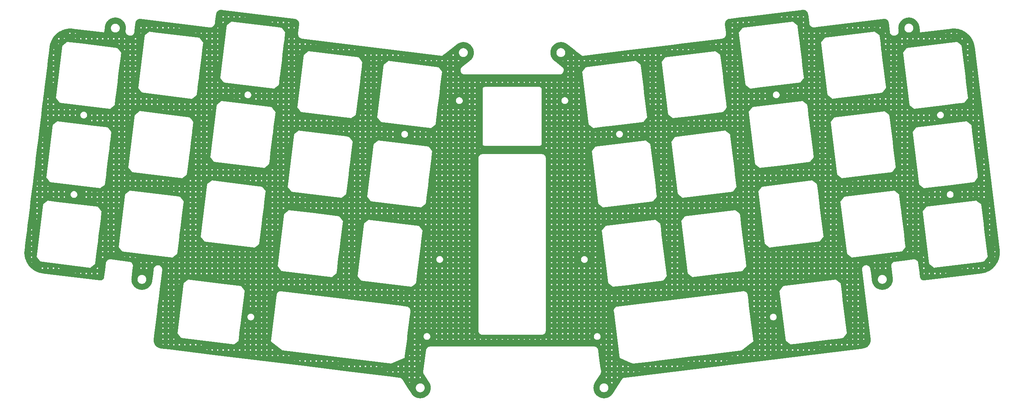
<source format=gbl>
G04 #@! TF.GenerationSoftware,KiCad,Pcbnew,7.0.10-7.0.10~ubuntu23.04.1*
G04 #@! TF.CreationDate,2024-02-22T03:40:20+00:00*
G04 #@! TF.ProjectId,plate,706c6174-652e-46b6-9963-61645f706362,1.0*
G04 #@! TF.SameCoordinates,Original*
G04 #@! TF.FileFunction,Copper,L2,Bot*
G04 #@! TF.FilePolarity,Positive*
%FSLAX46Y46*%
G04 Gerber Fmt 4.6, Leading zero omitted, Abs format (unit mm)*
G04 Created by KiCad (PCBNEW 7.0.10-7.0.10~ubuntu23.04.1) date 2024-02-22 03:40:20*
%MOMM*%
%LPD*%
G01*
G04 APERTURE LIST*
G04 APERTURE END LIST*
G04 #@! TA.AperFunction,NonConductor*
G36*
X215811438Y-58985844D02*
G01*
X215884552Y-58994177D01*
X215887642Y-58994570D01*
X215991590Y-59009182D01*
X216007443Y-59012481D01*
X216084419Y-59033830D01*
X216089598Y-59035388D01*
X216183305Y-59065837D01*
X216196377Y-59070920D01*
X216271238Y-59105036D01*
X216278025Y-59108383D01*
X216363054Y-59153592D01*
X216373247Y-59159656D01*
X216442605Y-59205561D01*
X216450505Y-59211248D01*
X216525897Y-59270147D01*
X216533326Y-59276436D01*
X216537600Y-59280352D01*
X216594654Y-59332627D01*
X216602995Y-59341040D01*
X216667445Y-59412610D01*
X216672318Y-59418367D01*
X216723536Y-59482748D01*
X216731650Y-59494227D01*
X216783872Y-59577784D01*
X216786639Y-59582434D01*
X216825964Y-59651928D01*
X216833011Y-59666535D01*
X216872314Y-59763786D01*
X216873491Y-59766810D01*
X216899217Y-59835595D01*
X216904361Y-59853236D01*
X216933239Y-59989009D01*
X216933460Y-59990070D01*
X216941721Y-60030649D01*
X216943289Y-60040273D01*
X217194032Y-62082417D01*
X217193994Y-62082642D01*
X217211747Y-62226980D01*
X217211748Y-62226985D01*
X217263865Y-62408610D01*
X217343740Y-62579837D01*
X217343750Y-62579854D01*
X217449421Y-62736482D01*
X217449428Y-62736492D01*
X217578302Y-62874673D01*
X217578314Y-62874684D01*
X217727196Y-62990997D01*
X217727201Y-62991000D01*
X217727207Y-62991005D01*
X217892471Y-63082616D01*
X218070026Y-63147251D01*
X218070028Y-63147251D01*
X218070029Y-63147252D01*
X218255511Y-63183325D01*
X218409120Y-63188709D01*
X218444345Y-63189945D01*
X218444346Y-63189944D01*
X218444352Y-63189945D01*
X218524320Y-63180138D01*
X218524346Y-63180138D01*
X218538029Y-63178457D01*
X218538030Y-63178458D01*
X218907873Y-63133047D01*
X227378685Y-63133047D01*
X227378685Y-63435047D01*
X227680685Y-63435047D01*
X227680685Y-63133047D01*
X228678685Y-63133047D01*
X228678685Y-63435047D01*
X228980685Y-63435047D01*
X228980685Y-63133047D01*
X229978685Y-63133047D01*
X229978685Y-63435047D01*
X230280685Y-63435047D01*
X230280685Y-63133047D01*
X231278685Y-63133047D01*
X231278685Y-63392281D01*
X231580685Y-63355199D01*
X231580685Y-63133047D01*
X232578685Y-63133047D01*
X232578685Y-63232432D01*
X232754632Y-63211262D01*
X232778928Y-63210737D01*
X232880685Y-63218542D01*
X232880685Y-63133047D01*
X233878685Y-63133047D01*
X233878685Y-63435047D01*
X234180685Y-63435047D01*
X234180685Y-63133047D01*
X235178685Y-63133047D01*
X235178685Y-63435047D01*
X235240572Y-63435047D01*
X235203491Y-63133047D01*
X235178685Y-63133047D01*
X234180685Y-63133047D01*
X233878685Y-63133047D01*
X232880685Y-63133047D01*
X232578685Y-63133047D01*
X231580685Y-63133047D01*
X231278685Y-63133047D01*
X230280685Y-63133047D01*
X229978685Y-63133047D01*
X228980685Y-63133047D01*
X228678685Y-63133047D01*
X227680685Y-63133047D01*
X227378685Y-63133047D01*
X218907873Y-63133047D01*
X234931073Y-61165644D01*
X234931101Y-61165647D01*
X234954586Y-61162759D01*
X234965387Y-61161908D01*
X235005766Y-61160497D01*
X235006582Y-61160473D01*
X235132312Y-61157436D01*
X235152532Y-61158604D01*
X235219934Y-61168077D01*
X235223703Y-61168670D01*
X235316817Y-61184878D01*
X235333840Y-61189103D01*
X235403638Y-61211781D01*
X235409995Y-61214041D01*
X235448661Y-61228980D01*
X235493060Y-61246134D01*
X235506571Y-61252309D01*
X235573040Y-61287652D01*
X235581192Y-61292394D01*
X235648581Y-61335120D01*
X235654994Y-61339186D01*
X235664938Y-61346198D01*
X235724643Y-61392845D01*
X235733852Y-61400797D01*
X235782775Y-61447429D01*
X235797108Y-61461090D01*
X235803690Y-61467862D01*
X235837918Y-61505877D01*
X235854048Y-61523792D01*
X235863316Y-61535418D01*
X235914549Y-61608250D01*
X235918284Y-61613880D01*
X235930339Y-61633174D01*
X235957161Y-61676100D01*
X235965392Y-61691622D01*
X235973266Y-61709412D01*
X235998316Y-61766013D01*
X236003602Y-61777955D01*
X236005165Y-61781649D01*
X236025929Y-61833047D01*
X236030622Y-61844663D01*
X236036652Y-61864011D01*
X236063671Y-61984663D01*
X236063959Y-61985985D01*
X236072749Y-62027348D01*
X236074534Y-62038012D01*
X236346754Y-64255066D01*
X236346757Y-64255098D01*
X236347268Y-64259250D01*
X236347271Y-64259313D01*
X236347275Y-64259313D01*
X236348747Y-64271336D01*
X236348797Y-64271562D01*
X236357965Y-64346188D01*
X236377599Y-64410393D01*
X236405173Y-64500566D01*
X236409159Y-64513599D01*
X236488637Y-64669570D01*
X236488643Y-64669579D01*
X236593993Y-64809377D01*
X236594002Y-64809387D01*
X236722017Y-64928764D01*
X236722028Y-64928772D01*
X236868837Y-65024114D01*
X236868839Y-65024114D01*
X236868841Y-65024116D01*
X237029981Y-65092523D01*
X237200552Y-65131912D01*
X237375371Y-65141087D01*
X237462249Y-65130427D01*
X237462357Y-65130412D01*
X237462577Y-65130386D01*
X237462670Y-65130374D01*
X237513370Y-65124149D01*
X237513400Y-65124152D01*
X237542212Y-65120609D01*
X237542269Y-65120602D01*
X237554656Y-65119084D01*
X237554955Y-65119015D01*
X237629150Y-65109905D01*
X237796559Y-65058717D01*
X237952538Y-64979239D01*
X238092346Y-64873885D01*
X238097515Y-64868343D01*
X238186819Y-64772577D01*
X238211738Y-64745855D01*
X238218757Y-64735047D01*
X249478685Y-64735047D01*
X249780685Y-64735047D01*
X250778685Y-64735047D01*
X251080685Y-64735047D01*
X251080685Y-64483938D01*
X252078685Y-64483938D01*
X252078685Y-64735047D01*
X252380685Y-64735047D01*
X252380685Y-64537565D01*
X252220289Y-64507837D01*
X252078685Y-64483938D01*
X251080685Y-64483938D01*
X251080685Y-64470094D01*
X251017698Y-64475196D01*
X250922392Y-64486920D01*
X250922176Y-64486920D01*
X250778685Y-64504538D01*
X250778685Y-64735047D01*
X249780685Y-64735047D01*
X249780685Y-64627077D01*
X249478685Y-64664159D01*
X249478685Y-64735047D01*
X238218757Y-64735047D01*
X238307085Y-64599039D01*
X238308716Y-64595198D01*
X238375490Y-64437901D01*
X238383930Y-64401350D01*
X238414878Y-64267326D01*
X238424049Y-64092506D01*
X238413387Y-64005628D01*
X238413326Y-64005132D01*
X238369913Y-63651565D01*
X238369231Y-63644173D01*
X238357204Y-63449680D01*
X238357261Y-63449678D01*
X238357186Y-63449377D01*
X238351301Y-63350165D01*
X238351300Y-63341708D01*
X239807302Y-63341708D01*
X239807634Y-63345078D01*
X239814816Y-63417997D01*
X239815413Y-63430151D01*
X239815413Y-63444875D01*
X239816716Y-63451426D01*
X239818285Y-63459314D01*
X239820070Y-63471349D01*
X239827584Y-63547641D01*
X239827585Y-63547644D01*
X239849839Y-63621010D01*
X239852794Y-63632804D01*
X239855667Y-63647244D01*
X239861299Y-63660841D01*
X239865397Y-63672296D01*
X239887651Y-63745657D01*
X239887652Y-63745661D01*
X239923793Y-63813277D01*
X239928993Y-63824272D01*
X239934625Y-63837868D01*
X239934627Y-63837872D01*
X239942814Y-63850125D01*
X239949063Y-63860551D01*
X239974908Y-63908904D01*
X239985202Y-63928161D01*
X240033827Y-63987411D01*
X240041074Y-63997182D01*
X240046758Y-64005689D01*
X240049261Y-64009434D01*
X240049264Y-64009438D01*
X240059671Y-64019844D01*
X240067847Y-64028864D01*
X240116474Y-64088118D01*
X240131109Y-64100128D01*
X240175726Y-64136744D01*
X240175728Y-64136745D01*
X240184748Y-64144921D01*
X240195156Y-64155329D01*
X240195157Y-64155331D01*
X240207410Y-64163518D01*
X240217180Y-64170764D01*
X240233218Y-64183926D01*
X240276433Y-64219392D01*
X240276436Y-64219394D01*
X240294086Y-64228828D01*
X240344045Y-64255531D01*
X240354464Y-64261776D01*
X240366721Y-64269966D01*
X240380338Y-64275606D01*
X240391318Y-64280799D01*
X240458931Y-64316940D01*
X240532311Y-64339199D01*
X240543744Y-64343290D01*
X240557349Y-64348926D01*
X240571785Y-64351797D01*
X240583576Y-64354750D01*
X240656951Y-64377008D01*
X240733255Y-64384523D01*
X240745272Y-64386306D01*
X240759718Y-64389180D01*
X240774441Y-64389180D01*
X240786595Y-64389777D01*
X240862885Y-64397291D01*
X240939175Y-64389777D01*
X240951329Y-64389180D01*
X240966050Y-64389180D01*
X240966052Y-64389180D01*
X240980518Y-64386302D01*
X240992500Y-64384524D01*
X241064436Y-64377439D01*
X241068820Y-64377008D01*
X241142178Y-64354755D01*
X241153970Y-64351800D01*
X241168421Y-64348926D01*
X241182026Y-64343290D01*
X241193459Y-64339199D01*
X241266839Y-64316940D01*
X241334454Y-64280798D01*
X241345442Y-64275601D01*
X241359049Y-64269966D01*
X241371305Y-64261776D01*
X241381712Y-64255538D01*
X241449335Y-64219393D01*
X241508601Y-64170754D01*
X241518350Y-64163524D01*
X241530610Y-64155333D01*
X241541038Y-64144904D01*
X241550015Y-64136767D01*
X241609295Y-64088118D01*
X241657944Y-64028838D01*
X241666081Y-64019861D01*
X241676510Y-64009433D01*
X241684701Y-63997173D01*
X241691931Y-63987424D01*
X241740570Y-63928158D01*
X241776715Y-63860535D01*
X241782953Y-63850128D01*
X241791143Y-63837872D01*
X241796778Y-63824265D01*
X241801979Y-63813270D01*
X241812099Y-63794338D01*
X241838117Y-63745662D01*
X241860376Y-63672282D01*
X241864467Y-63660849D01*
X241870103Y-63647244D01*
X241872977Y-63632793D01*
X241875932Y-63621001D01*
X241898185Y-63547642D01*
X241905701Y-63471323D01*
X241907480Y-63459338D01*
X241910357Y-63444875D01*
X241910925Y-63421691D01*
X241911478Y-63412671D01*
X241918468Y-63341708D01*
X241911478Y-63270747D01*
X241910924Y-63261720D01*
X241910357Y-63238541D01*
X241907483Y-63224092D01*
X241905700Y-63212078D01*
X241898185Y-63135774D01*
X241875927Y-63062399D01*
X241872974Y-63050608D01*
X241870103Y-63036172D01*
X241864467Y-63022567D01*
X241860376Y-63011134D01*
X241838117Y-62937754D01*
X241801975Y-62870137D01*
X241796783Y-62859161D01*
X241791143Y-62845544D01*
X241782953Y-62833287D01*
X241776706Y-62822864D01*
X241744546Y-62762696D01*
X241740571Y-62755259D01*
X241740569Y-62755256D01*
X241695038Y-62699777D01*
X241691940Y-62696002D01*
X241684695Y-62686233D01*
X241680290Y-62679641D01*
X241676510Y-62673983D01*
X241676508Y-62673980D01*
X241676506Y-62673979D01*
X241666098Y-62663571D01*
X241657922Y-62654551D01*
X241609295Y-62595297D01*
X241550041Y-62546670D01*
X241541021Y-62538494D01*
X241530615Y-62528087D01*
X241530611Y-62528084D01*
X241518359Y-62519897D01*
X241508588Y-62512650D01*
X241449338Y-62464025D01*
X241449336Y-62464024D01*
X241449335Y-62464023D01*
X241381730Y-62427887D01*
X241371302Y-62421637D01*
X241359049Y-62413450D01*
X241359046Y-62413448D01*
X241359045Y-62413448D01*
X241345449Y-62407816D01*
X241334454Y-62402616D01*
X241266838Y-62366475D01*
X241266834Y-62366474D01*
X241193473Y-62344220D01*
X241182018Y-62340122D01*
X241168421Y-62334490D01*
X241168422Y-62334490D01*
X241153981Y-62331617D01*
X241142187Y-62328662D01*
X241068821Y-62306408D01*
X241068818Y-62306407D01*
X240992526Y-62298893D01*
X240980491Y-62297108D01*
X240966052Y-62294236D01*
X240951329Y-62294236D01*
X240939175Y-62293639D01*
X240862885Y-62286125D01*
X240786595Y-62293639D01*
X240774441Y-62294236D01*
X240759714Y-62294236D01*
X240745269Y-62297109D01*
X240733237Y-62298894D01*
X240656950Y-62306408D01*
X240656948Y-62306408D01*
X240583586Y-62328661D01*
X240571793Y-62331616D01*
X240557346Y-62334490D01*
X240543744Y-62340124D01*
X240532296Y-62344220D01*
X240458932Y-62366475D01*
X240458930Y-62366476D01*
X240391314Y-62402616D01*
X240380326Y-62407813D01*
X240366727Y-62413446D01*
X240366713Y-62413454D01*
X240354465Y-62421637D01*
X240344041Y-62427885D01*
X240276435Y-62464023D01*
X240217179Y-62512652D01*
X240207410Y-62519897D01*
X240195165Y-62528079D01*
X240195153Y-62528088D01*
X240184740Y-62538501D01*
X240175731Y-62546666D01*
X240116474Y-62595297D01*
X240067843Y-62654554D01*
X240059678Y-62663563D01*
X240049265Y-62673976D01*
X240049256Y-62673988D01*
X240041074Y-62686233D01*
X240033829Y-62696002D01*
X239985200Y-62755258D01*
X239949062Y-62822864D01*
X239942814Y-62833288D01*
X239934631Y-62845536D01*
X239934623Y-62845550D01*
X239928990Y-62859149D01*
X239923793Y-62870137D01*
X239887653Y-62937753D01*
X239887652Y-62937755D01*
X239865397Y-63011119D01*
X239861301Y-63022567D01*
X239855667Y-63036169D01*
X239852793Y-63050616D01*
X239849838Y-63062409D01*
X239827585Y-63135771D01*
X239827585Y-63135773D01*
X239820071Y-63212060D01*
X239818286Y-63224092D01*
X239815413Y-63238537D01*
X239815413Y-63253263D01*
X239814816Y-63265417D01*
X239807302Y-63341708D01*
X238351300Y-63341708D01*
X238351300Y-63335541D01*
X238360977Y-63171914D01*
X238361031Y-63171069D01*
X238362613Y-63147251D01*
X238369662Y-63041112D01*
X238371386Y-63027174D01*
X238399792Y-62870984D01*
X238399998Y-62869888D01*
X238425887Y-62736698D01*
X238429166Y-62723659D01*
X238475539Y-62574137D01*
X238476066Y-62572486D01*
X238519113Y-62441556D01*
X238523751Y-62429586D01*
X238587282Y-62287916D01*
X238588314Y-62285679D01*
X238647926Y-62160137D01*
X238653705Y-62149378D01*
X238733462Y-62017043D01*
X238735100Y-62014404D01*
X238810339Y-61896756D01*
X238817048Y-61887281D01*
X238911840Y-61765952D01*
X238914191Y-61763039D01*
X239003891Y-61655376D01*
X239011321Y-61647229D01*
X239119816Y-61538441D01*
X239122912Y-61535449D01*
X239225626Y-61439667D01*
X239233579Y-61432854D01*
X239354148Y-61338133D01*
X239358076Y-61335176D01*
X239472217Y-61252855D01*
X239480388Y-61247443D01*
X239611362Y-61168026D01*
X239616197Y-61165244D01*
X239739850Y-61097827D01*
X239748110Y-61093717D01*
X239887545Y-61030737D01*
X239893233Y-61028339D01*
X240024489Y-60976900D01*
X240032635Y-60974033D01*
X240178553Y-60928348D01*
X240185106Y-60926495D01*
X240321806Y-60891904D01*
X240329625Y-60890195D01*
X240479986Y-60862431D01*
X240487297Y-60861308D01*
X240627294Y-60844119D01*
X240634641Y-60843442D01*
X240787257Y-60834004D01*
X240795272Y-60833771D01*
X240936276Y-60834263D01*
X240943041Y-60834475D01*
X241095729Y-60843505D01*
X241104331Y-60844317D01*
X241244059Y-60862465D01*
X241250198Y-60863421D01*
X241400740Y-60890800D01*
X241409759Y-60892791D01*
X241546024Y-60928287D01*
X241551441Y-60929831D01*
X241697673Y-60975184D01*
X241706958Y-60978475D01*
X241830881Y-61028040D01*
X241837497Y-61030687D01*
X241842186Y-61032675D01*
X241982033Y-61095389D01*
X241991405Y-61100077D01*
X242114174Y-61168129D01*
X242118000Y-61170341D01*
X242249541Y-61249620D01*
X242258743Y-61255743D01*
X242371745Y-61338448D01*
X242374823Y-61340776D01*
X242496101Y-61435528D01*
X242504949Y-61443140D01*
X242602530Y-61535418D01*
X242606324Y-61539005D01*
X242608689Y-61541302D01*
X242718008Y-61650329D01*
X242726259Y-61659416D01*
X242814404Y-61766726D01*
X242816045Y-61768769D01*
X242826428Y-61781985D01*
X242911887Y-61890765D01*
X242919307Y-61901292D01*
X242992656Y-62017768D01*
X242993759Y-62019554D01*
X243074813Y-62153231D01*
X243081164Y-62165118D01*
X243138442Y-62287952D01*
X243139067Y-62289312D01*
X243192951Y-62408607D01*
X243196973Y-62417513D01*
X243204303Y-62433740D01*
X243209360Y-62446878D01*
X243249199Y-62570963D01*
X243249471Y-62571820D01*
X243298393Y-62728079D01*
X243301941Y-62742318D01*
X243321071Y-62844539D01*
X243321126Y-62844834D01*
X243355570Y-63031383D01*
X243356707Y-63038786D01*
X243477167Y-64019844D01*
X243518424Y-64355859D01*
X243519547Y-64365000D01*
X243519526Y-64365276D01*
X243522511Y-64389488D01*
X243522715Y-64389848D01*
X243522716Y-64389849D01*
X243523012Y-64389930D01*
X250887570Y-63485675D01*
X250887602Y-63485678D01*
X250913899Y-63482444D01*
X250919004Y-63481923D01*
X251123368Y-63465370D01*
X251329586Y-63449168D01*
X251339494Y-63448788D01*
X251546390Y-63449171D01*
X251546757Y-63449173D01*
X251754565Y-63450989D01*
X251763879Y-63451424D01*
X251972011Y-63469057D01*
X251973152Y-63469160D01*
X252177775Y-63488865D01*
X252186453Y-63490014D01*
X252393381Y-63524937D01*
X252395125Y-63525246D01*
X252596200Y-63562515D01*
X252604211Y-63564277D01*
X252807977Y-63616277D01*
X252810250Y-63616882D01*
X253006851Y-63671406D01*
X253014161Y-63673679D01*
X253213189Y-63742416D01*
X253216029Y-63743437D01*
X253406740Y-63814742D01*
X253413330Y-63817423D01*
X253606095Y-63902401D01*
X253609435Y-63903933D01*
X253792960Y-63991470D01*
X253793042Y-63991509D01*
X253798876Y-63994484D01*
X253895862Y-64047200D01*
X253971139Y-64088117D01*
X253984042Y-64095130D01*
X253987705Y-64097203D01*
X254162946Y-64200427D01*
X254167974Y-64203555D01*
X254344281Y-64319204D01*
X254348236Y-64321909D01*
X254513761Y-64439977D01*
X254518025Y-64443161D01*
X254684218Y-64573003D01*
X254688347Y-64576376D01*
X254842945Y-64708414D01*
X254846564Y-64711629D01*
X255001378Y-64854670D01*
X255005670Y-64858832D01*
X255035495Y-64889181D01*
X255148209Y-65003877D01*
X255151108Y-65006931D01*
X255272747Y-65139552D01*
X255293562Y-65162246D01*
X255297860Y-65167188D01*
X255427251Y-65324150D01*
X255429562Y-65327040D01*
X255558632Y-65493494D01*
X255562830Y-65499242D01*
X255678156Y-65667036D01*
X255679834Y-65669543D01*
X255794681Y-65846031D01*
X255798671Y-65852601D01*
X255899060Y-66030031D01*
X255900299Y-66032274D01*
X256000006Y-66217320D01*
X256003678Y-66224714D01*
X256042984Y-66310958D01*
X256088454Y-66410729D01*
X256089219Y-66412443D01*
X256102292Y-66442393D01*
X256173137Y-66604708D01*
X256176377Y-66612917D01*
X256244916Y-66806454D01*
X256245383Y-66807798D01*
X256296356Y-66957156D01*
X256308639Y-66993150D01*
X256312813Y-67005379D01*
X256315507Y-67014374D01*
X256367492Y-67215365D01*
X256367703Y-67216193D01*
X256418040Y-67416497D01*
X256420078Y-67426250D01*
X256456178Y-67641941D01*
X256456225Y-67642222D01*
X256487432Y-67831346D01*
X256488162Y-67836422D01*
X262424359Y-116182867D01*
X262424363Y-116182905D01*
X262424565Y-116184549D01*
X262425085Y-116189652D01*
X262442923Y-116409781D01*
X262442945Y-116410058D01*
X262457852Y-116599290D01*
X262458235Y-116609253D01*
X262457838Y-116827891D01*
X262457833Y-116828745D01*
X262456132Y-117024153D01*
X262455695Y-117033539D01*
X262437427Y-117249218D01*
X262437298Y-117250636D01*
X262418362Y-117447333D01*
X262417204Y-117456083D01*
X262381358Y-117668504D01*
X262381011Y-117670466D01*
X262344826Y-117865725D01*
X262343052Y-117873790D01*
X262289902Y-118082071D01*
X262289243Y-118084547D01*
X262236056Y-118276341D01*
X262233773Y-118283682D01*
X262163708Y-118486567D01*
X262162648Y-118489515D01*
X262092841Y-118676225D01*
X262090157Y-118682818D01*
X262003663Y-118879027D01*
X262002120Y-118882392D01*
X261916233Y-119062460D01*
X261913258Y-119068294D01*
X261810902Y-119256606D01*
X261808798Y-119260324D01*
X261707512Y-119432273D01*
X261704354Y-119437350D01*
X261586806Y-119616551D01*
X261584072Y-119620546D01*
X261468176Y-119783026D01*
X261464939Y-119787361D01*
X261333014Y-119956218D01*
X261329591Y-119960408D01*
X261199968Y-120112175D01*
X261196753Y-120115794D01*
X261051314Y-120273200D01*
X261047151Y-120277493D01*
X260904812Y-120417367D01*
X260901715Y-120420307D01*
X260743757Y-120565181D01*
X260738815Y-120569479D01*
X260584878Y-120696372D01*
X260581986Y-120698684D01*
X260412508Y-120830091D01*
X260406760Y-120834289D01*
X260242518Y-120947167D01*
X260239914Y-120948909D01*
X260059996Y-121065980D01*
X260053426Y-121069971D01*
X259880170Y-121167992D01*
X259877926Y-121169231D01*
X259688711Y-121271176D01*
X259681316Y-121274848D01*
X259500663Y-121357172D01*
X259498843Y-121357984D01*
X259301341Y-121444181D01*
X259293130Y-121447422D01*
X259106799Y-121513400D01*
X259105455Y-121513867D01*
X258900677Y-121583742D01*
X258891676Y-121586437D01*
X258702364Y-121635391D01*
X258701537Y-121635602D01*
X258489585Y-121688857D01*
X258479831Y-121690895D01*
X258297653Y-121721376D01*
X258297372Y-121721423D01*
X258073861Y-121758293D01*
X258068791Y-121759022D01*
X244613206Y-123411160D01*
X244602411Y-123412009D01*
X244562190Y-123413410D01*
X244560858Y-123413449D01*
X244435540Y-123416467D01*
X244415288Y-123415295D01*
X244347843Y-123405811D01*
X244343838Y-123405181D01*
X244251047Y-123389023D01*
X244233995Y-123384790D01*
X244164101Y-123362076D01*
X244157731Y-123359812D01*
X244074809Y-123327770D01*
X244061283Y-123321588D01*
X243994730Y-123286197D01*
X243986551Y-123281438D01*
X243912871Y-123234722D01*
X243902940Y-123227720D01*
X243843133Y-123180992D01*
X243833957Y-123173069D01*
X243770775Y-123112848D01*
X243764182Y-123106064D01*
X243713752Y-123050056D01*
X243704484Y-123038431D01*
X243653339Y-122965729D01*
X243649600Y-122960094D01*
X243610643Y-122897752D01*
X243602421Y-122882248D01*
X243564279Y-122796083D01*
X243562752Y-122792475D01*
X243537182Y-122729193D01*
X243531157Y-122709865D01*
X243504230Y-122589674D01*
X243504002Y-122588631D01*
X243495040Y-122546478D01*
X243493261Y-122535848D01*
X243382411Y-121633047D01*
X244387906Y-121633047D01*
X244424986Y-121935047D01*
X244580685Y-121935047D01*
X244580685Y-121633047D01*
X245578685Y-121633047D01*
X245578685Y-121935047D01*
X245880685Y-121935047D01*
X245880685Y-121633047D01*
X246878685Y-121633047D01*
X246878685Y-121935047D01*
X247180685Y-121935047D01*
X247180685Y-121633047D01*
X248178685Y-121633047D01*
X248178685Y-121935047D01*
X248446071Y-121935047D01*
X248480685Y-121930796D01*
X248480685Y-121633047D01*
X249478685Y-121633047D01*
X249478685Y-121808257D01*
X249780685Y-121771176D01*
X249780685Y-121633047D01*
X250778685Y-121633047D01*
X250778685Y-121648637D01*
X250905659Y-121633047D01*
X250778685Y-121633047D01*
X249780685Y-121633047D01*
X249478685Y-121633047D01*
X248480685Y-121633047D01*
X248178685Y-121633047D01*
X247180685Y-121633047D01*
X246878685Y-121633047D01*
X245880685Y-121633047D01*
X245578685Y-121633047D01*
X244580685Y-121633047D01*
X244387906Y-121633047D01*
X243382411Y-121633047D01*
X243222792Y-120333047D01*
X244278685Y-120333047D01*
X244278685Y-120635047D01*
X244580685Y-120635047D01*
X253378685Y-120635047D01*
X253680685Y-120635047D01*
X254678685Y-120635047D01*
X254980685Y-120635047D01*
X254980685Y-120385026D01*
X254678685Y-120422107D01*
X254678685Y-120635047D01*
X253680685Y-120635047D01*
X253680685Y-120544646D01*
X253378685Y-120581727D01*
X253378685Y-120635047D01*
X244580685Y-120635047D01*
X244580685Y-120333047D01*
X244278685Y-120333047D01*
X243222792Y-120333047D01*
X243092187Y-119269356D01*
X243092186Y-119269354D01*
X243090703Y-119257274D01*
X243090649Y-119257035D01*
X243081512Y-119182576D01*
X243035806Y-119033047D01*
X244278685Y-119033047D01*
X244278685Y-119335047D01*
X244580685Y-119335047D01*
X244580685Y-119033047D01*
X244278685Y-119033047D01*
X243035806Y-119033047D01*
X243030338Y-119015157D01*
X242950868Y-118859168D01*
X242950587Y-118858795D01*
X242845518Y-118719354D01*
X242836612Y-118711049D01*
X242717483Y-118599954D01*
X242600262Y-118523829D01*
X242570658Y-118504604D01*
X242409513Y-118436204D01*
X242267640Y-118403454D01*
X242238932Y-118396827D01*
X242238931Y-118396826D01*
X242238927Y-118396826D01*
X242075687Y-118388277D01*
X242064106Y-118387671D01*
X242064105Y-118387671D01*
X241977326Y-118398330D01*
X241977324Y-118398330D01*
X240302504Y-118603972D01*
X237564766Y-118940123D01*
X237564700Y-118940131D01*
X237564279Y-118940182D01*
X237555778Y-118941253D01*
X237555391Y-118941301D01*
X237477280Y-118950888D01*
X237477273Y-118950889D01*
X237309860Y-119002060D01*
X237153868Y-119081533D01*
X237014054Y-119186882D01*
X237014053Y-119186883D01*
X236894656Y-119314915D01*
X236799309Y-119461735D01*
X236730904Y-119622889D01*
X236700295Y-119755484D01*
X236692002Y-119791415D01*
X236691527Y-119793471D01*
X236685700Y-119904741D01*
X236682450Y-119966813D01*
X236682372Y-119968293D01*
X236693044Y-120055182D01*
X236693047Y-120055201D01*
X236693104Y-120055668D01*
X237035025Y-122840396D01*
X237035031Y-122840457D01*
X237035088Y-122840917D01*
X237035134Y-122841422D01*
X237035440Y-122844282D01*
X237035441Y-122844293D01*
X237035399Y-122844296D01*
X237035776Y-122848377D01*
X237048893Y-123060445D01*
X237048901Y-123060732D01*
X237048911Y-123060732D01*
X237053643Y-123140221D01*
X237053646Y-123154908D01*
X237043448Y-123327396D01*
X237043392Y-123328294D01*
X237035463Y-123447701D01*
X237033734Y-123461671D01*
X237004403Y-123622961D01*
X237004126Y-123624434D01*
X236979609Y-123750570D01*
X236976322Y-123763641D01*
X236928881Y-123916615D01*
X236928243Y-123918614D01*
X236886948Y-124044217D01*
X236882296Y-124056225D01*
X236817584Y-124200534D01*
X236816453Y-124202984D01*
X236758889Y-124324215D01*
X236753079Y-124335034D01*
X236672139Y-124469337D01*
X236670400Y-124472138D01*
X236597386Y-124586309D01*
X236590635Y-124595844D01*
X236494617Y-124718742D01*
X236492172Y-124721772D01*
X236404909Y-124826512D01*
X236397439Y-124834703D01*
X236287741Y-124944696D01*
X236284511Y-124947820D01*
X236184391Y-125041186D01*
X236176427Y-125048007D01*
X236054570Y-125143741D01*
X236050501Y-125146804D01*
X235939171Y-125227099D01*
X235930928Y-125232558D01*
X235798722Y-125312723D01*
X235793787Y-125315563D01*
X235672965Y-125381437D01*
X235664651Y-125385574D01*
X235523970Y-125449118D01*
X235518171Y-125451562D01*
X235389871Y-125501842D01*
X235381676Y-125504727D01*
X235234450Y-125550822D01*
X235227818Y-125552697D01*
X235094170Y-125586515D01*
X235086267Y-125588243D01*
X234934620Y-125616244D01*
X234927217Y-125617381D01*
X234790331Y-125634189D01*
X234782872Y-125634877D01*
X234628956Y-125644394D01*
X234620871Y-125644629D01*
X234483009Y-125644149D01*
X234476119Y-125643934D01*
X234322101Y-125634824D01*
X234313452Y-125634007D01*
X234176845Y-125616264D01*
X234170628Y-125615296D01*
X234018712Y-125587667D01*
X234009643Y-125585664D01*
X233876500Y-125550982D01*
X233871025Y-125549421D01*
X233723342Y-125503618D01*
X233714023Y-125500315D01*
X233586543Y-125449325D01*
X233581854Y-125447336D01*
X233440485Y-125383938D01*
X233431108Y-125379248D01*
X233392292Y-125357732D01*
X233311375Y-125312878D01*
X233307498Y-125310636D01*
X233174426Y-125230434D01*
X233165198Y-125224293D01*
X233055191Y-125143778D01*
X233052084Y-125141429D01*
X232929188Y-125045411D01*
X232920331Y-125037792D01*
X232821865Y-124944675D01*
X232819528Y-124942406D01*
X232708477Y-124831650D01*
X232700229Y-124822566D01*
X232617556Y-124721916D01*
X232614995Y-124718799D01*
X232613313Y-124716704D01*
X232597705Y-124696836D01*
X232515650Y-124592389D01*
X232508242Y-124581878D01*
X232437692Y-124469844D01*
X232436754Y-124468326D01*
X232353616Y-124331211D01*
X232347284Y-124319358D01*
X232292927Y-124202783D01*
X232292424Y-124201688D01*
X232224864Y-124052107D01*
X232219819Y-124039000D01*
X232190719Y-123948359D01*
X232183225Y-123925015D01*
X232182954Y-123924160D01*
X232172672Y-123891318D01*
X232131329Y-123759261D01*
X232127789Y-123745053D01*
X232114151Y-123672171D01*
X232113975Y-123671230D01*
X232113921Y-123670938D01*
X232074417Y-123456975D01*
X232073280Y-123449573D01*
X232072147Y-123440344D01*
X232036406Y-123149257D01*
X233499094Y-123149257D01*
X233506478Y-123224224D01*
X233506608Y-123225546D01*
X233507205Y-123237700D01*
X233507205Y-123252424D01*
X233508013Y-123256485D01*
X233510077Y-123266863D01*
X233511862Y-123278898D01*
X233519376Y-123355190D01*
X233541629Y-123428549D01*
X233544584Y-123440344D01*
X233547459Y-123454794D01*
X233553091Y-123468391D01*
X233557189Y-123479845D01*
X233579445Y-123553210D01*
X233579447Y-123553215D01*
X233615581Y-123620819D01*
X233620781Y-123631811D01*
X233626420Y-123645424D01*
X233634605Y-123657673D01*
X233640854Y-123668100D01*
X233676992Y-123735708D01*
X233699880Y-123763597D01*
X233725621Y-123794963D01*
X233732868Y-123804734D01*
X233741051Y-123816980D01*
X233741054Y-123816984D01*
X233751460Y-123827390D01*
X233759633Y-123836407D01*
X233808266Y-123895668D01*
X233851061Y-123930788D01*
X233867523Y-123944298D01*
X233867526Y-123944300D01*
X233876546Y-123952476D01*
X233886947Y-123962878D01*
X233886949Y-123962879D01*
X233886953Y-123962883D01*
X233899197Y-123971064D01*
X233908967Y-123978310D01*
X233968227Y-124026943D01*
X234035847Y-124063086D01*
X234046257Y-124069327D01*
X234058513Y-124077516D01*
X234070688Y-124082559D01*
X234072129Y-124083156D01*
X234083126Y-124088358D01*
X234150717Y-124124486D01*
X234150723Y-124124489D01*
X234224097Y-124146746D01*
X234235527Y-124150837D01*
X234249141Y-124156476D01*
X234263586Y-124159349D01*
X234275385Y-124162305D01*
X234288766Y-124166364D01*
X234348744Y-124184558D01*
X234425048Y-124192073D01*
X234437065Y-124193856D01*
X234451511Y-124196730D01*
X234466234Y-124196730D01*
X234478388Y-124197327D01*
X234554678Y-124204841D01*
X234630968Y-124197327D01*
X234643122Y-124196730D01*
X234657843Y-124196730D01*
X234657845Y-124196730D01*
X234672311Y-124193852D01*
X234684293Y-124192074D01*
X234760612Y-124184558D01*
X234833981Y-124162301D01*
X234845754Y-124159352D01*
X234860215Y-124156476D01*
X234873843Y-124150830D01*
X234885234Y-124146754D01*
X234958633Y-124124489D01*
X235026246Y-124088348D01*
X235037218Y-124083159D01*
X235050843Y-124077516D01*
X235063107Y-124069321D01*
X235073502Y-124063089D01*
X235141129Y-124026943D01*
X235200395Y-123978304D01*
X235210136Y-123971079D01*
X235222403Y-123962883D01*
X235232824Y-123952461D01*
X235241802Y-123944322D01*
X235301089Y-123895668D01*
X235349743Y-123836381D01*
X235357882Y-123827403D01*
X235368304Y-123816982D01*
X235376500Y-123804715D01*
X235383725Y-123794974D01*
X235432364Y-123735708D01*
X235468510Y-123668081D01*
X235474742Y-123657686D01*
X235482937Y-123645422D01*
X235488580Y-123631797D01*
X235493773Y-123620819D01*
X235529910Y-123553212D01*
X235552175Y-123479813D01*
X235556251Y-123468422D01*
X235561897Y-123454794D01*
X235564773Y-123440333D01*
X235567722Y-123428560D01*
X235589979Y-123355191D01*
X235597495Y-123278872D01*
X235599274Y-123266887D01*
X235602151Y-123252424D01*
X235602719Y-123229240D01*
X235603272Y-123220220D01*
X235610262Y-123149257D01*
X235603272Y-123078296D01*
X235602718Y-123069269D01*
X235602151Y-123046090D01*
X235599276Y-123031641D01*
X235597494Y-123019627D01*
X235589979Y-122943323D01*
X235567726Y-122869964D01*
X235564770Y-122858164D01*
X235561897Y-122843720D01*
X235556258Y-122830106D01*
X235552167Y-122818676D01*
X235529910Y-122745302D01*
X235523576Y-122733451D01*
X235493779Y-122677705D01*
X235488577Y-122666708D01*
X235487980Y-122665267D01*
X235482937Y-122653092D01*
X235474748Y-122640836D01*
X235468507Y-122630426D01*
X235432364Y-122562806D01*
X235383731Y-122503546D01*
X235376489Y-122493782D01*
X235368304Y-122481532D01*
X235368300Y-122481528D01*
X235368299Y-122481526D01*
X235357897Y-122471125D01*
X235349721Y-122462105D01*
X235301089Y-122402845D01*
X235241828Y-122354212D01*
X235232811Y-122346039D01*
X235222405Y-122335633D01*
X235222403Y-122335631D01*
X235210155Y-122327447D01*
X235200384Y-122320200D01*
X235198090Y-122318318D01*
X235141129Y-122271571D01*
X235141126Y-122271569D01*
X235117979Y-122259197D01*
X235073521Y-122235433D01*
X235063094Y-122229184D01*
X235050845Y-122220999D01*
X235037232Y-122215360D01*
X235026240Y-122210160D01*
X234958636Y-122174026D01*
X234958631Y-122174024D01*
X234885266Y-122151768D01*
X234873812Y-122147670D01*
X234860215Y-122142038D01*
X234845765Y-122139163D01*
X234833970Y-122136208D01*
X234760610Y-122113955D01*
X234760611Y-122113955D01*
X234684319Y-122106441D01*
X234672284Y-122104656D01*
X234657845Y-122101784D01*
X234643122Y-122101784D01*
X234630968Y-122101187D01*
X234554678Y-122093673D01*
X234478388Y-122101187D01*
X234466234Y-122101784D01*
X234451507Y-122101784D01*
X234437062Y-122104657D01*
X234425030Y-122106442D01*
X234348743Y-122113956D01*
X234348741Y-122113956D01*
X234275380Y-122136209D01*
X234263585Y-122139164D01*
X234249139Y-122142038D01*
X234235530Y-122147675D01*
X234224078Y-122151772D01*
X234150724Y-122174024D01*
X234150722Y-122174025D01*
X234083119Y-122210158D01*
X234072133Y-122215355D01*
X234058515Y-122220996D01*
X234058507Y-122221001D01*
X234046257Y-122229186D01*
X234035824Y-122235439D01*
X233968226Y-122271570D01*
X233908973Y-122320198D01*
X233899209Y-122327440D01*
X233886960Y-122335625D01*
X233886946Y-122335636D01*
X233876541Y-122346042D01*
X233867529Y-122354210D01*
X233808267Y-122402846D01*
X233759631Y-122462108D01*
X233751463Y-122471120D01*
X233741057Y-122481525D01*
X233741046Y-122481539D01*
X233732861Y-122493788D01*
X233725619Y-122503552D01*
X233676991Y-122562805D01*
X233640860Y-122630403D01*
X233634607Y-122640836D01*
X233626422Y-122653086D01*
X233626417Y-122653094D01*
X233620776Y-122666712D01*
X233615579Y-122677698D01*
X233579446Y-122745301D01*
X233579445Y-122745303D01*
X233557193Y-122818657D01*
X233553096Y-122830109D01*
X233547459Y-122843718D01*
X233544585Y-122858164D01*
X233541630Y-122869959D01*
X233519377Y-122943320D01*
X233519377Y-122943322D01*
X233511863Y-123019609D01*
X233510078Y-123031641D01*
X233507205Y-123046086D01*
X233507205Y-123060812D01*
X233506608Y-123072966D01*
X233499424Y-123145903D01*
X233499094Y-123149257D01*
X232036406Y-123149257D01*
X231850239Y-121633047D01*
X232855734Y-121633047D01*
X232880685Y-121836255D01*
X232880685Y-121633047D01*
X232855734Y-121633047D01*
X231850239Y-121633047D01*
X231737733Y-120716762D01*
X231737740Y-120716718D01*
X231731310Y-120664360D01*
X231731312Y-120664360D01*
X231720013Y-120572344D01*
X231663983Y-120395600D01*
X231630475Y-120333047D01*
X232689184Y-120333047D01*
X232690210Y-120337282D01*
X232700033Y-120382350D01*
X232701123Y-120387974D01*
X232706933Y-120422148D01*
X232707763Y-120427818D01*
X232733209Y-120635047D01*
X232880685Y-120635047D01*
X232880685Y-120333047D01*
X233878685Y-120333047D01*
X233878685Y-120635047D01*
X234180685Y-120635047D01*
X234180685Y-120333047D01*
X235178685Y-120333047D01*
X235178685Y-120635047D01*
X235480685Y-120635047D01*
X235480685Y-120333047D01*
X235178685Y-120333047D01*
X234180685Y-120333047D01*
X233878685Y-120333047D01*
X232880685Y-120333047D01*
X232689184Y-120333047D01*
X231630475Y-120333047D01*
X231576432Y-120232159D01*
X231460339Y-120087590D01*
X231319658Y-119966813D01*
X231159181Y-119873943D01*
X231159176Y-119873941D01*
X230984370Y-119812140D01*
X230801182Y-119783513D01*
X230801174Y-119783512D01*
X230615847Y-119789032D01*
X230434700Y-119828508D01*
X230434690Y-119828512D01*
X230263870Y-119900606D01*
X230109201Y-120002863D01*
X229975956Y-120131800D01*
X229868677Y-120283017D01*
X229841385Y-120342177D01*
X229791005Y-120451383D01*
X229791004Y-120451386D01*
X229791003Y-120451386D01*
X229745595Y-120631139D01*
X229745594Y-120631146D01*
X229738044Y-120751532D01*
X229733988Y-120816198D01*
X229744469Y-120901568D01*
X229745287Y-120908227D01*
X229745300Y-120908332D01*
X229745346Y-120908710D01*
X231765872Y-137364580D01*
X231765899Y-137364835D01*
X231765902Y-137364835D01*
X231765927Y-137365042D01*
X231765954Y-137365356D01*
X231766287Y-137368466D01*
X231766288Y-137368477D01*
X231766232Y-137368482D01*
X231766623Y-137372883D01*
X231771162Y-137452849D01*
X231771201Y-137453578D01*
X231780202Y-137630580D01*
X231780021Y-137646068D01*
X231771546Y-137760107D01*
X231771362Y-137762312D01*
X231758294Y-137903917D01*
X231756221Y-137917773D01*
X231731611Y-138036091D01*
X231730806Y-138039693D01*
X231699225Y-138171693D01*
X231695695Y-138183722D01*
X231655006Y-138300236D01*
X231653202Y-138305075D01*
X231604094Y-138428878D01*
X231599560Y-138438969D01*
X231543476Y-138550237D01*
X231540330Y-138556084D01*
X231474649Y-138670684D01*
X231469563Y-138678813D01*
X231399154Y-138782223D01*
X231394370Y-138788778D01*
X231313252Y-138892603D01*
X231308050Y-138898830D01*
X231224733Y-138992178D01*
X231218076Y-138999079D01*
X231122780Y-139090523D01*
X231117868Y-139094990D01*
X231023473Y-139176326D01*
X231014777Y-139183167D01*
X230906499Y-139260789D01*
X230902241Y-139263709D01*
X230799064Y-139331355D01*
X230788246Y-139337691D01*
X230667808Y-139400266D01*
X230664509Y-139401918D01*
X230555660Y-139454420D01*
X230542716Y-139459784D01*
X230408435Y-139506736D01*
X230406340Y-139507448D01*
X230297766Y-139543250D01*
X230282788Y-139547171D01*
X230110146Y-139581014D01*
X230109421Y-139581154D01*
X230029282Y-139596369D01*
X230021265Y-139597621D01*
X173444504Y-146544372D01*
X173444438Y-146544380D01*
X173444179Y-146544411D01*
X173438105Y-146545176D01*
X173437715Y-146545224D01*
X173357181Y-146555098D01*
X173357180Y-146555098D01*
X173357179Y-146555099D01*
X173343945Y-146559140D01*
X173190063Y-146606126D01*
X173034324Y-146685345D01*
X173034317Y-146685349D01*
X172894670Y-146790359D01*
X172775334Y-146917984D01*
X172775331Y-146917988D01*
X172772688Y-146922045D01*
X172727692Y-146991103D01*
X172727691Y-146991105D01*
X170553825Y-150326441D01*
X170549548Y-150332589D01*
X170420094Y-150507178D01*
X170419926Y-150507404D01*
X170375351Y-150567236D01*
X170365891Y-150578477D01*
X170245597Y-150705333D01*
X170244976Y-150705983D01*
X170163416Y-150790753D01*
X170153096Y-150800326D01*
X170025863Y-150905575D01*
X170024703Y-150906524D01*
X169925639Y-150986474D01*
X169914705Y-150994356D01*
X169779121Y-151081314D01*
X169777347Y-151082431D01*
X169665636Y-151151440D01*
X169654342Y-151157631D01*
X169511248Y-151226657D01*
X169508805Y-151227802D01*
X169387356Y-151283163D01*
X169375942Y-151287698D01*
X169226907Y-151338515D01*
X169223775Y-151339537D01*
X169095026Y-151379651D01*
X169083721Y-151382597D01*
X168930539Y-151414893D01*
X168926714Y-151415636D01*
X168793103Y-151439448D01*
X168782116Y-151440903D01*
X168626813Y-151454442D01*
X168622329Y-151454752D01*
X168486126Y-151461664D01*
X168475641Y-151461752D01*
X168320344Y-151456489D01*
X168315258Y-151456212D01*
X168178811Y-151445965D01*
X168168989Y-151444832D01*
X168015783Y-151420938D01*
X168010180Y-151419932D01*
X167875802Y-151392605D01*
X167866777Y-151390415D01*
X167717781Y-151348290D01*
X167711772Y-151346425D01*
X167581682Y-151302405D01*
X167573567Y-151299338D01*
X167505681Y-151270926D01*
X167430868Y-151239615D01*
X167424589Y-151236779D01*
X167300939Y-151176752D01*
X167293803Y-151172996D01*
X167159353Y-151096513D01*
X167153009Y-151092646D01*
X167043473Y-151021254D01*
X167037815Y-151017566D01*
X167031683Y-151013300D01*
X166907440Y-150921175D01*
X166901142Y-150916178D01*
X166796302Y-150827283D01*
X166791176Y-150822685D01*
X166678917Y-150716230D01*
X166672832Y-150710042D01*
X166580048Y-150608803D01*
X166575917Y-150604059D01*
X166554756Y-150578477D01*
X166477202Y-150484722D01*
X166471583Y-150477384D01*
X166392336Y-150365479D01*
X166389154Y-150360760D01*
X166305433Y-150230220D01*
X166300432Y-150221693D01*
X166235973Y-150100998D01*
X166233674Y-150096470D01*
X166198913Y-150024406D01*
X166166150Y-149956484D01*
X166162008Y-149946880D01*
X166113320Y-149819410D01*
X166111831Y-149815287D01*
X166061507Y-149667695D01*
X166058412Y-149657088D01*
X166026235Y-149525138D01*
X166025386Y-149521402D01*
X165993090Y-149368210D01*
X165991229Y-149356725D01*
X165975940Y-149222629D01*
X165975621Y-149219460D01*
X165961944Y-149062546D01*
X165961486Y-149050312D01*
X165962525Y-148964762D01*
X167402212Y-148964762D01*
X167409726Y-149041052D01*
X167410323Y-149053206D01*
X167410323Y-149067930D01*
X167411131Y-149071991D01*
X167413195Y-149082369D01*
X167414980Y-149094404D01*
X167422494Y-149170696D01*
X167444747Y-149244055D01*
X167447702Y-149255850D01*
X167450577Y-149270300D01*
X167456209Y-149283897D01*
X167460307Y-149295351D01*
X167482563Y-149368716D01*
X167482565Y-149368721D01*
X167518699Y-149436325D01*
X167523899Y-149447317D01*
X167529538Y-149460930D01*
X167537723Y-149473179D01*
X167543972Y-149483606D01*
X167580110Y-149551214D01*
X167626857Y-149608175D01*
X167628739Y-149610469D01*
X167635986Y-149620240D01*
X167644169Y-149632486D01*
X167644172Y-149632490D01*
X167654578Y-149642896D01*
X167662751Y-149651913D01*
X167711384Y-149711174D01*
X167754179Y-149746294D01*
X167770641Y-149759804D01*
X167770644Y-149759806D01*
X167779664Y-149767982D01*
X167790065Y-149778384D01*
X167790067Y-149778385D01*
X167790071Y-149778389D01*
X167802315Y-149786570D01*
X167812085Y-149793816D01*
X167871345Y-149842449D01*
X167938965Y-149878592D01*
X167949375Y-149884833D01*
X167961631Y-149893022D01*
X167971433Y-149897082D01*
X167975247Y-149898662D01*
X167986244Y-149903864D01*
X168053835Y-149939992D01*
X168053841Y-149939995D01*
X168127215Y-149962252D01*
X168138645Y-149966343D01*
X168152259Y-149971982D01*
X168166704Y-149974855D01*
X168178503Y-149977811D01*
X168191884Y-149981870D01*
X168251862Y-150000064D01*
X168328166Y-150007579D01*
X168340183Y-150009362D01*
X168354629Y-150012236D01*
X168369352Y-150012236D01*
X168381506Y-150012833D01*
X168457796Y-150020347D01*
X168534086Y-150012833D01*
X168546240Y-150012236D01*
X168560961Y-150012236D01*
X168560963Y-150012236D01*
X168575429Y-150009358D01*
X168587411Y-150007580D01*
X168663730Y-150000064D01*
X168737099Y-149977807D01*
X168748872Y-149974858D01*
X168763333Y-149971982D01*
X168776961Y-149966336D01*
X168788352Y-149962260D01*
X168861751Y-149939995D01*
X168929364Y-149903854D01*
X168940336Y-149898665D01*
X168953961Y-149893022D01*
X168966225Y-149884827D01*
X168976620Y-149878595D01*
X169044247Y-149842449D01*
X169103513Y-149793810D01*
X169113254Y-149786585D01*
X169125521Y-149778389D01*
X169135942Y-149767967D01*
X169144920Y-149759828D01*
X169204207Y-149711174D01*
X169252861Y-149651887D01*
X169261000Y-149642909D01*
X169271422Y-149632488D01*
X169279618Y-149620221D01*
X169286843Y-149610480D01*
X169335482Y-149551214D01*
X169371628Y-149483587D01*
X169377860Y-149473192D01*
X169386055Y-149460928D01*
X169391698Y-149447303D01*
X169396891Y-149436325D01*
X169433028Y-149368718D01*
X169455293Y-149295319D01*
X169459369Y-149283928D01*
X169465015Y-149270300D01*
X169467891Y-149255839D01*
X169470840Y-149244066D01*
X169493097Y-149170697D01*
X169500613Y-149094378D01*
X169502392Y-149082393D01*
X169505269Y-149067930D01*
X169505837Y-149044746D01*
X169506390Y-149035726D01*
X169513380Y-148964763D01*
X169506390Y-148893802D01*
X169505836Y-148884775D01*
X169505269Y-148861596D01*
X169502394Y-148847147D01*
X169500612Y-148835133D01*
X169493097Y-148758829D01*
X169470844Y-148685470D01*
X169467888Y-148673670D01*
X169465015Y-148659226D01*
X169459376Y-148645612D01*
X169455285Y-148634182D01*
X169433028Y-148560808D01*
X169433025Y-148560802D01*
X169396897Y-148493211D01*
X169391695Y-148482214D01*
X169391098Y-148480773D01*
X169386055Y-148468598D01*
X169377866Y-148456342D01*
X169371625Y-148445932D01*
X169335482Y-148378312D01*
X169286849Y-148319052D01*
X169279607Y-148309288D01*
X169271422Y-148297038D01*
X169271418Y-148297034D01*
X169271417Y-148297032D01*
X169261015Y-148286631D01*
X169252839Y-148277611D01*
X169204207Y-148218351D01*
X169144946Y-148169718D01*
X169135929Y-148161545D01*
X169125523Y-148151139D01*
X169125521Y-148151137D01*
X169113273Y-148142953D01*
X169103502Y-148135706D01*
X169101208Y-148133824D01*
X169044247Y-148087077D01*
X169044244Y-148087075D01*
X169021097Y-148074703D01*
X168976639Y-148050939D01*
X168966212Y-148044690D01*
X168953963Y-148036505D01*
X168940350Y-148030866D01*
X168929358Y-148025666D01*
X168861754Y-147989532D01*
X168861749Y-147989530D01*
X168788384Y-147967274D01*
X168776930Y-147963176D01*
X168763333Y-147957544D01*
X168748883Y-147954669D01*
X168737088Y-147951714D01*
X168663728Y-147929461D01*
X168663729Y-147929461D01*
X168587437Y-147921947D01*
X168575402Y-147920162D01*
X168560963Y-147917290D01*
X168546240Y-147917290D01*
X168534086Y-147916693D01*
X168457796Y-147909179D01*
X168381506Y-147916693D01*
X168369352Y-147917290D01*
X168354625Y-147917290D01*
X168340180Y-147920163D01*
X168328148Y-147921948D01*
X168251861Y-147929462D01*
X168251859Y-147929462D01*
X168178498Y-147951715D01*
X168166703Y-147954670D01*
X168152257Y-147957544D01*
X168138648Y-147963181D01*
X168127196Y-147967278D01*
X168053842Y-147989530D01*
X168053840Y-147989531D01*
X167986237Y-148025664D01*
X167975251Y-148030861D01*
X167961633Y-148036502D01*
X167961625Y-148036507D01*
X167949375Y-148044692D01*
X167938942Y-148050945D01*
X167871344Y-148087076D01*
X167812091Y-148135704D01*
X167802327Y-148142946D01*
X167790078Y-148151131D01*
X167790064Y-148151142D01*
X167779659Y-148161548D01*
X167770647Y-148169716D01*
X167711385Y-148218352D01*
X167662749Y-148277614D01*
X167654581Y-148286626D01*
X167644175Y-148297031D01*
X167644164Y-148297045D01*
X167635979Y-148309294D01*
X167628737Y-148319058D01*
X167580109Y-148378311D01*
X167543978Y-148445909D01*
X167537725Y-148456342D01*
X167529540Y-148468592D01*
X167529535Y-148468600D01*
X167523894Y-148482218D01*
X167518697Y-148493204D01*
X167482564Y-148560807D01*
X167482563Y-148560809D01*
X167460311Y-148634163D01*
X167456214Y-148645615D01*
X167450577Y-148659224D01*
X167447703Y-148673670D01*
X167444748Y-148685465D01*
X167422495Y-148758826D01*
X167422495Y-148758828D01*
X167414981Y-148835115D01*
X167413196Y-148847147D01*
X167410323Y-148861592D01*
X167410323Y-148876318D01*
X167409726Y-148888472D01*
X167402212Y-148964762D01*
X165962525Y-148964762D01*
X165963108Y-148916731D01*
X165963167Y-148914154D01*
X165968551Y-148755338D01*
X165969653Y-148742531D01*
X165987702Y-148612384D01*
X165987982Y-148610487D01*
X166012825Y-148451200D01*
X166015616Y-148438050D01*
X166048804Y-148315013D01*
X166049084Y-148314000D01*
X166094106Y-148154768D01*
X166098685Y-148141501D01*
X166143397Y-148032458D01*
X166143503Y-148032202D01*
X166211173Y-147870518D01*
X166217609Y-147857381D01*
X166251794Y-147796951D01*
X166345033Y-147633047D01*
X170178685Y-147633047D01*
X170178685Y-147843902D01*
X170178895Y-147844217D01*
X170182151Y-147849358D01*
X170201090Y-147880954D01*
X170204093Y-147886255D01*
X170230171Y-147935047D01*
X170480685Y-147935047D01*
X170480685Y-147633047D01*
X170178685Y-147633047D01*
X166345033Y-147633047D01*
X166362407Y-147602506D01*
X166366276Y-147596158D01*
X167189360Y-146333047D01*
X168878685Y-146333047D01*
X168878685Y-146635047D01*
X169180685Y-146635047D01*
X169180685Y-146333047D01*
X170178685Y-146333047D01*
X170178685Y-146635047D01*
X170480685Y-146635047D01*
X170480685Y-146333047D01*
X171478685Y-146333047D01*
X171478685Y-146635047D01*
X171768495Y-146635047D01*
X171780685Y-146616343D01*
X171780685Y-146333047D01*
X171478685Y-146333047D01*
X170480685Y-146333047D01*
X170178685Y-146333047D01*
X169180685Y-146333047D01*
X168878685Y-146333047D01*
X167189360Y-146333047D01*
X167593967Y-145712134D01*
X167594808Y-145710863D01*
X167600606Y-145702217D01*
X167601277Y-145700915D01*
X167603961Y-145696796D01*
X167603963Y-145696792D01*
X167633208Y-145651949D01*
X167693297Y-145522765D01*
X167734476Y-145386371D01*
X167755914Y-145245518D01*
X167757179Y-145103049D01*
X167748023Y-145034935D01*
X167747769Y-145033047D01*
X168878685Y-145033047D01*
X168878685Y-145335047D01*
X169180685Y-145335047D01*
X169180685Y-145033047D01*
X170178685Y-145033047D01*
X170178685Y-145335047D01*
X170480685Y-145335047D01*
X170480685Y-145033047D01*
X171478685Y-145033047D01*
X171478685Y-145335047D01*
X171780685Y-145335047D01*
X171780685Y-145033047D01*
X172778685Y-145033047D01*
X172778685Y-145335047D01*
X173080685Y-145335047D01*
X173080685Y-145033047D01*
X174078685Y-145033047D01*
X174078685Y-145335047D01*
X174380685Y-145335047D01*
X174380685Y-145033047D01*
X175378685Y-145033047D01*
X175378685Y-145301388D01*
X175680685Y-145264306D01*
X175680685Y-145033047D01*
X176678685Y-145033047D01*
X176678685Y-145141768D01*
X176980685Y-145104687D01*
X176980685Y-145033047D01*
X176678685Y-145033047D01*
X175680685Y-145033047D01*
X175378685Y-145033047D01*
X174380685Y-145033047D01*
X174078685Y-145033047D01*
X173080685Y-145033047D01*
X172778685Y-145033047D01*
X171780685Y-145033047D01*
X171478685Y-145033047D01*
X170480685Y-145033047D01*
X170178685Y-145033047D01*
X169180685Y-145033047D01*
X168878685Y-145033047D01*
X167747769Y-145033047D01*
X167747702Y-145032545D01*
X167747703Y-145032545D01*
X167573368Y-143733047D01*
X168878685Y-143733047D01*
X168878685Y-144035047D01*
X169180685Y-144035047D01*
X169180685Y-143733047D01*
X170178685Y-143733047D01*
X170178685Y-144035047D01*
X170480685Y-144035047D01*
X170480685Y-143733047D01*
X171478685Y-143733047D01*
X171478685Y-144035047D01*
X171780685Y-144035047D01*
X171780685Y-143733047D01*
X172778685Y-143733047D01*
X172778685Y-144035047D01*
X173080685Y-144035047D01*
X173080685Y-143757729D01*
X174078685Y-143757729D01*
X174078685Y-144035047D01*
X174380685Y-144035047D01*
X177978685Y-144035047D01*
X178280685Y-144035047D01*
X179278685Y-144035047D01*
X179580685Y-144035047D01*
X179580685Y-143733047D01*
X180578685Y-143733047D01*
X180578685Y-144035047D01*
X180880685Y-144035047D01*
X180880685Y-143733047D01*
X181878685Y-143733047D01*
X181878685Y-144035047D01*
X182180685Y-144035047D01*
X182180685Y-143733047D01*
X183178685Y-143733047D01*
X183178685Y-144035047D01*
X183480685Y-144035047D01*
X183480685Y-143733047D01*
X184478685Y-143733047D01*
X184478685Y-144035047D01*
X184780685Y-144035047D01*
X184780685Y-143733047D01*
X185778685Y-143733047D01*
X185778685Y-144024429D01*
X186080685Y-143987347D01*
X186080685Y-143733047D01*
X187078685Y-143733047D01*
X187078685Y-143864809D01*
X187380685Y-143827727D01*
X187380685Y-143733047D01*
X187078685Y-143733047D01*
X186080685Y-143733047D01*
X185778685Y-143733047D01*
X184780685Y-143733047D01*
X184478685Y-143733047D01*
X183480685Y-143733047D01*
X183178685Y-143733047D01*
X182180685Y-143733047D01*
X181878685Y-143733047D01*
X180880685Y-143733047D01*
X180578685Y-143733047D01*
X179580685Y-143733047D01*
X179448941Y-143733047D01*
X179278685Y-143753951D01*
X179278685Y-144035047D01*
X178280685Y-144035047D01*
X178280685Y-143876490D01*
X177978685Y-143913571D01*
X177978685Y-144035047D01*
X174380685Y-144035047D01*
X174380685Y-143891959D01*
X174078685Y-143757729D01*
X173080685Y-143757729D01*
X173080685Y-143733047D01*
X172778685Y-143733047D01*
X171780685Y-143733047D01*
X171478685Y-143733047D01*
X170480685Y-143733047D01*
X170178685Y-143733047D01*
X169180685Y-143733047D01*
X168878685Y-143733047D01*
X167573368Y-143733047D01*
X167398965Y-142433047D01*
X168878685Y-142433047D01*
X168878685Y-142735047D01*
X169180685Y-142735047D01*
X169180685Y-142433047D01*
X170178685Y-142433047D01*
X170178685Y-142735047D01*
X170480685Y-142735047D01*
X170480685Y-142549519D01*
X171478685Y-142549519D01*
X171478685Y-142735047D01*
X171766477Y-142735047D01*
X171638551Y-142670899D01*
X171617982Y-142657915D01*
X171478685Y-142549519D01*
X170480685Y-142549519D01*
X170480685Y-142433047D01*
X170178685Y-142433047D01*
X169180685Y-142433047D01*
X168878685Y-142433047D01*
X167398965Y-142433047D01*
X167224562Y-141133047D01*
X168878685Y-141133047D01*
X168878685Y-141435047D01*
X169180685Y-141435047D01*
X169180685Y-141133047D01*
X170178685Y-141133047D01*
X170178685Y-141435047D01*
X170480685Y-141435047D01*
X170480685Y-141133047D01*
X170178685Y-141133047D01*
X169180685Y-141133047D01*
X168878685Y-141133047D01*
X167224562Y-141133047D01*
X167079629Y-140052715D01*
X167079632Y-140052690D01*
X167074347Y-140013332D01*
X167074348Y-140013332D01*
X167062353Y-139924002D01*
X167032909Y-139833047D01*
X168878685Y-139833047D01*
X168878685Y-140135047D01*
X169180685Y-140135047D01*
X169180685Y-139833047D01*
X170178685Y-139833047D01*
X170178685Y-140135047D01*
X170480685Y-140135047D01*
X170480685Y-139833047D01*
X170178685Y-139833047D01*
X169180685Y-139833047D01*
X168878685Y-139833047D01*
X167032909Y-139833047D01*
X167006834Y-139752501D01*
X166921559Y-139593683D01*
X166885430Y-139548308D01*
X166809275Y-139452663D01*
X166809273Y-139452660D01*
X166682451Y-139341728D01*
X166673593Y-139333980D01*
X166673590Y-139333978D01*
X166673587Y-139333976D01*
X166518887Y-139241457D01*
X166518886Y-139241456D01*
X166518885Y-139241456D01*
X166350133Y-139178071D01*
X166350128Y-139178070D01*
X166172772Y-139145866D01*
X166172763Y-139145865D01*
X166082739Y-139145864D01*
X166082737Y-139145864D01*
X166082717Y-139145864D01*
X166082638Y-139145864D01*
X166082138Y-139145864D01*
X166027928Y-139145868D01*
X127257171Y-139149396D01*
X127257089Y-139149372D01*
X127115665Y-139149398D01*
X127115653Y-139149399D01*
X126938328Y-139181628D01*
X126938315Y-139181632D01*
X126769584Y-139245038D01*
X126614901Y-139337579D01*
X126614900Y-139337580D01*
X126479243Y-139456275D01*
X126479242Y-139456276D01*
X126366986Y-139597299D01*
X126366978Y-139597312D01*
X126281732Y-139756123D01*
X126226238Y-139927620D01*
X126220444Y-139970808D01*
X126220390Y-139970928D01*
X126214330Y-140016379D01*
X126214268Y-140016848D01*
X126214268Y-140016849D01*
X126214255Y-140016948D01*
X126214254Y-140016948D01*
X126214188Y-140017443D01*
X126214179Y-140017507D01*
X125539657Y-145048357D01*
X125539647Y-145048627D01*
X125531786Y-145107100D01*
X125531785Y-145107116D01*
X125533045Y-145249576D01*
X125533045Y-145249578D01*
X125554475Y-145390427D01*
X125595646Y-145526823D01*
X125595649Y-145526830D01*
X125655725Y-145656006D01*
X125655726Y-145656007D01*
X125655727Y-145656009D01*
X125682294Y-145696755D01*
X125694633Y-145715679D01*
X125694886Y-145716067D01*
X125694906Y-145716098D01*
X126923087Y-147600877D01*
X126926978Y-147607261D01*
X127028498Y-147785716D01*
X127034854Y-147796951D01*
X127071487Y-147861708D01*
X127077944Y-147874886D01*
X127143195Y-148030782D01*
X127143539Y-148031613D01*
X127190388Y-148145864D01*
X127194981Y-148159172D01*
X127238928Y-148314603D01*
X127239327Y-148316046D01*
X127273421Y-148442440D01*
X127276219Y-148455624D01*
X127300631Y-148612136D01*
X127300936Y-148614211D01*
X127319345Y-148746943D01*
X127320450Y-148759777D01*
X127325757Y-148916317D01*
X127325819Y-148919012D01*
X127327468Y-149054738D01*
X127327009Y-149067011D01*
X127313502Y-149221977D01*
X127313172Y-149225256D01*
X127297677Y-149361167D01*
X127295808Y-149372700D01*
X127263875Y-149524172D01*
X127263012Y-149527970D01*
X127230436Y-149661559D01*
X127227331Y-149672199D01*
X127177542Y-149818225D01*
X127176015Y-149822453D01*
X127126777Y-149951363D01*
X127122625Y-149960991D01*
X127055742Y-150099649D01*
X127053435Y-150104190D01*
X126988285Y-150226182D01*
X126983284Y-150234710D01*
X126900316Y-150364076D01*
X126897133Y-150368797D01*
X126817067Y-150481857D01*
X126811420Y-150489230D01*
X126713571Y-150607521D01*
X126709439Y-150612265D01*
X126615732Y-150714513D01*
X126609641Y-150720709D01*
X126498342Y-150826254D01*
X126493210Y-150830856D01*
X126387363Y-150920604D01*
X126381027Y-150925631D01*
X126257837Y-151016976D01*
X126251687Y-151021254D01*
X126135421Y-151097032D01*
X126129026Y-151100930D01*
X125995720Y-151176762D01*
X125988561Y-151180531D01*
X125863718Y-151241137D01*
X125857438Y-151243973D01*
X125715951Y-151303189D01*
X125707823Y-151306261D01*
X125576432Y-151350721D01*
X125570423Y-151352585D01*
X125422708Y-151394349D01*
X125413683Y-151396540D01*
X125277920Y-151424149D01*
X125272316Y-151425155D01*
X125120470Y-151448835D01*
X125110649Y-151449968D01*
X124972739Y-151460325D01*
X124967653Y-151460602D01*
X124813796Y-151465816D01*
X124803310Y-151465728D01*
X124665476Y-151458732D01*
X124660992Y-151458422D01*
X124507313Y-151445024D01*
X124496326Y-151443569D01*
X124360960Y-151419444D01*
X124357136Y-151418701D01*
X124205659Y-151386765D01*
X124194354Y-151383819D01*
X124063734Y-151343121D01*
X124060600Y-151342098D01*
X123913392Y-151291902D01*
X123901979Y-151287368D01*
X123778460Y-151231063D01*
X123776018Y-151229918D01*
X123634954Y-151161871D01*
X123623660Y-151155680D01*
X123509591Y-151085214D01*
X123507867Y-151084129D01*
X123374537Y-150998615D01*
X123363614Y-150990739D01*
X123261723Y-150908506D01*
X123260634Y-150907617D01*
X123136117Y-150804614D01*
X123125802Y-150795045D01*
X123040173Y-150706045D01*
X123039552Y-150705394D01*
X122923271Y-150582768D01*
X122913821Y-150571541D01*
X122862516Y-150502695D01*
X122862337Y-150502455D01*
X122849207Y-150484747D01*
X122739296Y-150336511D01*
X122735043Y-150330397D01*
X121847612Y-148968821D01*
X123775556Y-148968821D01*
X123783070Y-149045111D01*
X123783667Y-149057265D01*
X123783667Y-149071989D01*
X123785558Y-149081498D01*
X123786539Y-149086428D01*
X123788324Y-149098463D01*
X123795838Y-149174755D01*
X123818091Y-149248114D01*
X123821046Y-149259909D01*
X123823921Y-149274359D01*
X123829553Y-149287956D01*
X123833651Y-149299410D01*
X123855907Y-149372775D01*
X123855909Y-149372780D01*
X123892043Y-149440384D01*
X123897243Y-149451376D01*
X123901198Y-149460925D01*
X123902882Y-149464989D01*
X123911067Y-149477238D01*
X123917316Y-149487665D01*
X123935333Y-149521371D01*
X123951287Y-149551220D01*
X123953454Y-149555273D01*
X123998749Y-149610465D01*
X124002083Y-149614528D01*
X124009330Y-149624299D01*
X124017513Y-149636545D01*
X124017516Y-149636549D01*
X124027922Y-149646955D01*
X124036095Y-149655972D01*
X124084728Y-149715233D01*
X124127523Y-149750353D01*
X124143985Y-149763863D01*
X124143988Y-149763865D01*
X124153008Y-149772041D01*
X124163409Y-149782443D01*
X124163411Y-149782444D01*
X124163415Y-149782448D01*
X124175659Y-149790629D01*
X124185429Y-149797875D01*
X124244689Y-149846508D01*
X124312309Y-149882651D01*
X124322719Y-149888892D01*
X124334975Y-149897081D01*
X124347150Y-149902124D01*
X124348591Y-149902721D01*
X124359588Y-149907923D01*
X124419589Y-149939994D01*
X124427185Y-149944054D01*
X124500559Y-149966311D01*
X124511989Y-149970402D01*
X124525603Y-149976041D01*
X124540048Y-149978914D01*
X124551847Y-149981870D01*
X124551854Y-149981872D01*
X124625206Y-150004123D01*
X124701510Y-150011638D01*
X124713527Y-150013421D01*
X124727973Y-150016295D01*
X124742696Y-150016295D01*
X124754850Y-150016892D01*
X124831140Y-150024406D01*
X124907430Y-150016892D01*
X124919584Y-150016295D01*
X124934305Y-150016295D01*
X124934307Y-150016295D01*
X124948773Y-150013417D01*
X124960755Y-150011639D01*
X125037074Y-150004123D01*
X125110443Y-149981866D01*
X125122216Y-149978917D01*
X125136677Y-149976041D01*
X125150305Y-149970395D01*
X125161696Y-149966319D01*
X125235095Y-149944054D01*
X125302708Y-149907913D01*
X125313680Y-149902724D01*
X125327305Y-149897081D01*
X125339569Y-149888886D01*
X125349964Y-149882654D01*
X125417591Y-149846508D01*
X125476857Y-149797869D01*
X125486598Y-149790644D01*
X125498865Y-149782448D01*
X125509286Y-149772026D01*
X125518264Y-149763887D01*
X125577551Y-149715233D01*
X125626205Y-149655946D01*
X125634344Y-149646968D01*
X125644766Y-149636547D01*
X125652962Y-149624280D01*
X125660187Y-149614539D01*
X125708826Y-149555273D01*
X125744972Y-149487646D01*
X125751204Y-149477251D01*
X125759399Y-149464987D01*
X125765042Y-149451362D01*
X125770235Y-149440384D01*
X125806372Y-149372777D01*
X125828637Y-149299378D01*
X125832713Y-149287987D01*
X125838359Y-149274359D01*
X125841235Y-149259898D01*
X125844184Y-149248125D01*
X125866441Y-149174756D01*
X125873957Y-149098437D01*
X125875736Y-149086452D01*
X125878613Y-149071989D01*
X125879181Y-149048805D01*
X125879734Y-149039785D01*
X125886724Y-148968822D01*
X125879734Y-148897861D01*
X125879180Y-148888834D01*
X125878613Y-148865655D01*
X125875738Y-148851206D01*
X125873956Y-148839192D01*
X125866441Y-148762888D01*
X125844188Y-148689529D01*
X125841232Y-148677729D01*
X125838359Y-148663285D01*
X125832720Y-148649671D01*
X125828629Y-148638241D01*
X125806372Y-148564867D01*
X125804203Y-148560809D01*
X125770241Y-148497270D01*
X125765039Y-148486273D01*
X125763359Y-148482218D01*
X125759399Y-148472657D01*
X125751210Y-148460401D01*
X125744969Y-148449991D01*
X125708826Y-148382371D01*
X125660193Y-148323111D01*
X125652951Y-148313347D01*
X125644766Y-148301097D01*
X125644762Y-148301093D01*
X125644761Y-148301091D01*
X125634359Y-148290690D01*
X125626183Y-148281670D01*
X125622854Y-148277614D01*
X125581082Y-148226713D01*
X125577551Y-148222410D01*
X125518290Y-148173777D01*
X125509273Y-148165604D01*
X125498867Y-148155198D01*
X125498865Y-148155196D01*
X125486617Y-148147012D01*
X125476846Y-148139765D01*
X125471898Y-148135704D01*
X125417591Y-148091136D01*
X125417588Y-148091134D01*
X125394441Y-148078762D01*
X125349983Y-148054998D01*
X125339556Y-148048749D01*
X125327307Y-148040564D01*
X125313694Y-148034925D01*
X125302702Y-148029725D01*
X125235098Y-147993591D01*
X125235093Y-147993589D01*
X125161728Y-147971333D01*
X125150274Y-147967235D01*
X125136677Y-147961603D01*
X125122227Y-147958728D01*
X125110432Y-147955773D01*
X125037072Y-147933520D01*
X125037073Y-147933520D01*
X124960781Y-147926006D01*
X124948746Y-147924221D01*
X124934307Y-147921349D01*
X124919584Y-147921349D01*
X124907430Y-147920752D01*
X124831140Y-147913238D01*
X124754850Y-147920752D01*
X124742696Y-147921349D01*
X124727969Y-147921349D01*
X124713524Y-147924222D01*
X124701492Y-147926007D01*
X124625205Y-147933521D01*
X124625203Y-147933521D01*
X124551842Y-147955774D01*
X124540047Y-147958729D01*
X124525601Y-147961603D01*
X124511992Y-147967240D01*
X124500540Y-147971337D01*
X124427186Y-147993589D01*
X124427184Y-147993590D01*
X124359581Y-148029723D01*
X124348595Y-148034920D01*
X124334977Y-148040561D01*
X124334969Y-148040566D01*
X124322719Y-148048751D01*
X124312286Y-148055004D01*
X124244688Y-148091135D01*
X124185435Y-148139763D01*
X124175671Y-148147005D01*
X124163422Y-148155190D01*
X124163408Y-148155201D01*
X124153003Y-148165607D01*
X124143991Y-148173775D01*
X124084729Y-148222411D01*
X124036093Y-148281673D01*
X124027925Y-148290685D01*
X124017519Y-148301090D01*
X124017508Y-148301104D01*
X124009323Y-148313353D01*
X124002081Y-148323117D01*
X123953453Y-148382370D01*
X123917322Y-148449968D01*
X123911069Y-148460401D01*
X123902884Y-148472651D01*
X123902879Y-148472659D01*
X123897238Y-148486277D01*
X123892041Y-148497263D01*
X123855908Y-148564866D01*
X123855907Y-148564868D01*
X123833655Y-148638222D01*
X123829558Y-148649674D01*
X123823921Y-148663283D01*
X123821047Y-148677729D01*
X123818092Y-148689524D01*
X123795839Y-148762885D01*
X123795839Y-148762887D01*
X123788325Y-148839174D01*
X123786540Y-148851206D01*
X123783667Y-148865651D01*
X123783667Y-148880377D01*
X123783070Y-148892531D01*
X123775556Y-148968821D01*
X121847612Y-148968821D01*
X120976997Y-147633047D01*
X122168261Y-147633047D01*
X122365095Y-147935047D01*
X122380685Y-147935047D01*
X122380685Y-147633047D01*
X122168261Y-147633047D01*
X120976997Y-147633047D01*
X120590092Y-147039423D01*
X120590086Y-147039403D01*
X120590085Y-147039405D01*
X120513618Y-146922045D01*
X120513611Y-146922036D01*
X120394273Y-146794409D01*
X120254620Y-146689395D01*
X120254615Y-146689392D01*
X120147779Y-146635047D01*
X120098876Y-146610171D01*
X120098873Y-146610170D01*
X120098871Y-146610169D01*
X119931760Y-146559139D01*
X119845086Y-146548512D01*
X119845070Y-146548505D01*
X119845048Y-146548507D01*
X119840856Y-146547991D01*
X119840794Y-146547985D01*
X118090264Y-146333047D01*
X122078685Y-146333047D01*
X122078685Y-146635047D01*
X122380685Y-146635047D01*
X122380685Y-146333047D01*
X123378685Y-146333047D01*
X123378685Y-146635047D01*
X123680685Y-146635047D01*
X123680685Y-146333047D01*
X124678685Y-146333047D01*
X124678685Y-146635047D01*
X124980685Y-146635047D01*
X124980685Y-146448056D01*
X124905741Y-146333047D01*
X124678685Y-146333047D01*
X123680685Y-146333047D01*
X123378685Y-146333047D01*
X122380685Y-146333047D01*
X122078685Y-146333047D01*
X118090264Y-146333047D01*
X107502613Y-145033047D01*
X115691724Y-145033047D01*
X115880685Y-145056248D01*
X115880685Y-145033047D01*
X116878685Y-145033047D01*
X116878685Y-145178787D01*
X117180685Y-145215868D01*
X117180685Y-145033047D01*
X118178685Y-145033047D01*
X118178685Y-145335047D01*
X118480685Y-145335047D01*
X118480685Y-145033047D01*
X119478685Y-145033047D01*
X119478685Y-145335047D01*
X119780685Y-145335047D01*
X119780685Y-145033047D01*
X120778685Y-145033047D01*
X120778685Y-145335047D01*
X121080685Y-145335047D01*
X121080685Y-145033047D01*
X122078685Y-145033047D01*
X122078685Y-145335047D01*
X122380685Y-145335047D01*
X122380685Y-145033047D01*
X123378685Y-145033047D01*
X123378685Y-145335047D01*
X123680685Y-145335047D01*
X123680685Y-145033047D01*
X123378685Y-145033047D01*
X122380685Y-145033047D01*
X122078685Y-145033047D01*
X121080685Y-145033047D01*
X120778685Y-145033047D01*
X119780685Y-145033047D01*
X119478685Y-145033047D01*
X118480685Y-145033047D01*
X118178685Y-145033047D01*
X117180685Y-145033047D01*
X116878685Y-145033047D01*
X115880685Y-145033047D01*
X115691724Y-145033047D01*
X107502613Y-145033047D01*
X96914961Y-143733047D01*
X105178685Y-143733047D01*
X105178685Y-143742207D01*
X105480685Y-143779289D01*
X105480685Y-143733047D01*
X106478685Y-143733047D01*
X106478685Y-143901827D01*
X106780685Y-143938909D01*
X106780685Y-143733047D01*
X107778685Y-143733047D01*
X107778685Y-144035047D01*
X108080685Y-144035047D01*
X108080685Y-143733047D01*
X109078685Y-143733047D01*
X109078685Y-144035047D01*
X109380685Y-144035047D01*
X109380685Y-143733047D01*
X110378685Y-143733047D01*
X110378685Y-144035047D01*
X110680685Y-144035047D01*
X110680685Y-143733047D01*
X111678685Y-143733047D01*
X111678685Y-144035047D01*
X111980685Y-144035047D01*
X111980685Y-143733047D01*
X112978685Y-143733047D01*
X112978685Y-144035047D01*
X113280685Y-144035047D01*
X113280685Y-143788138D01*
X114278685Y-143788138D01*
X114278685Y-144035047D01*
X114580685Y-144035047D01*
X114580685Y-143947758D01*
X115578685Y-143947758D01*
X115578685Y-144035047D01*
X115880685Y-144035047D01*
X115880685Y-143984840D01*
X115578685Y-143947758D01*
X114580685Y-143947758D01*
X114580685Y-143825220D01*
X114278685Y-143788138D01*
X113280685Y-143788138D01*
X113280685Y-143733047D01*
X119478685Y-143733047D01*
X119478685Y-144035047D01*
X119780685Y-144035047D01*
X119780685Y-143733047D01*
X120778685Y-143733047D01*
X120778685Y-144035047D01*
X121080685Y-144035047D01*
X121080685Y-143733047D01*
X122078685Y-143733047D01*
X122078685Y-144035047D01*
X122380685Y-144035047D01*
X122380685Y-143733047D01*
X123378685Y-143733047D01*
X123378685Y-144035047D01*
X123680685Y-144035047D01*
X123680685Y-143733047D01*
X124678685Y-143733047D01*
X124678685Y-143959747D01*
X124709080Y-143733047D01*
X124678685Y-143733047D01*
X123680685Y-143733047D01*
X123378685Y-143733047D01*
X122380685Y-143733047D01*
X122078685Y-143733047D01*
X121080685Y-143733047D01*
X120778685Y-143733047D01*
X119780685Y-143733047D01*
X119478685Y-143733047D01*
X113280685Y-143733047D01*
X112978685Y-143733047D01*
X111980685Y-143733047D01*
X111678685Y-143733047D01*
X110680685Y-143733047D01*
X110378685Y-143733047D01*
X109380685Y-143733047D01*
X109078685Y-143733047D01*
X108080685Y-143733047D01*
X107778685Y-143733047D01*
X106780685Y-143733047D01*
X106478685Y-143733047D01*
X105480685Y-143733047D01*
X105178685Y-143733047D01*
X96914961Y-143733047D01*
X86327310Y-142433047D01*
X94778685Y-142433047D01*
X94778685Y-142465248D01*
X95080685Y-142502329D01*
X95080685Y-142433047D01*
X96078685Y-142433047D01*
X96078685Y-142624868D01*
X96380685Y-142661949D01*
X96380685Y-142433047D01*
X97378685Y-142433047D01*
X97378685Y-142735047D01*
X97680685Y-142735047D01*
X97680685Y-142433047D01*
X98678685Y-142433047D01*
X98678685Y-142735047D01*
X98980685Y-142735047D01*
X98980685Y-142433047D01*
X99978685Y-142433047D01*
X99978685Y-142735047D01*
X100280685Y-142735047D01*
X100280685Y-142433047D01*
X101278685Y-142433047D01*
X101278685Y-142735047D01*
X101580685Y-142735047D01*
X101580685Y-142433047D01*
X102578685Y-142433047D01*
X102578685Y-142735047D01*
X102880685Y-142735047D01*
X102880685Y-142511179D01*
X103878685Y-142511179D01*
X103878685Y-142735047D01*
X104180685Y-142735047D01*
X104180685Y-142670799D01*
X105178685Y-142670799D01*
X105178685Y-142735047D01*
X105480685Y-142735047D01*
X105480685Y-142707880D01*
X105178685Y-142670799D01*
X104180685Y-142670799D01*
X104180685Y-142548260D01*
X103878685Y-142511179D01*
X102880685Y-142511179D01*
X102880685Y-142433047D01*
X102578685Y-142433047D01*
X101580685Y-142433047D01*
X101278685Y-142433047D01*
X100280685Y-142433047D01*
X99978685Y-142433047D01*
X98980685Y-142433047D01*
X98678685Y-142433047D01*
X97680685Y-142433047D01*
X97378685Y-142433047D01*
X96380685Y-142433047D01*
X96078685Y-142433047D01*
X95080685Y-142433047D01*
X94778685Y-142433047D01*
X86327310Y-142433047D01*
X75739658Y-141133047D01*
X84378685Y-141133047D01*
X84378685Y-141188288D01*
X84680685Y-141225370D01*
X84680685Y-141133047D01*
X85678685Y-141133047D01*
X85678685Y-141347908D01*
X85980685Y-141384990D01*
X85980685Y-141133047D01*
X86978685Y-141133047D01*
X86978685Y-141435047D01*
X87280685Y-141435047D01*
X87280685Y-141133047D01*
X88278685Y-141133047D01*
X88278685Y-141435047D01*
X88580685Y-141435047D01*
X88580685Y-141133047D01*
X89578685Y-141133047D01*
X89578685Y-141435047D01*
X89880685Y-141435047D01*
X89880685Y-141133047D01*
X90878685Y-141133047D01*
X90878685Y-141435047D01*
X91180685Y-141435047D01*
X91180685Y-141133047D01*
X92178685Y-141133047D01*
X92178685Y-141435047D01*
X92480685Y-141435047D01*
X92480685Y-141234219D01*
X93478685Y-141234219D01*
X93478685Y-141435047D01*
X93780685Y-141435047D01*
X93780685Y-141393839D01*
X94778685Y-141393839D01*
X94778685Y-141435047D01*
X95080685Y-141435047D01*
X95080685Y-141430921D01*
X94778685Y-141393839D01*
X93780685Y-141393839D01*
X93780685Y-141271301D01*
X93478685Y-141234219D01*
X92480685Y-141234219D01*
X92480685Y-141133047D01*
X92178685Y-141133047D01*
X91180685Y-141133047D01*
X90878685Y-141133047D01*
X89880685Y-141133047D01*
X89578685Y-141133047D01*
X88580685Y-141133047D01*
X88278685Y-141133047D01*
X87280685Y-141133047D01*
X86978685Y-141133047D01*
X85980685Y-141133047D01*
X85678685Y-141133047D01*
X84680685Y-141133047D01*
X84378685Y-141133047D01*
X75739658Y-141133047D01*
X65152007Y-139833047D01*
X73978685Y-139833047D01*
X73978685Y-139911329D01*
X74280685Y-139948410D01*
X74280685Y-139833047D01*
X75278685Y-139833047D01*
X75278685Y-140070949D01*
X75580685Y-140108030D01*
X75580685Y-139833047D01*
X76578685Y-139833047D01*
X76578685Y-140135047D01*
X76880685Y-140135047D01*
X76880685Y-139833047D01*
X77878685Y-139833047D01*
X77878685Y-140135047D01*
X78180685Y-140135047D01*
X78180685Y-139833047D01*
X79178685Y-139833047D01*
X79178685Y-140135047D01*
X79480685Y-140135047D01*
X79480685Y-139833047D01*
X80478685Y-139833047D01*
X80478685Y-140135047D01*
X80780685Y-140135047D01*
X80780685Y-139833047D01*
X81778685Y-139833047D01*
X81778685Y-140135047D01*
X82080685Y-140135047D01*
X82080685Y-139833047D01*
X83078685Y-139833047D01*
X83078685Y-140135047D01*
X83380685Y-140135047D01*
X83380685Y-139833047D01*
X84378685Y-139833047D01*
X84378685Y-140135047D01*
X84680685Y-140135047D01*
X84680685Y-139833047D01*
X85678685Y-139833047D01*
X85678685Y-140135047D01*
X85980685Y-140135047D01*
X85980685Y-139833047D01*
X86978685Y-139833047D01*
X86978685Y-140135047D01*
X87280685Y-140135047D01*
X87280685Y-139833047D01*
X88278685Y-139833047D01*
X88278685Y-140135047D01*
X88580685Y-140135047D01*
X88580685Y-139833047D01*
X89578685Y-139833047D01*
X89578685Y-140135047D01*
X89880685Y-140135047D01*
X89880685Y-139833047D01*
X89578685Y-139833047D01*
X88580685Y-139833047D01*
X88278685Y-139833047D01*
X87280685Y-139833047D01*
X86978685Y-139833047D01*
X85980685Y-139833047D01*
X85678685Y-139833047D01*
X84680685Y-139833047D01*
X84378685Y-139833047D01*
X83380685Y-139833047D01*
X83078685Y-139833047D01*
X82080685Y-139833047D01*
X81778685Y-139833047D01*
X80780685Y-139833047D01*
X80478685Y-139833047D01*
X79480685Y-139833047D01*
X79178685Y-139833047D01*
X78180685Y-139833047D01*
X77878685Y-139833047D01*
X76880685Y-139833047D01*
X76578685Y-139833047D01*
X75580685Y-139833047D01*
X75278685Y-139833047D01*
X74280685Y-139833047D01*
X73978685Y-139833047D01*
X65152007Y-139833047D01*
X63267503Y-139601659D01*
X63259488Y-139600407D01*
X63181176Y-139585540D01*
X63180454Y-139585401D01*
X63027720Y-139555466D01*
X63006085Y-139551226D01*
X62991113Y-139547307D01*
X62930765Y-139527408D01*
X62882950Y-139511641D01*
X62880855Y-139510929D01*
X62746152Y-139463830D01*
X62733210Y-139458467D01*
X62624662Y-139406112D01*
X62621362Y-139404459D01*
X62500621Y-139341728D01*
X62489803Y-139335393D01*
X62386816Y-139267873D01*
X62382568Y-139264960D01*
X62274075Y-139187184D01*
X62265394Y-139180353D01*
X62171151Y-139099149D01*
X62166246Y-139094688D01*
X62070784Y-139003085D01*
X62064127Y-138996184D01*
X61980949Y-138902992D01*
X61975746Y-138896763D01*
X61894486Y-138792753D01*
X61889703Y-138786200D01*
X61819410Y-138682961D01*
X61814323Y-138674831D01*
X61807703Y-138663281D01*
X61748536Y-138560043D01*
X61745390Y-138554197D01*
X61734730Y-138533047D01*
X63578685Y-138533047D01*
X63578685Y-138634370D01*
X63880685Y-138671451D01*
X63880685Y-138533047D01*
X64878685Y-138533047D01*
X64878685Y-138793989D01*
X65180685Y-138831071D01*
X65180685Y-138533047D01*
X66178685Y-138533047D01*
X66178685Y-138835047D01*
X66480685Y-138835047D01*
X66480685Y-138533047D01*
X67478685Y-138533047D01*
X67478685Y-138835047D01*
X67780685Y-138835047D01*
X67780685Y-138533047D01*
X68778685Y-138533047D01*
X68778685Y-138835047D01*
X69080685Y-138835047D01*
X69080685Y-138533047D01*
X70078685Y-138533047D01*
X70078685Y-138835047D01*
X70380685Y-138835047D01*
X70380685Y-138542822D01*
X71378685Y-138542822D01*
X71378685Y-138835047D01*
X71680685Y-138835047D01*
X71680685Y-138702441D01*
X72678685Y-138702441D01*
X72678685Y-138835047D01*
X72980685Y-138835047D01*
X81949846Y-138835047D01*
X82080685Y-138835047D01*
X82080685Y-138732824D01*
X81949846Y-138835047D01*
X72980685Y-138835047D01*
X72980685Y-138739523D01*
X72678685Y-138702441D01*
X71680685Y-138702441D01*
X71680685Y-138579903D01*
X71378685Y-138542822D01*
X70380685Y-138542822D01*
X70380685Y-138533047D01*
X70078685Y-138533047D01*
X69080685Y-138533047D01*
X68778685Y-138533047D01*
X67780685Y-138533047D01*
X67478685Y-138533047D01*
X66480685Y-138533047D01*
X66178685Y-138533047D01*
X65180685Y-138533047D01*
X64878685Y-138533047D01*
X63880685Y-138533047D01*
X63578685Y-138533047D01*
X61734730Y-138533047D01*
X61689398Y-138443110D01*
X61684864Y-138433018D01*
X61635655Y-138308957D01*
X61633852Y-138304119D01*
X61632496Y-138300236D01*
X61593241Y-138187825D01*
X61589728Y-138175851D01*
X61558056Y-138043457D01*
X61557280Y-138039987D01*
X61532717Y-137921887D01*
X61530651Y-137908081D01*
X61517521Y-137765783D01*
X61517357Y-137763810D01*
X61508913Y-137650164D01*
X61508733Y-137634717D01*
X61513799Y-137535047D01*
X62513086Y-137535047D01*
X62580685Y-137535047D01*
X62580685Y-137233047D01*
X63578685Y-137233047D01*
X63578685Y-137535047D01*
X63880685Y-137535047D01*
X63880685Y-137233047D01*
X64878685Y-137233047D01*
X64878685Y-137535047D01*
X65180685Y-137535047D01*
X65180685Y-137233047D01*
X66178685Y-137233047D01*
X66178685Y-137535047D01*
X66480685Y-137535047D01*
X66480685Y-137233047D01*
X66178685Y-137233047D01*
X65180685Y-137233047D01*
X64878685Y-137233047D01*
X63880685Y-137233047D01*
X63578685Y-137233047D01*
X62580685Y-137233047D01*
X62545206Y-137233047D01*
X62527335Y-137378590D01*
X62527335Y-137378804D01*
X62517082Y-137462144D01*
X62514319Y-137510785D01*
X62513086Y-137535047D01*
X61513799Y-137535047D01*
X61517749Y-137457327D01*
X61522318Y-137376885D01*
X61523045Y-137368791D01*
X61526093Y-137344009D01*
X61526090Y-137343982D01*
X61527269Y-137334384D01*
X61699331Y-135933047D01*
X63578685Y-135933047D01*
X63578685Y-136235047D01*
X63880685Y-136235047D01*
X63880685Y-135933047D01*
X64878685Y-135933047D01*
X64878685Y-136235047D01*
X65180685Y-136235047D01*
X65180685Y-136153340D01*
X66178685Y-136153340D01*
X66178685Y-136235047D01*
X66197132Y-136235047D01*
X66183652Y-136186900D01*
X66179424Y-136162963D01*
X66178685Y-136153340D01*
X65180685Y-136153340D01*
X65180685Y-136012709D01*
X67171259Y-136012709D01*
X67171323Y-136012935D01*
X67171371Y-136013107D01*
X67186156Y-136032119D01*
X67186526Y-136032439D01*
X68026791Y-137107927D01*
X68026998Y-137108336D01*
X68042047Y-137127520D01*
X68042048Y-137127522D01*
X68042141Y-137127574D01*
X68042142Y-137127575D01*
X68042409Y-137127726D01*
X68042410Y-137127725D01*
X68042411Y-137127726D01*
X68062291Y-137130126D01*
X68062396Y-137130138D01*
X80523571Y-138660178D01*
X80523736Y-138660234D01*
X80523739Y-138660213D01*
X80548487Y-138663279D01*
X80548490Y-138663281D01*
X80548572Y-138663257D01*
X80548888Y-138663171D01*
X80548888Y-138663170D01*
X80548890Y-138663170D01*
X80548890Y-138663168D01*
X80568557Y-138647769D01*
X80568569Y-138647785D01*
X80568681Y-138647653D01*
X80715370Y-138533047D01*
X83078685Y-138533047D01*
X83078685Y-138835047D01*
X83380685Y-138835047D01*
X83380685Y-138533047D01*
X84378685Y-138533047D01*
X84378685Y-138835047D01*
X84680685Y-138835047D01*
X84680685Y-138533047D01*
X85678685Y-138533047D01*
X85678685Y-138835047D01*
X85980685Y-138835047D01*
X85980685Y-138533047D01*
X86978685Y-138533047D01*
X86978685Y-138835047D01*
X87280685Y-138835047D01*
X87280685Y-138533047D01*
X88278685Y-138533047D01*
X88278685Y-138835047D01*
X88580685Y-138835047D01*
X88580685Y-138533047D01*
X88278685Y-138533047D01*
X87280685Y-138533047D01*
X86978685Y-138533047D01*
X85980685Y-138533047D01*
X85678685Y-138533047D01*
X84680685Y-138533047D01*
X84378685Y-138533047D01*
X83380685Y-138533047D01*
X83078685Y-138533047D01*
X80715370Y-138533047D01*
X81516020Y-137907511D01*
X89363266Y-137907511D01*
X89363542Y-137909707D01*
X89364903Y-137911458D01*
X89370945Y-137915498D01*
X92110040Y-140052724D01*
X92116666Y-140059316D01*
X92117231Y-140059691D01*
X92119830Y-140060996D01*
X92122100Y-140062199D01*
X92124510Y-140062925D01*
X92128281Y-140064149D01*
X92128410Y-140064174D01*
X92138165Y-140064131D01*
X117878360Y-143224629D01*
X117913071Y-143228891D01*
X117922431Y-143231229D01*
X117925911Y-143230983D01*
X117928704Y-143230850D01*
X117931613Y-143230101D01*
X117935113Y-143229295D01*
X117943569Y-143224150D01*
X119723447Y-142433047D01*
X122078685Y-142433047D01*
X122078685Y-142735047D01*
X122380685Y-142735047D01*
X122380685Y-142433047D01*
X123378685Y-142433047D01*
X123378685Y-142735047D01*
X123680685Y-142735047D01*
X123680685Y-142433047D01*
X124678685Y-142433047D01*
X124678685Y-142735047D01*
X124842889Y-142735047D01*
X124883380Y-142433047D01*
X124678685Y-142433047D01*
X123680685Y-142433047D01*
X123378685Y-142433047D01*
X122380685Y-142433047D01*
X122078685Y-142433047D01*
X119723447Y-142433047D01*
X121117031Y-141813640D01*
X121124101Y-141811126D01*
X121125989Y-141809647D01*
X121126042Y-141809508D01*
X121126045Y-141809506D01*
X121126044Y-141809502D01*
X121126829Y-141807477D01*
X121127177Y-141800063D01*
X121171995Y-141435047D01*
X122177491Y-141435047D01*
X122380685Y-141435047D01*
X122380685Y-141133047D01*
X123378685Y-141133047D01*
X123378685Y-141435047D01*
X123680685Y-141435047D01*
X123680685Y-141133047D01*
X124678685Y-141133047D01*
X124678685Y-141435047D01*
X124980685Y-141435047D01*
X124980685Y-141133047D01*
X124678685Y-141133047D01*
X123680685Y-141133047D01*
X123378685Y-141133047D01*
X122380685Y-141133047D01*
X122214571Y-141133047D01*
X122177491Y-141435047D01*
X121171995Y-141435047D01*
X121331615Y-140135047D01*
X122337111Y-140135047D01*
X122380685Y-140135047D01*
X122380685Y-139833047D01*
X123378685Y-139833047D01*
X123378685Y-140135047D01*
X123680685Y-140135047D01*
X123680685Y-139833047D01*
X124678685Y-139833047D01*
X124678685Y-140135047D01*
X124980685Y-140135047D01*
X124980685Y-139833047D01*
X124678685Y-139833047D01*
X123680685Y-139833047D01*
X123378685Y-139833047D01*
X122380685Y-139833047D01*
X122374191Y-139833047D01*
X122337111Y-140135047D01*
X121331615Y-140135047D01*
X121528316Y-138533047D01*
X123378685Y-138533047D01*
X123378685Y-138835047D01*
X123680685Y-138835047D01*
X123680685Y-138533047D01*
X124678685Y-138533047D01*
X124678685Y-138835047D01*
X124980685Y-138835047D01*
X124980685Y-138533047D01*
X125978685Y-138533047D01*
X125978685Y-138568317D01*
X125978867Y-138568165D01*
X126005182Y-138547150D01*
X126009605Y-138543777D01*
X126024352Y-138533047D01*
X167578685Y-138533047D01*
X167578685Y-138816784D01*
X167593226Y-138835047D01*
X167880685Y-138835047D01*
X167880685Y-138533047D01*
X168878685Y-138533047D01*
X168878685Y-138835047D01*
X169180685Y-138835047D01*
X169180685Y-138533047D01*
X170178685Y-138533047D01*
X170178685Y-138835047D01*
X170480685Y-138835047D01*
X170480685Y-138533047D01*
X170178685Y-138533047D01*
X169180685Y-138533047D01*
X168878685Y-138533047D01*
X167880685Y-138533047D01*
X167578685Y-138533047D01*
X126024352Y-138533047D01*
X125978685Y-138533047D01*
X124980685Y-138533047D01*
X124678685Y-138533047D01*
X123680685Y-138533047D01*
X123378685Y-138533047D01*
X121528316Y-138533047D01*
X121687936Y-137233047D01*
X123378685Y-137233047D01*
X123378685Y-137535047D01*
X123680685Y-137535047D01*
X123680685Y-137233047D01*
X124678685Y-137233047D01*
X124678685Y-137535047D01*
X124794069Y-137535047D01*
X124781028Y-137507966D01*
X124778188Y-137501618D01*
X124762087Y-137462745D01*
X124759608Y-137456250D01*
X124742918Y-137408555D01*
X124730369Y-137378256D01*
X124727890Y-137371759D01*
X124709398Y-137318908D01*
X124707286Y-137312283D01*
X124698224Y-137280831D01*
X124681522Y-137233096D01*
X124681506Y-137233047D01*
X124678685Y-137233047D01*
X123680685Y-137233047D01*
X123378685Y-137233047D01*
X121687936Y-137233047D01*
X121747164Y-136750675D01*
X125612576Y-136750675D01*
X125619876Y-136815462D01*
X125620656Y-136829346D01*
X125620656Y-136840526D01*
X125623143Y-136851425D01*
X125625471Y-136865127D01*
X125632773Y-136929929D01*
X125632773Y-136929930D01*
X125654308Y-136991473D01*
X125658155Y-137004825D01*
X125660645Y-137015733D01*
X125665497Y-137025808D01*
X125670817Y-137038653D01*
X125692352Y-137100196D01*
X125727043Y-137155407D01*
X125733767Y-137167573D01*
X125738615Y-137177640D01*
X125745586Y-137186381D01*
X125753632Y-137197722D01*
X125788321Y-137252930D01*
X125788323Y-137252933D01*
X125834431Y-137299041D01*
X125843689Y-137309399D01*
X125850666Y-137318148D01*
X125850668Y-137318150D01*
X125850672Y-137318154D01*
X125859404Y-137325117D01*
X125869774Y-137334384D01*
X125915880Y-137380490D01*
X125971093Y-137415183D01*
X125982429Y-137423226D01*
X125991170Y-137430196D01*
X126001231Y-137435041D01*
X126013404Y-137441769D01*
X126068611Y-137476458D01*
X126068616Y-137476461D01*
X126068619Y-137476462D01*
X126130168Y-137497999D01*
X126143005Y-137503316D01*
X126153082Y-137508169D01*
X126163979Y-137510656D01*
X126177339Y-137514505D01*
X126238882Y-137536040D01*
X126238883Y-137536040D01*
X126238886Y-137536041D01*
X126303696Y-137543343D01*
X126317380Y-137545668D01*
X126328286Y-137548158D01*
X126328287Y-137548158D01*
X126339467Y-137548158D01*
X126353351Y-137548938D01*
X126418139Y-137556238D01*
X126418141Y-137556238D01*
X126418143Y-137556238D01*
X126482931Y-137548938D01*
X126496815Y-137548158D01*
X126507995Y-137548158D01*
X126507996Y-137548158D01*
X126518904Y-137545668D01*
X126532579Y-137543343D01*
X126597396Y-137536041D01*
X126658960Y-137514498D01*
X126672283Y-137510660D01*
X126683200Y-137508169D01*
X126693283Y-137503313D01*
X126706103Y-137498002D01*
X126767663Y-137476462D01*
X126822902Y-137441752D01*
X126835029Y-137435051D01*
X126845113Y-137430195D01*
X126853863Y-137423216D01*
X126865174Y-137415191D01*
X126920403Y-137380489D01*
X126966533Y-137334358D01*
X126976868Y-137325124D01*
X126985616Y-137318148D01*
X126992592Y-137309400D01*
X127001826Y-137299065D01*
X127047957Y-137252935D01*
X127060453Y-137233047D01*
X128578685Y-137233047D01*
X128578685Y-137535047D01*
X128880685Y-137535047D01*
X128880685Y-137233047D01*
X129878685Y-137233047D01*
X129878685Y-137535047D01*
X130180685Y-137535047D01*
X130180685Y-137233047D01*
X131178685Y-137233047D01*
X131178685Y-137535047D01*
X131480685Y-137535047D01*
X131480685Y-137233047D01*
X132478685Y-137233047D01*
X132478685Y-137535047D01*
X132780685Y-137535047D01*
X132780685Y-137233047D01*
X133778685Y-137233047D01*
X133778685Y-137535047D01*
X134080685Y-137535047D01*
X134080685Y-137233047D01*
X135078685Y-137233047D01*
X135078685Y-137535047D01*
X135380685Y-137535047D01*
X135380685Y-137233047D01*
X136378685Y-137233047D01*
X136378685Y-137535047D01*
X136680685Y-137535047D01*
X136680685Y-137233047D01*
X137678685Y-137233047D01*
X137678685Y-137535047D01*
X137980685Y-137535047D01*
X137980685Y-137233852D01*
X138978685Y-137233852D01*
X138978685Y-137535047D01*
X139280685Y-137535047D01*
X139280685Y-137346633D01*
X140278685Y-137346633D01*
X140278685Y-137535047D01*
X140580685Y-137535047D01*
X140580685Y-137346633D01*
X141578685Y-137346633D01*
X141578685Y-137535047D01*
X141880685Y-137535047D01*
X141880685Y-137346633D01*
X142878685Y-137346633D01*
X142878685Y-137535047D01*
X143180685Y-137535047D01*
X143180685Y-137346633D01*
X144178685Y-137346633D01*
X144178685Y-137535047D01*
X144480685Y-137535047D01*
X144480685Y-137346633D01*
X145478685Y-137346633D01*
X145478685Y-137535047D01*
X145780685Y-137535047D01*
X145780685Y-137346633D01*
X146778685Y-137346633D01*
X146778685Y-137535047D01*
X147080685Y-137535047D01*
X147080685Y-137346633D01*
X148078685Y-137346633D01*
X148078685Y-137535047D01*
X148380685Y-137535047D01*
X148380685Y-137346633D01*
X149378685Y-137346633D01*
X149378685Y-137535047D01*
X149680685Y-137535047D01*
X149680685Y-137346633D01*
X150678685Y-137346633D01*
X150678685Y-137535047D01*
X150980685Y-137535047D01*
X150980685Y-137346633D01*
X151978685Y-137346633D01*
X151978685Y-137535047D01*
X152280685Y-137535047D01*
X152280685Y-137346633D01*
X153278685Y-137346633D01*
X153278685Y-137535047D01*
X153580685Y-137535047D01*
X153580685Y-137346696D01*
X153440215Y-137346709D01*
X153439832Y-137346633D01*
X153278685Y-137346633D01*
X152280685Y-137346633D01*
X151978685Y-137346633D01*
X150980685Y-137346633D01*
X150678685Y-137346633D01*
X149680685Y-137346633D01*
X149378685Y-137346633D01*
X148380685Y-137346633D01*
X148078685Y-137346633D01*
X147080685Y-137346633D01*
X146778685Y-137346633D01*
X145780685Y-137346633D01*
X145478685Y-137346633D01*
X144480685Y-137346633D01*
X144178685Y-137346633D01*
X143180685Y-137346633D01*
X142878685Y-137346633D01*
X141880685Y-137346633D01*
X141578685Y-137346633D01*
X140580685Y-137346633D01*
X140278685Y-137346633D01*
X139280685Y-137346633D01*
X139280685Y-137313933D01*
X139185806Y-137297180D01*
X139180500Y-137296123D01*
X139148552Y-137289032D01*
X139143298Y-137287745D01*
X139101241Y-137276465D01*
X139096054Y-137274952D01*
X139064856Y-137265109D01*
X139059733Y-137263369D01*
X138978685Y-137233852D01*
X137980685Y-137233852D01*
X137980685Y-137233047D01*
X154578685Y-137233047D01*
X154578685Y-137535047D01*
X154880685Y-137535047D01*
X154880685Y-137233047D01*
X155878685Y-137233047D01*
X155878685Y-137535047D01*
X156180685Y-137535047D01*
X156180685Y-137233047D01*
X157178685Y-137233047D01*
X157178685Y-137535047D01*
X157480685Y-137535047D01*
X157480685Y-137233047D01*
X158478685Y-137233047D01*
X158478685Y-137535047D01*
X158780685Y-137535047D01*
X158780685Y-137233047D01*
X159778685Y-137233047D01*
X159778685Y-137535047D01*
X160080685Y-137535047D01*
X160080685Y-137233047D01*
X161078685Y-137233047D01*
X161078685Y-137535047D01*
X161380685Y-137535047D01*
X161380685Y-137233047D01*
X162378685Y-137233047D01*
X162378685Y-137535047D01*
X162680685Y-137535047D01*
X162680685Y-137233047D01*
X163678685Y-137233047D01*
X163678685Y-137535047D01*
X163980685Y-137535047D01*
X163980685Y-137233047D01*
X164978685Y-137233047D01*
X164978685Y-137535047D01*
X165236731Y-137535047D01*
X165223690Y-137507966D01*
X165220850Y-137501618D01*
X165204749Y-137462745D01*
X165202270Y-137456250D01*
X165185580Y-137408555D01*
X165173031Y-137378256D01*
X165170552Y-137371759D01*
X165152060Y-137318908D01*
X165149948Y-137312283D01*
X165140886Y-137280831D01*
X165124184Y-137233096D01*
X165124168Y-137233047D01*
X164978685Y-137233047D01*
X163980685Y-137233047D01*
X163678685Y-137233047D01*
X162680685Y-137233047D01*
X162378685Y-137233047D01*
X161380685Y-137233047D01*
X161078685Y-137233047D01*
X160080685Y-137233047D01*
X159778685Y-137233047D01*
X158780685Y-137233047D01*
X158478685Y-137233047D01*
X157480685Y-137233047D01*
X157178685Y-137233047D01*
X156180685Y-137233047D01*
X155878685Y-137233047D01*
X154880685Y-137233047D01*
X154578685Y-137233047D01*
X137980685Y-137233047D01*
X137678685Y-137233047D01*
X136680685Y-137233047D01*
X136378685Y-137233047D01*
X135380685Y-137233047D01*
X135078685Y-137233047D01*
X134080685Y-137233047D01*
X133778685Y-137233047D01*
X132780685Y-137233047D01*
X132478685Y-137233047D01*
X131480685Y-137233047D01*
X131178685Y-137233047D01*
X130180685Y-137233047D01*
X129878685Y-137233047D01*
X128880685Y-137233047D01*
X128578685Y-137233047D01*
X127060453Y-137233047D01*
X127082659Y-137197706D01*
X127090684Y-137186395D01*
X127097663Y-137177645D01*
X127102519Y-137167561D01*
X127109220Y-137155434D01*
X127143930Y-137100195D01*
X127165470Y-137038635D01*
X127170781Y-137025815D01*
X127175637Y-137015732D01*
X127178128Y-137004815D01*
X127181966Y-136991492D01*
X127203509Y-136929928D01*
X127210809Y-136865139D01*
X127213138Y-136851429D01*
X127215625Y-136840531D01*
X127215626Y-136840528D01*
X127216156Y-136821574D01*
X127216883Y-136811228D01*
X127223706Y-136750675D01*
X166055238Y-136750675D01*
X166062538Y-136815462D01*
X166063318Y-136829346D01*
X166063318Y-136840526D01*
X166065805Y-136851425D01*
X166068133Y-136865127D01*
X166075435Y-136929929D01*
X166075435Y-136929930D01*
X166096970Y-136991473D01*
X166100817Y-137004825D01*
X166103307Y-137015733D01*
X166108159Y-137025808D01*
X166113479Y-137038653D01*
X166135014Y-137100196D01*
X166169705Y-137155407D01*
X166176429Y-137167573D01*
X166181277Y-137177640D01*
X166188248Y-137186381D01*
X166196294Y-137197722D01*
X166230983Y-137252930D01*
X166230985Y-137252933D01*
X166277093Y-137299041D01*
X166286351Y-137309399D01*
X166293328Y-137318148D01*
X166293330Y-137318150D01*
X166293334Y-137318154D01*
X166302066Y-137325117D01*
X166312436Y-137334384D01*
X166358542Y-137380490D01*
X166413755Y-137415183D01*
X166425091Y-137423226D01*
X166433832Y-137430196D01*
X166443893Y-137435041D01*
X166456066Y-137441769D01*
X166511273Y-137476458D01*
X166511278Y-137476461D01*
X166511281Y-137476462D01*
X166572830Y-137497999D01*
X166585667Y-137503316D01*
X166595744Y-137508169D01*
X166606641Y-137510656D01*
X166620001Y-137514505D01*
X166681544Y-137536040D01*
X166681545Y-137536040D01*
X166681548Y-137536041D01*
X166746358Y-137543343D01*
X166760042Y-137545668D01*
X166770948Y-137548158D01*
X166770949Y-137548158D01*
X166782129Y-137548158D01*
X166796013Y-137548938D01*
X166860801Y-137556238D01*
X166860803Y-137556238D01*
X166860805Y-137556238D01*
X166925593Y-137548938D01*
X166939477Y-137548158D01*
X166950657Y-137548158D01*
X166950658Y-137548158D01*
X166961566Y-137545668D01*
X166975241Y-137543343D01*
X167040058Y-137536041D01*
X167101622Y-137514498D01*
X167114945Y-137510660D01*
X167125862Y-137508169D01*
X167135945Y-137503313D01*
X167148765Y-137498002D01*
X167210325Y-137476462D01*
X167265564Y-137441752D01*
X167277691Y-137435051D01*
X167287775Y-137430195D01*
X167296525Y-137423216D01*
X167307836Y-137415191D01*
X167363065Y-137380489D01*
X167409195Y-137334358D01*
X167419530Y-137325124D01*
X167428278Y-137318148D01*
X167435254Y-137309400D01*
X167444488Y-137299065D01*
X167490619Y-137252935D01*
X167503115Y-137233047D01*
X168878685Y-137233047D01*
X168878685Y-137535047D01*
X169180685Y-137535047D01*
X169180685Y-137233047D01*
X170178685Y-137233047D01*
X170178685Y-137535047D01*
X170480685Y-137535047D01*
X170480685Y-137233047D01*
X170178685Y-137233047D01*
X169180685Y-137233047D01*
X168878685Y-137233047D01*
X167503115Y-137233047D01*
X167525321Y-137197706D01*
X167533346Y-137186395D01*
X167540325Y-137177645D01*
X167545181Y-137167561D01*
X167551882Y-137155434D01*
X167586592Y-137100195D01*
X167608132Y-137038635D01*
X167613443Y-137025815D01*
X167618299Y-137015732D01*
X167620790Y-137004815D01*
X167624628Y-136991492D01*
X167646171Y-136929928D01*
X167653471Y-136865139D01*
X167655800Y-136851429D01*
X167658287Y-136840531D01*
X167658288Y-136840528D01*
X167658818Y-136821574D01*
X167659545Y-136811228D01*
X167666368Y-136750673D01*
X167659545Y-136690117D01*
X167658818Y-136679771D01*
X167658288Y-136660818D01*
X167655800Y-136649917D01*
X167653473Y-136636231D01*
X167646171Y-136571418D01*
X167624633Y-136509865D01*
X167620785Y-136496507D01*
X167618299Y-136485614D01*
X167613447Y-136475539D01*
X167608126Y-136462693D01*
X167586591Y-136401148D01*
X167586588Y-136401143D01*
X167551899Y-136345936D01*
X167545171Y-136333763D01*
X167540326Y-136323702D01*
X167540326Y-136323701D01*
X167533356Y-136314961D01*
X167525313Y-136303625D01*
X167490620Y-136248412D01*
X167444514Y-136202306D01*
X167435247Y-136191936D01*
X167428284Y-136183204D01*
X167428280Y-136183200D01*
X167428278Y-136183199D01*
X167428278Y-136183198D01*
X167419529Y-136176221D01*
X167409171Y-136166963D01*
X167363063Y-136120855D01*
X167363060Y-136120853D01*
X167307852Y-136086164D01*
X167296511Y-136078118D01*
X167287770Y-136071147D01*
X167277703Y-136066299D01*
X167265537Y-136059575D01*
X167210326Y-136024884D01*
X167148783Y-136003349D01*
X167135938Y-135998029D01*
X167125863Y-135993177D01*
X167114955Y-135990687D01*
X167101603Y-135986840D01*
X167040059Y-135965305D01*
X166975257Y-135958003D01*
X166961555Y-135955675D01*
X166957087Y-135954655D01*
X166950658Y-135953188D01*
X166950657Y-135953188D01*
X166939477Y-135953188D01*
X166925593Y-135952408D01*
X166860805Y-135945108D01*
X166860801Y-135945108D01*
X166796013Y-135952408D01*
X166782129Y-135953188D01*
X166770946Y-135953188D01*
X166760036Y-135955677D01*
X166746342Y-135958003D01*
X166681546Y-135965305D01*
X166681538Y-135965307D01*
X166619995Y-135986841D01*
X166606645Y-135990688D01*
X166595743Y-135993177D01*
X166585667Y-135998029D01*
X166572830Y-136003346D01*
X166511279Y-136024884D01*
X166456058Y-136059581D01*
X166443899Y-136066301D01*
X166433831Y-136071150D01*
X166433826Y-136071153D01*
X166425088Y-136078121D01*
X166413756Y-136086161D01*
X166358542Y-136120855D01*
X166358535Y-136120861D01*
X166312430Y-136166966D01*
X166302067Y-136176228D01*
X166293327Y-136183197D01*
X166286358Y-136191937D01*
X166277096Y-136202300D01*
X166230991Y-136248405D01*
X166230985Y-136248412D01*
X166196291Y-136303626D01*
X166188251Y-136314958D01*
X166181283Y-136323696D01*
X166181280Y-136323701D01*
X166176431Y-136333769D01*
X166169711Y-136345928D01*
X166135014Y-136401149D01*
X166113476Y-136462700D01*
X166108159Y-136475537D01*
X166103307Y-136485613D01*
X166100818Y-136496515D01*
X166096971Y-136509865D01*
X166075437Y-136571408D01*
X166075435Y-136571416D01*
X166068133Y-136636212D01*
X166065807Y-136649906D01*
X166063318Y-136660815D01*
X166063318Y-136671999D01*
X166062538Y-136685883D01*
X166055238Y-136750670D01*
X166055238Y-136750675D01*
X127223706Y-136750675D01*
X127223706Y-136750673D01*
X127216883Y-136690117D01*
X127216156Y-136679771D01*
X127215626Y-136660818D01*
X127213138Y-136649917D01*
X127210811Y-136636231D01*
X127203509Y-136571418D01*
X127181971Y-136509865D01*
X127178123Y-136496507D01*
X127175637Y-136485614D01*
X127170785Y-136475539D01*
X127165464Y-136462693D01*
X127143929Y-136401148D01*
X127143926Y-136401143D01*
X127109237Y-136345936D01*
X127102509Y-136333763D01*
X127097664Y-136323702D01*
X127097664Y-136323701D01*
X127090694Y-136314961D01*
X127082651Y-136303625D01*
X127047958Y-136248412D01*
X127001852Y-136202306D01*
X126992585Y-136191936D01*
X126985622Y-136183204D01*
X126985618Y-136183200D01*
X126985616Y-136183199D01*
X126985616Y-136183198D01*
X126976867Y-136176221D01*
X126966509Y-136166963D01*
X126920401Y-136120855D01*
X126920398Y-136120853D01*
X126865190Y-136086164D01*
X126853849Y-136078118D01*
X126845108Y-136071147D01*
X126835041Y-136066299D01*
X126822875Y-136059575D01*
X126767664Y-136024884D01*
X126706121Y-136003349D01*
X126693276Y-135998029D01*
X126683201Y-135993177D01*
X126672293Y-135990687D01*
X126658941Y-135986840D01*
X126597397Y-135965305D01*
X126532595Y-135958003D01*
X126518893Y-135955675D01*
X126514425Y-135954655D01*
X126507996Y-135953188D01*
X126507995Y-135953188D01*
X126496815Y-135953188D01*
X126482931Y-135952408D01*
X126418143Y-135945108D01*
X126418139Y-135945108D01*
X126353351Y-135952408D01*
X126339467Y-135953188D01*
X126328284Y-135953188D01*
X126317374Y-135955677D01*
X126303680Y-135958003D01*
X126238884Y-135965305D01*
X126238876Y-135965307D01*
X126177333Y-135986841D01*
X126163983Y-135990688D01*
X126153081Y-135993177D01*
X126143005Y-135998029D01*
X126130168Y-136003346D01*
X126068617Y-136024884D01*
X126013396Y-136059581D01*
X126001237Y-136066301D01*
X125991169Y-136071150D01*
X125991164Y-136071153D01*
X125982426Y-136078121D01*
X125971094Y-136086161D01*
X125915880Y-136120855D01*
X125915873Y-136120861D01*
X125869768Y-136166966D01*
X125859405Y-136176228D01*
X125850665Y-136183197D01*
X125843696Y-136191937D01*
X125834434Y-136202300D01*
X125788329Y-136248405D01*
X125788323Y-136248412D01*
X125753629Y-136303626D01*
X125745589Y-136314958D01*
X125738621Y-136323696D01*
X125738618Y-136323701D01*
X125733769Y-136333769D01*
X125727049Y-136345928D01*
X125692352Y-136401149D01*
X125670814Y-136462700D01*
X125665497Y-136475537D01*
X125660645Y-136485613D01*
X125658156Y-136496515D01*
X125654309Y-136509865D01*
X125632775Y-136571408D01*
X125632773Y-136571416D01*
X125625471Y-136636212D01*
X125623145Y-136649906D01*
X125620656Y-136660815D01*
X125620656Y-136671999D01*
X125619876Y-136685883D01*
X125612576Y-136750670D01*
X125612576Y-136750675D01*
X121747164Y-136750675D01*
X121847556Y-135933047D01*
X123378685Y-135933047D01*
X123378685Y-136235047D01*
X123680685Y-136235047D01*
X123680685Y-135933047D01*
X124678685Y-135933047D01*
X124678685Y-136235047D01*
X124693139Y-136235047D01*
X124698223Y-136220513D01*
X124707297Y-136189027D01*
X124709408Y-136182407D01*
X124727897Y-136129569D01*
X124730375Y-136123075D01*
X124742913Y-136092800D01*
X124759612Y-136045085D01*
X124762091Y-136038591D01*
X124778190Y-135999724D01*
X124781030Y-135993376D01*
X124805328Y-135942919D01*
X124808519Y-135936742D01*
X124810561Y-135933047D01*
X128578685Y-135933047D01*
X128578685Y-136235047D01*
X128880685Y-136235047D01*
X128880685Y-135933047D01*
X129878685Y-135933047D01*
X129878685Y-136235047D01*
X130180685Y-136235047D01*
X130180685Y-135933047D01*
X131178685Y-135933047D01*
X131178685Y-136235047D01*
X131480685Y-136235047D01*
X131480685Y-135933047D01*
X132478685Y-135933047D01*
X132478685Y-136235047D01*
X132780685Y-136235047D01*
X132780685Y-135933047D01*
X133778685Y-135933047D01*
X133778685Y-136235047D01*
X134080685Y-136235047D01*
X134080685Y-135933047D01*
X135078685Y-135933047D01*
X135078685Y-136235047D01*
X135380685Y-136235047D01*
X135380685Y-135933047D01*
X136378685Y-135933047D01*
X136378685Y-136235047D01*
X136680685Y-136235047D01*
X136680685Y-135933047D01*
X137678685Y-135933047D01*
X137678685Y-136235047D01*
X137846116Y-136235047D01*
X137837722Y-136218925D01*
X137835328Y-136214072D01*
X137816925Y-136174611D01*
X137814748Y-136169664D01*
X137802231Y-136139452D01*
X137800271Y-136134414D01*
X137726953Y-135933047D01*
X137678685Y-135933047D01*
X136680685Y-135933047D01*
X136378685Y-135933047D01*
X135380685Y-135933047D01*
X135078685Y-135933047D01*
X134080685Y-135933047D01*
X133778685Y-135933047D01*
X132780685Y-135933047D01*
X132478685Y-135933047D01*
X131480685Y-135933047D01*
X131178685Y-135933047D01*
X130180685Y-135933047D01*
X129878685Y-135933047D01*
X128880685Y-135933047D01*
X128578685Y-135933047D01*
X124810561Y-135933047D01*
X124678685Y-135933047D01*
X123680685Y-135933047D01*
X123378685Y-135933047D01*
X121847556Y-135933047D01*
X122007176Y-134633047D01*
X123378685Y-134633047D01*
X123378685Y-134935047D01*
X123680685Y-134935047D01*
X123680685Y-134633047D01*
X124678685Y-134633047D01*
X124678685Y-134935047D01*
X124980685Y-134935047D01*
X124980685Y-134633047D01*
X125978685Y-134633047D01*
X125978685Y-134935047D01*
X126280685Y-134935047D01*
X126280685Y-134633047D01*
X127278685Y-134633047D01*
X127278685Y-134935047D01*
X127580685Y-134935047D01*
X127580685Y-134633047D01*
X128578685Y-134633047D01*
X128578685Y-134935047D01*
X128880685Y-134935047D01*
X128880685Y-134633047D01*
X129878685Y-134633047D01*
X129878685Y-134935047D01*
X130180685Y-134935047D01*
X130180685Y-134633047D01*
X131178685Y-134633047D01*
X131178685Y-134935047D01*
X131480685Y-134935047D01*
X131480685Y-134633047D01*
X132478685Y-134633047D01*
X132478685Y-134935047D01*
X132780685Y-134935047D01*
X132780685Y-134633047D01*
X133778685Y-134633047D01*
X133778685Y-134935047D01*
X134080685Y-134935047D01*
X134080685Y-134633047D01*
X135078685Y-134633047D01*
X135078685Y-134935047D01*
X135380685Y-134935047D01*
X135380685Y-134633047D01*
X136378685Y-134633047D01*
X136378685Y-134935047D01*
X136680685Y-134935047D01*
X136680685Y-134633047D01*
X136378685Y-134633047D01*
X135380685Y-134633047D01*
X135078685Y-134633047D01*
X134080685Y-134633047D01*
X133778685Y-134633047D01*
X132780685Y-134633047D01*
X132478685Y-134633047D01*
X131480685Y-134633047D01*
X131178685Y-134633047D01*
X130180685Y-134633047D01*
X129878685Y-134633047D01*
X128880685Y-134633047D01*
X128578685Y-134633047D01*
X127580685Y-134633047D01*
X127278685Y-134633047D01*
X126280685Y-134633047D01*
X125978685Y-134633047D01*
X124980685Y-134633047D01*
X124678685Y-134633047D01*
X123680685Y-134633047D01*
X123378685Y-134633047D01*
X122007176Y-134633047D01*
X122166796Y-133333047D01*
X123378685Y-133333047D01*
X123378685Y-133635047D01*
X123680685Y-133635047D01*
X123680685Y-133333047D01*
X124678685Y-133333047D01*
X124678685Y-133635047D01*
X124980685Y-133635047D01*
X124980685Y-133333047D01*
X125978685Y-133333047D01*
X125978685Y-133635047D01*
X126280685Y-133635047D01*
X126280685Y-133333047D01*
X127278685Y-133333047D01*
X127278685Y-133635047D01*
X127580685Y-133635047D01*
X127580685Y-133333047D01*
X128578685Y-133333047D01*
X128578685Y-133635047D01*
X128880685Y-133635047D01*
X128880685Y-133333047D01*
X129878685Y-133333047D01*
X129878685Y-133635047D01*
X130180685Y-133635047D01*
X130180685Y-133333047D01*
X131178685Y-133333047D01*
X131178685Y-133635047D01*
X131480685Y-133635047D01*
X131480685Y-133333047D01*
X132478685Y-133333047D01*
X132478685Y-133635047D01*
X132780685Y-133635047D01*
X132780685Y-133333047D01*
X133778685Y-133333047D01*
X133778685Y-133635047D01*
X134080685Y-133635047D01*
X134080685Y-133333047D01*
X135078685Y-133333047D01*
X135078685Y-133635047D01*
X135380685Y-133635047D01*
X135380685Y-133333047D01*
X136378685Y-133333047D01*
X136378685Y-133635047D01*
X136680685Y-133635047D01*
X136680685Y-133333047D01*
X136378685Y-133333047D01*
X135380685Y-133333047D01*
X135078685Y-133333047D01*
X134080685Y-133333047D01*
X133778685Y-133333047D01*
X132780685Y-133333047D01*
X132478685Y-133333047D01*
X131480685Y-133333047D01*
X131178685Y-133333047D01*
X130180685Y-133333047D01*
X129878685Y-133333047D01*
X128880685Y-133333047D01*
X128578685Y-133333047D01*
X127580685Y-133333047D01*
X127278685Y-133333047D01*
X126280685Y-133333047D01*
X125978685Y-133333047D01*
X124980685Y-133333047D01*
X124678685Y-133333047D01*
X123680685Y-133333047D01*
X123378685Y-133333047D01*
X122166796Y-133333047D01*
X122326416Y-132033047D01*
X123378685Y-132033047D01*
X123378685Y-132335047D01*
X123680685Y-132335047D01*
X123680685Y-132033047D01*
X124678685Y-132033047D01*
X124678685Y-132335047D01*
X124980685Y-132335047D01*
X124980685Y-132033047D01*
X125978685Y-132033047D01*
X125978685Y-132335047D01*
X126280685Y-132335047D01*
X126280685Y-132033047D01*
X127278685Y-132033047D01*
X127278685Y-132335047D01*
X127580685Y-132335047D01*
X127580685Y-132033047D01*
X128578685Y-132033047D01*
X128578685Y-132335047D01*
X128880685Y-132335047D01*
X128880685Y-132033047D01*
X129878685Y-132033047D01*
X129878685Y-132335047D01*
X130180685Y-132335047D01*
X130180685Y-132033047D01*
X131178685Y-132033047D01*
X131178685Y-132335047D01*
X131480685Y-132335047D01*
X131480685Y-132033047D01*
X132478685Y-132033047D01*
X132478685Y-132335047D01*
X132780685Y-132335047D01*
X132780685Y-132033047D01*
X133778685Y-132033047D01*
X133778685Y-132335047D01*
X134080685Y-132335047D01*
X134080685Y-132033047D01*
X135078685Y-132033047D01*
X135078685Y-132335047D01*
X135380685Y-132335047D01*
X135380685Y-132033047D01*
X136378685Y-132033047D01*
X136378685Y-132335047D01*
X136680685Y-132335047D01*
X136680685Y-132033047D01*
X136378685Y-132033047D01*
X135380685Y-132033047D01*
X135078685Y-132033047D01*
X134080685Y-132033047D01*
X133778685Y-132033047D01*
X132780685Y-132033047D01*
X132478685Y-132033047D01*
X131480685Y-132033047D01*
X131178685Y-132033047D01*
X130180685Y-132033047D01*
X129878685Y-132033047D01*
X128880685Y-132033047D01*
X128578685Y-132033047D01*
X127580685Y-132033047D01*
X127278685Y-132033047D01*
X126280685Y-132033047D01*
X125978685Y-132033047D01*
X124980685Y-132033047D01*
X124678685Y-132033047D01*
X123680685Y-132033047D01*
X123378685Y-132033047D01*
X122326416Y-132033047D01*
X122448955Y-131035047D01*
X123454477Y-131035047D01*
X123680685Y-131035047D01*
X123680685Y-130733047D01*
X124678685Y-130733047D01*
X124678685Y-131035047D01*
X124980685Y-131035047D01*
X124980685Y-130733047D01*
X125978685Y-130733047D01*
X125978685Y-131035047D01*
X126280685Y-131035047D01*
X126280685Y-130733047D01*
X127278685Y-130733047D01*
X127278685Y-131035047D01*
X127580685Y-131035047D01*
X127580685Y-130733047D01*
X128578685Y-130733047D01*
X128578685Y-131035047D01*
X128880685Y-131035047D01*
X128880685Y-130733047D01*
X129878685Y-130733047D01*
X129878685Y-131035047D01*
X130180685Y-131035047D01*
X130180685Y-130733047D01*
X131178685Y-130733047D01*
X131178685Y-131035047D01*
X131480685Y-131035047D01*
X131480685Y-130733047D01*
X132478685Y-130733047D01*
X132478685Y-131035047D01*
X132780685Y-131035047D01*
X132780685Y-130733047D01*
X133778685Y-130733047D01*
X133778685Y-131035047D01*
X134080685Y-131035047D01*
X134080685Y-130733047D01*
X135078685Y-130733047D01*
X135078685Y-131035047D01*
X135380685Y-131035047D01*
X135380685Y-130733047D01*
X136378685Y-130733047D01*
X136378685Y-131035047D01*
X136680685Y-131035047D01*
X136680685Y-130733047D01*
X136378685Y-130733047D01*
X135380685Y-130733047D01*
X135078685Y-130733047D01*
X134080685Y-130733047D01*
X133778685Y-130733047D01*
X132780685Y-130733047D01*
X132478685Y-130733047D01*
X131480685Y-130733047D01*
X131178685Y-130733047D01*
X130180685Y-130733047D01*
X129878685Y-130733047D01*
X128880685Y-130733047D01*
X128578685Y-130733047D01*
X127580685Y-130733047D01*
X127278685Y-130733047D01*
X126280685Y-130733047D01*
X125978685Y-130733047D01*
X124980685Y-130733047D01*
X124678685Y-130733047D01*
X123680685Y-130733047D01*
X123490671Y-130733047D01*
X123489324Y-130750179D01*
X123488782Y-130755566D01*
X123454477Y-131035047D01*
X122448955Y-131035047D01*
X122478715Y-130792669D01*
X122478747Y-130792595D01*
X122484898Y-130742485D01*
X122495562Y-130655605D01*
X122486392Y-130480781D01*
X122447006Y-130310204D01*
X122378598Y-130149058D01*
X122331277Y-130076193D01*
X122283251Y-130002241D01*
X122283243Y-130002230D01*
X122163856Y-129874205D01*
X122024045Y-129768850D01*
X122024043Y-129768849D01*
X122024042Y-129768848D01*
X121868059Y-129689369D01*
X121700646Y-129638181D01*
X121624404Y-129628818D01*
X121624390Y-129628815D01*
X120029988Y-129433047D01*
X123378685Y-129433047D01*
X123378685Y-129735047D01*
X123680685Y-129735047D01*
X123680685Y-129433047D01*
X124678685Y-129433047D01*
X124678685Y-129735047D01*
X124980685Y-129735047D01*
X124980685Y-129433047D01*
X125978685Y-129433047D01*
X125978685Y-129735047D01*
X126280685Y-129735047D01*
X126280685Y-129433047D01*
X127278685Y-129433047D01*
X127278685Y-129735047D01*
X127580685Y-129735047D01*
X127580685Y-129433047D01*
X128578685Y-129433047D01*
X128578685Y-129735047D01*
X128880685Y-129735047D01*
X128880685Y-129433047D01*
X129878685Y-129433047D01*
X129878685Y-129735047D01*
X130180685Y-129735047D01*
X130180685Y-129433047D01*
X131178685Y-129433047D01*
X131178685Y-129735047D01*
X131480685Y-129735047D01*
X131480685Y-129433047D01*
X132478685Y-129433047D01*
X132478685Y-129735047D01*
X132780685Y-129735047D01*
X132780685Y-129433047D01*
X133778685Y-129433047D01*
X133778685Y-129735047D01*
X134080685Y-129735047D01*
X134080685Y-129433047D01*
X135078685Y-129433047D01*
X135078685Y-129735047D01*
X135380685Y-129735047D01*
X135380685Y-129433047D01*
X136378685Y-129433047D01*
X136378685Y-129735047D01*
X136680685Y-129735047D01*
X136680685Y-129433047D01*
X136378685Y-129433047D01*
X135380685Y-129433047D01*
X135078685Y-129433047D01*
X134080685Y-129433047D01*
X133778685Y-129433047D01*
X132780685Y-129433047D01*
X132478685Y-129433047D01*
X131480685Y-129433047D01*
X131178685Y-129433047D01*
X130180685Y-129433047D01*
X129878685Y-129433047D01*
X128880685Y-129433047D01*
X128578685Y-129433047D01*
X127580685Y-129433047D01*
X127278685Y-129433047D01*
X126280685Y-129433047D01*
X125978685Y-129433047D01*
X124980685Y-129433047D01*
X124678685Y-129433047D01*
X123680685Y-129433047D01*
X123378685Y-129433047D01*
X120029988Y-129433047D01*
X109442338Y-128133047D01*
X118178685Y-128133047D01*
X118178685Y-128200239D01*
X118480685Y-128237321D01*
X118480685Y-128133047D01*
X119478685Y-128133047D01*
X119478685Y-128359859D01*
X119780685Y-128396941D01*
X119780685Y-128133047D01*
X120778685Y-128133047D01*
X120778685Y-128435047D01*
X121080685Y-128435047D01*
X121080685Y-128133047D01*
X122078685Y-128133047D01*
X122078685Y-128435047D01*
X122380685Y-128435047D01*
X122380685Y-128133047D01*
X123378685Y-128133047D01*
X123378685Y-128435047D01*
X123680685Y-128435047D01*
X123680685Y-128133047D01*
X124678685Y-128133047D01*
X124678685Y-128435047D01*
X124980685Y-128435047D01*
X124980685Y-128133047D01*
X125978685Y-128133047D01*
X125978685Y-128435047D01*
X126280685Y-128435047D01*
X126280685Y-128133047D01*
X127278685Y-128133047D01*
X127278685Y-128435047D01*
X127580685Y-128435047D01*
X127580685Y-128133047D01*
X128578685Y-128133047D01*
X128578685Y-128435047D01*
X128880685Y-128435047D01*
X128880685Y-128133047D01*
X129878685Y-128133047D01*
X129878685Y-128435047D01*
X130180685Y-128435047D01*
X130180685Y-128133047D01*
X131178685Y-128133047D01*
X131178685Y-128435047D01*
X131480685Y-128435047D01*
X131480685Y-128133047D01*
X132478685Y-128133047D01*
X132478685Y-128435047D01*
X132780685Y-128435047D01*
X132780685Y-128133047D01*
X133778685Y-128133047D01*
X133778685Y-128435047D01*
X134080685Y-128435047D01*
X134080685Y-128133047D01*
X135078685Y-128133047D01*
X135078685Y-128435047D01*
X135380685Y-128435047D01*
X135380685Y-128133047D01*
X136378685Y-128133047D01*
X136378685Y-128435047D01*
X136680685Y-128435047D01*
X136680685Y-128133047D01*
X136378685Y-128133047D01*
X135380685Y-128133047D01*
X135078685Y-128133047D01*
X134080685Y-128133047D01*
X133778685Y-128133047D01*
X132780685Y-128133047D01*
X132478685Y-128133047D01*
X131480685Y-128133047D01*
X131178685Y-128133047D01*
X130180685Y-128133047D01*
X129878685Y-128133047D01*
X128880685Y-128133047D01*
X128578685Y-128133047D01*
X127580685Y-128133047D01*
X127278685Y-128133047D01*
X126280685Y-128133047D01*
X125978685Y-128133047D01*
X124980685Y-128133047D01*
X124678685Y-128133047D01*
X123680685Y-128133047D01*
X123378685Y-128133047D01*
X122380685Y-128133047D01*
X122078685Y-128133047D01*
X121080685Y-128133047D01*
X120778685Y-128133047D01*
X119780685Y-128133047D01*
X119478685Y-128133047D01*
X118480685Y-128133047D01*
X118178685Y-128133047D01*
X109442338Y-128133047D01*
X98854689Y-126833047D01*
X107778685Y-126833047D01*
X107778685Y-126923280D01*
X108080685Y-126960362D01*
X108080685Y-126833047D01*
X109078685Y-126833047D01*
X109078685Y-127082900D01*
X109380685Y-127119982D01*
X109380685Y-126833047D01*
X110378685Y-126833047D01*
X110378685Y-127135047D01*
X110680685Y-127135047D01*
X110680685Y-126833047D01*
X111678685Y-126833047D01*
X111678685Y-127135047D01*
X111980685Y-127135047D01*
X111980685Y-126833047D01*
X112978685Y-126833047D01*
X112978685Y-127135047D01*
X113280685Y-127135047D01*
X113280685Y-126833047D01*
X114278685Y-126833047D01*
X114278685Y-127135047D01*
X114580685Y-127135047D01*
X114580685Y-126833047D01*
X115578685Y-126833047D01*
X115578685Y-127135047D01*
X115880685Y-127135047D01*
X115880685Y-126833047D01*
X116878685Y-126833047D01*
X116878685Y-127135047D01*
X117180685Y-127135047D01*
X117180685Y-126833047D01*
X118178685Y-126833047D01*
X118178685Y-127135047D01*
X118480685Y-127135047D01*
X118480685Y-126833047D01*
X119478685Y-126833047D01*
X119478685Y-127135047D01*
X119780685Y-127135047D01*
X119780685Y-126833047D01*
X120778685Y-126833047D01*
X120778685Y-127135047D01*
X121080685Y-127135047D01*
X121080685Y-126833047D01*
X122078685Y-126833047D01*
X122078685Y-127135047D01*
X122380685Y-127135047D01*
X122380685Y-126833047D01*
X123378685Y-126833047D01*
X123378685Y-127135047D01*
X123680685Y-127135047D01*
X123680685Y-126833047D01*
X124678685Y-126833047D01*
X124678685Y-127135047D01*
X124980685Y-127135047D01*
X124980685Y-126833047D01*
X125978685Y-126833047D01*
X125978685Y-127135047D01*
X126280685Y-127135047D01*
X126280685Y-126833047D01*
X127278685Y-126833047D01*
X127278685Y-127135047D01*
X127580685Y-127135047D01*
X127580685Y-126833047D01*
X128578685Y-126833047D01*
X128578685Y-127135047D01*
X128880685Y-127135047D01*
X128880685Y-126833047D01*
X129878685Y-126833047D01*
X129878685Y-127135047D01*
X130180685Y-127135047D01*
X130180685Y-126833047D01*
X131178685Y-126833047D01*
X131178685Y-127135047D01*
X131480685Y-127135047D01*
X131480685Y-126833047D01*
X132478685Y-126833047D01*
X132478685Y-127135047D01*
X132780685Y-127135047D01*
X132780685Y-126833047D01*
X133778685Y-126833047D01*
X133778685Y-127135047D01*
X134080685Y-127135047D01*
X134080685Y-126833047D01*
X135078685Y-126833047D01*
X135078685Y-127135047D01*
X135380685Y-127135047D01*
X135380685Y-126833047D01*
X136378685Y-126833047D01*
X136378685Y-127135047D01*
X136680685Y-127135047D01*
X136680685Y-126833047D01*
X136378685Y-126833047D01*
X135380685Y-126833047D01*
X135078685Y-126833047D01*
X134080685Y-126833047D01*
X133778685Y-126833047D01*
X132780685Y-126833047D01*
X132478685Y-126833047D01*
X131480685Y-126833047D01*
X131178685Y-126833047D01*
X130180685Y-126833047D01*
X129878685Y-126833047D01*
X128880685Y-126833047D01*
X128578685Y-126833047D01*
X127580685Y-126833047D01*
X127278685Y-126833047D01*
X126280685Y-126833047D01*
X125978685Y-126833047D01*
X124980685Y-126833047D01*
X124678685Y-126833047D01*
X123680685Y-126833047D01*
X123378685Y-126833047D01*
X122380685Y-126833047D01*
X122078685Y-126833047D01*
X121080685Y-126833047D01*
X120778685Y-126833047D01*
X119780685Y-126833047D01*
X119478685Y-126833047D01*
X118480685Y-126833047D01*
X118178685Y-126833047D01*
X117180685Y-126833047D01*
X116878685Y-126833047D01*
X115880685Y-126833047D01*
X115578685Y-126833047D01*
X114580685Y-126833047D01*
X114278685Y-126833047D01*
X113280685Y-126833047D01*
X112978685Y-126833047D01*
X111980685Y-126833047D01*
X111678685Y-126833047D01*
X110680685Y-126833047D01*
X110378685Y-126833047D01*
X109380685Y-126833047D01*
X109078685Y-126833047D01*
X108080685Y-126833047D01*
X107778685Y-126833047D01*
X98854689Y-126833047D01*
X91825801Y-125970008D01*
X91824973Y-125969987D01*
X91750495Y-125960839D01*
X91575683Y-125969992D01*
X91575670Y-125969994D01*
X91405098Y-126009366D01*
X91243957Y-126077759D01*
X91243956Y-126077760D01*
X91097139Y-126173095D01*
X90969105Y-126292481D01*
X90863746Y-126432285D01*
X90863741Y-126432294D01*
X90784269Y-126588253D01*
X90784266Y-126588260D01*
X90733080Y-126755657D01*
X90733078Y-126755666D01*
X90722420Y-126842443D01*
X90722421Y-126842444D01*
X89364676Y-137900384D01*
X89363266Y-137907511D01*
X81516020Y-137907511D01*
X81655485Y-137798549D01*
X81663303Y-137792493D01*
X81663305Y-137792493D01*
X81663358Y-137792399D01*
X81663510Y-137792132D01*
X81663509Y-137792129D01*
X81663510Y-137792128D01*
X81666514Y-137767394D01*
X81666542Y-137767397D01*
X81666527Y-137767207D01*
X81683303Y-137630580D01*
X81732114Y-137233047D01*
X83078685Y-137233047D01*
X83078685Y-137535047D01*
X83380685Y-137535047D01*
X83380685Y-137233047D01*
X84378685Y-137233047D01*
X84378685Y-137535047D01*
X84680685Y-137535047D01*
X84680685Y-137233047D01*
X85678685Y-137233047D01*
X85678685Y-137535047D01*
X85980685Y-137535047D01*
X85980685Y-137233047D01*
X86978685Y-137233047D01*
X86978685Y-137535047D01*
X87280685Y-137535047D01*
X87280685Y-137233047D01*
X88278685Y-137233047D01*
X88278685Y-137535047D01*
X88404037Y-137535047D01*
X88441118Y-137233047D01*
X88278685Y-137233047D01*
X87280685Y-137233047D01*
X86978685Y-137233047D01*
X85980685Y-137233047D01*
X85678685Y-137233047D01*
X84680685Y-137233047D01*
X84378685Y-137233047D01*
X83380685Y-137233047D01*
X83078685Y-137233047D01*
X81732114Y-137233047D01*
X81891733Y-135933047D01*
X83078685Y-135933047D01*
X83078685Y-136235047D01*
X83380685Y-136235047D01*
X83380685Y-135933047D01*
X84378685Y-135933047D01*
X84378685Y-136235047D01*
X84680685Y-136235047D01*
X84680685Y-135933047D01*
X85678685Y-135933047D01*
X85678685Y-136235047D01*
X85980685Y-136235047D01*
X85980685Y-135933047D01*
X86978685Y-135933047D01*
X86978685Y-136235047D01*
X87280685Y-136235047D01*
X87280685Y-135933047D01*
X88278685Y-135933047D01*
X88278685Y-136235047D01*
X88563658Y-136235047D01*
X88580685Y-136096367D01*
X88580685Y-135933047D01*
X88278685Y-135933047D01*
X87280685Y-135933047D01*
X86978685Y-135933047D01*
X85980685Y-135933047D01*
X85678685Y-135933047D01*
X84680685Y-135933047D01*
X84378685Y-135933047D01*
X83380685Y-135933047D01*
X83078685Y-135933047D01*
X81891733Y-135933047D01*
X82051353Y-134633047D01*
X83078685Y-134633047D01*
X83078685Y-134935047D01*
X83380685Y-134935047D01*
X83380685Y-134633047D01*
X84378685Y-134633047D01*
X84378685Y-134935047D01*
X84680685Y-134935047D01*
X84680685Y-134633047D01*
X85678685Y-134633047D01*
X85678685Y-134935047D01*
X85980685Y-134935047D01*
X85980685Y-134633047D01*
X86978685Y-134633047D01*
X86978685Y-134935047D01*
X87280685Y-134935047D01*
X87280685Y-134633047D01*
X88278685Y-134633047D01*
X88278685Y-134935047D01*
X88580685Y-134935047D01*
X88580685Y-134633047D01*
X88278685Y-134633047D01*
X87280685Y-134633047D01*
X86978685Y-134633047D01*
X85980685Y-134633047D01*
X85678685Y-134633047D01*
X84680685Y-134633047D01*
X84378685Y-134633047D01*
X83380685Y-134633047D01*
X83078685Y-134633047D01*
X82051353Y-134633047D01*
X82173892Y-133635047D01*
X83179387Y-133635047D01*
X83380685Y-133635047D01*
X85678685Y-133635047D01*
X85980685Y-133635047D01*
X85980685Y-133333047D01*
X86978685Y-133333047D01*
X86978685Y-133635047D01*
X87280685Y-133635047D01*
X87280685Y-133333047D01*
X88278685Y-133333047D01*
X88278685Y-133635047D01*
X88580685Y-133635047D01*
X88580685Y-133333047D01*
X88278685Y-133333047D01*
X87280685Y-133333047D01*
X86978685Y-133333047D01*
X85980685Y-133333047D01*
X85925550Y-133333047D01*
X85923533Y-133335063D01*
X85901736Y-133359457D01*
X85896954Y-133364515D01*
X85857322Y-133404147D01*
X85852264Y-133408929D01*
X85827870Y-133430726D01*
X85792135Y-133466465D01*
X85787077Y-133471247D01*
X85755680Y-133499305D01*
X85750364Y-133503793D01*
X85706563Y-133538722D01*
X85701003Y-133542906D01*
X85678685Y-133558740D01*
X85678685Y-133635047D01*
X83380685Y-133635047D01*
X83380685Y-133431340D01*
X83380088Y-133430743D01*
X83355641Y-133408895D01*
X83350585Y-133404115D01*
X83310979Y-133364506D01*
X83306203Y-133359454D01*
X83284393Y-133335048D01*
X83282392Y-133333047D01*
X83216468Y-133333047D01*
X83179387Y-133635047D01*
X82173892Y-133635047D01*
X82361001Y-132111166D01*
X83798406Y-132111166D01*
X83805706Y-132175953D01*
X83806486Y-132189837D01*
X83806486Y-132201017D01*
X83808973Y-132211916D01*
X83811301Y-132225618D01*
X83818603Y-132290420D01*
X83818603Y-132290421D01*
X83840138Y-132351964D01*
X83843985Y-132365316D01*
X83846475Y-132376224D01*
X83851327Y-132386299D01*
X83856647Y-132399144D01*
X83878182Y-132460687D01*
X83912873Y-132515898D01*
X83919597Y-132528064D01*
X83924445Y-132538131D01*
X83931416Y-132546872D01*
X83939462Y-132558213D01*
X83974151Y-132613421D01*
X83974153Y-132613424D01*
X84020261Y-132659532D01*
X84029519Y-132669890D01*
X84036496Y-132678639D01*
X84036498Y-132678641D01*
X84036502Y-132678645D01*
X84045234Y-132685608D01*
X84055604Y-132694875D01*
X84101710Y-132740981D01*
X84156923Y-132775674D01*
X84168259Y-132783717D01*
X84177000Y-132790687D01*
X84187061Y-132795532D01*
X84199234Y-132802260D01*
X84254441Y-132836949D01*
X84254446Y-132836952D01*
X84254449Y-132836953D01*
X84315998Y-132858490D01*
X84328835Y-132863807D01*
X84338912Y-132868660D01*
X84349809Y-132871147D01*
X84363169Y-132874996D01*
X84424712Y-132896531D01*
X84424713Y-132896531D01*
X84424716Y-132896532D01*
X84489526Y-132903834D01*
X84503210Y-132906159D01*
X84514116Y-132908649D01*
X84514117Y-132908649D01*
X84525297Y-132908649D01*
X84539181Y-132909429D01*
X84603969Y-132916729D01*
X84603971Y-132916729D01*
X84603973Y-132916729D01*
X84668761Y-132909429D01*
X84682645Y-132908649D01*
X84693825Y-132908649D01*
X84693826Y-132908649D01*
X84704734Y-132906159D01*
X84718409Y-132903834D01*
X84783226Y-132896532D01*
X84844790Y-132874989D01*
X84858113Y-132871151D01*
X84869030Y-132868660D01*
X84879113Y-132863804D01*
X84891933Y-132858493D01*
X84953493Y-132836953D01*
X85008732Y-132802243D01*
X85020859Y-132795542D01*
X85030943Y-132790686D01*
X85039693Y-132783707D01*
X85051004Y-132775682D01*
X85106233Y-132740980D01*
X85152363Y-132694849D01*
X85162698Y-132685615D01*
X85171446Y-132678639D01*
X85178422Y-132669891D01*
X85187656Y-132659556D01*
X85233787Y-132613426D01*
X85268489Y-132558197D01*
X85276514Y-132546886D01*
X85283493Y-132538136D01*
X85288349Y-132528052D01*
X85295050Y-132515925D01*
X85329760Y-132460686D01*
X85351300Y-132399126D01*
X85356611Y-132386306D01*
X85361467Y-132376223D01*
X85363958Y-132365306D01*
X85367796Y-132351983D01*
X85389339Y-132290419D01*
X85396639Y-132225630D01*
X85398968Y-132211920D01*
X85401455Y-132201022D01*
X85401456Y-132201019D01*
X85401986Y-132182065D01*
X85402713Y-132171719D01*
X85409536Y-132111164D01*
X85402713Y-132050608D01*
X85401986Y-132040262D01*
X85401784Y-132033047D01*
X86978685Y-132033047D01*
X86978685Y-132335047D01*
X87280685Y-132335047D01*
X87280685Y-132033047D01*
X88278685Y-132033047D01*
X88278685Y-132335047D01*
X88580685Y-132335047D01*
X88580685Y-132033047D01*
X88278685Y-132033047D01*
X87280685Y-132033047D01*
X86978685Y-132033047D01*
X85401784Y-132033047D01*
X85401456Y-132021309D01*
X85398968Y-132010408D01*
X85396641Y-131996722D01*
X85389339Y-131931909D01*
X85367801Y-131870356D01*
X85363953Y-131856998D01*
X85361467Y-131846105D01*
X85356615Y-131836030D01*
X85351294Y-131823184D01*
X85329759Y-131761639D01*
X85329756Y-131761634D01*
X85295067Y-131706427D01*
X85288339Y-131694254D01*
X85283494Y-131684193D01*
X85283494Y-131684192D01*
X85276524Y-131675452D01*
X85268481Y-131664116D01*
X85233788Y-131608903D01*
X85187682Y-131562797D01*
X85178415Y-131552427D01*
X85171452Y-131543695D01*
X85171448Y-131543691D01*
X85171446Y-131543690D01*
X85171446Y-131543689D01*
X85162697Y-131536712D01*
X85152339Y-131527454D01*
X85106231Y-131481346D01*
X85106228Y-131481344D01*
X85051020Y-131446655D01*
X85039679Y-131438609D01*
X85030938Y-131431638D01*
X85020871Y-131426790D01*
X85008705Y-131420066D01*
X84953494Y-131385375D01*
X84891951Y-131363840D01*
X84879106Y-131358520D01*
X84869031Y-131353668D01*
X84858123Y-131351178D01*
X84844771Y-131347331D01*
X84783227Y-131325796D01*
X84718425Y-131318494D01*
X84704723Y-131316166D01*
X84700255Y-131315146D01*
X84693826Y-131313679D01*
X84693825Y-131313679D01*
X84682645Y-131313679D01*
X84668761Y-131312899D01*
X84603973Y-131305599D01*
X84603969Y-131305599D01*
X84539181Y-131312899D01*
X84525297Y-131313679D01*
X84514114Y-131313679D01*
X84503204Y-131316168D01*
X84489510Y-131318494D01*
X84424714Y-131325796D01*
X84424706Y-131325798D01*
X84363163Y-131347332D01*
X84349813Y-131351179D01*
X84338911Y-131353668D01*
X84328835Y-131358520D01*
X84315998Y-131363837D01*
X84254447Y-131385375D01*
X84199226Y-131420072D01*
X84187067Y-131426792D01*
X84176999Y-131431641D01*
X84176994Y-131431644D01*
X84168256Y-131438612D01*
X84156924Y-131446652D01*
X84101710Y-131481346D01*
X84101703Y-131481352D01*
X84055598Y-131527457D01*
X84045235Y-131536719D01*
X84036495Y-131543688D01*
X84029526Y-131552428D01*
X84020264Y-131562791D01*
X83974159Y-131608896D01*
X83974153Y-131608903D01*
X83939459Y-131664117D01*
X83931419Y-131675449D01*
X83924451Y-131684187D01*
X83924448Y-131684192D01*
X83919599Y-131694260D01*
X83912879Y-131706419D01*
X83878182Y-131761640D01*
X83856644Y-131823191D01*
X83851327Y-131836028D01*
X83846475Y-131846104D01*
X83843986Y-131857006D01*
X83840139Y-131870356D01*
X83818605Y-131931899D01*
X83818603Y-131931907D01*
X83811301Y-131996703D01*
X83808975Y-132010397D01*
X83806486Y-132021306D01*
X83806486Y-132032490D01*
X83805706Y-132046374D01*
X83798406Y-132111161D01*
X83798406Y-132111166D01*
X82361001Y-132111166D01*
X82530212Y-130733047D01*
X85766896Y-130733047D01*
X85787080Y-130751086D01*
X85792130Y-130755861D01*
X85827855Y-130791586D01*
X85852261Y-130813396D01*
X85857313Y-130818172D01*
X85896922Y-130857778D01*
X85901702Y-130862834D01*
X85923550Y-130887281D01*
X85959280Y-130923011D01*
X85964058Y-130928064D01*
X85980685Y-130946669D01*
X85980685Y-130733047D01*
X86978685Y-130733047D01*
X86978685Y-131035047D01*
X87280685Y-131035047D01*
X87280685Y-130733047D01*
X88278685Y-130733047D01*
X88278685Y-131035047D01*
X88580685Y-131035047D01*
X88580685Y-130733047D01*
X88278685Y-130733047D01*
X87280685Y-130733047D01*
X86978685Y-130733047D01*
X85980685Y-130733047D01*
X85766896Y-130733047D01*
X82530212Y-130733047D01*
X82689832Y-129433047D01*
X84378685Y-129433047D01*
X84378685Y-129735047D01*
X84680685Y-129735047D01*
X84680685Y-129433047D01*
X85678685Y-129433047D01*
X85678685Y-129735047D01*
X85980685Y-129735047D01*
X85980685Y-129433047D01*
X86978685Y-129433047D01*
X86978685Y-129735047D01*
X87280685Y-129735047D01*
X87280685Y-129433047D01*
X88278685Y-129433047D01*
X88278685Y-129735047D01*
X88580685Y-129735047D01*
X88580685Y-129433047D01*
X88278685Y-129433047D01*
X87280685Y-129433047D01*
X86978685Y-129433047D01*
X85980685Y-129433047D01*
X85678685Y-129433047D01*
X84680685Y-129433047D01*
X84378685Y-129433047D01*
X82689832Y-129433047D01*
X82849452Y-128133047D01*
X84378685Y-128133047D01*
X84378685Y-128435047D01*
X84680685Y-128435047D01*
X84680685Y-128133047D01*
X85678685Y-128133047D01*
X85678685Y-128435047D01*
X85980685Y-128435047D01*
X85980685Y-128133047D01*
X86978685Y-128133047D01*
X86978685Y-128435047D01*
X87280685Y-128435047D01*
X87280685Y-128133047D01*
X88278685Y-128133047D01*
X88278685Y-128435047D01*
X88580685Y-128435047D01*
X88580685Y-128133047D01*
X88278685Y-128133047D01*
X87280685Y-128133047D01*
X86978685Y-128133047D01*
X85980685Y-128133047D01*
X85678685Y-128133047D01*
X84680685Y-128133047D01*
X84378685Y-128133047D01*
X82849452Y-128133047D01*
X83009072Y-126833047D01*
X84378685Y-126833047D01*
X84378685Y-127135047D01*
X84680685Y-127135047D01*
X84680685Y-126833047D01*
X85678685Y-126833047D01*
X85678685Y-127135047D01*
X85980685Y-127135047D01*
X85980685Y-126833047D01*
X86978685Y-126833047D01*
X86978685Y-127135047D01*
X87280685Y-127135047D01*
X87280685Y-126833047D01*
X88278685Y-126833047D01*
X88278685Y-127135047D01*
X88580685Y-127135047D01*
X88580685Y-126833047D01*
X89578685Y-126833047D01*
X89578685Y-127135047D01*
X89680998Y-127135047D01*
X89718079Y-126833047D01*
X89578685Y-126833047D01*
X88580685Y-126833047D01*
X88278685Y-126833047D01*
X87280685Y-126833047D01*
X86978685Y-126833047D01*
X85980685Y-126833047D01*
X85678685Y-126833047D01*
X84680685Y-126833047D01*
X84378685Y-126833047D01*
X83009072Y-126833047D01*
X83124989Y-125888977D01*
X83125052Y-125888484D01*
X83125939Y-125881580D01*
X83125941Y-125881578D01*
X83125859Y-125881282D01*
X83125831Y-125881179D01*
X83111511Y-125862628D01*
X83110811Y-125862021D01*
X83089737Y-125835047D01*
X82853788Y-125533047D01*
X84378685Y-125533047D01*
X84378685Y-125835047D01*
X84680685Y-125835047D01*
X84680685Y-125533047D01*
X85678685Y-125533047D01*
X85678685Y-125835047D01*
X85980685Y-125835047D01*
X85980685Y-125533047D01*
X86978685Y-125533047D01*
X86978685Y-125835047D01*
X87280685Y-125835047D01*
X87280685Y-125533047D01*
X88278685Y-125533047D01*
X88278685Y-125835047D01*
X88580685Y-125835047D01*
X88580685Y-125533047D01*
X89578685Y-125533047D01*
X89578685Y-125835047D01*
X89880685Y-125835047D01*
X89880685Y-125533047D01*
X97378685Y-125533047D01*
X97378685Y-125646321D01*
X97680685Y-125683402D01*
X97680685Y-125533047D01*
X98678685Y-125533047D01*
X98678685Y-125805941D01*
X98915727Y-125835047D01*
X98980685Y-125835047D01*
X98980685Y-125533047D01*
X99978685Y-125533047D01*
X99978685Y-125835047D01*
X100280685Y-125835047D01*
X100280685Y-125533047D01*
X101278685Y-125533047D01*
X101278685Y-125835047D01*
X101580685Y-125835047D01*
X101580685Y-125533047D01*
X102578685Y-125533047D01*
X102578685Y-125835047D01*
X102880685Y-125835047D01*
X102880685Y-125533047D01*
X103878685Y-125533047D01*
X103878685Y-125835047D01*
X104180685Y-125835047D01*
X104180685Y-125533047D01*
X105178685Y-125533047D01*
X105178685Y-125835047D01*
X105480685Y-125835047D01*
X105480685Y-125533047D01*
X106478685Y-125533047D01*
X106478685Y-125835047D01*
X106780685Y-125835047D01*
X106780685Y-125533047D01*
X107778685Y-125533047D01*
X107778685Y-125835047D01*
X108080685Y-125835047D01*
X108080685Y-125533047D01*
X109078685Y-125533047D01*
X109078685Y-125835047D01*
X109380685Y-125835047D01*
X109380685Y-125533047D01*
X110378685Y-125533047D01*
X110378685Y-125835047D01*
X110680685Y-125835047D01*
X110680685Y-125533047D01*
X111678685Y-125533047D01*
X111678685Y-125835047D01*
X111980685Y-125835047D01*
X111980685Y-125533047D01*
X112978685Y-125533047D01*
X112978685Y-125835047D01*
X113280685Y-125835047D01*
X113280685Y-125533047D01*
X114278685Y-125533047D01*
X114278685Y-125835047D01*
X114580685Y-125835047D01*
X114580685Y-125533047D01*
X115578685Y-125533047D01*
X115578685Y-125835047D01*
X115880685Y-125835047D01*
X115880685Y-125533047D01*
X116878685Y-125533047D01*
X116878685Y-125835047D01*
X117180685Y-125835047D01*
X117180685Y-125533047D01*
X118178685Y-125533047D01*
X118178685Y-125835047D01*
X118480685Y-125835047D01*
X118480685Y-125557509D01*
X119478685Y-125557509D01*
X119478685Y-125835047D01*
X119780685Y-125835047D01*
X119780685Y-125717129D01*
X120778685Y-125717129D01*
X120778685Y-125835047D01*
X121080685Y-125835047D01*
X123378685Y-125835047D01*
X123680685Y-125835047D01*
X123680685Y-125533047D01*
X124678685Y-125533047D01*
X124678685Y-125835047D01*
X124980685Y-125835047D01*
X124980685Y-125533047D01*
X125978685Y-125533047D01*
X125978685Y-125835047D01*
X126280685Y-125835047D01*
X126280685Y-125533047D01*
X127278685Y-125533047D01*
X127278685Y-125835047D01*
X127580685Y-125835047D01*
X127580685Y-125533047D01*
X128578685Y-125533047D01*
X128578685Y-125835047D01*
X128880685Y-125835047D01*
X128880685Y-125533047D01*
X129878685Y-125533047D01*
X129878685Y-125835047D01*
X130180685Y-125835047D01*
X130180685Y-125533047D01*
X131178685Y-125533047D01*
X131178685Y-125835047D01*
X131480685Y-125835047D01*
X131480685Y-125533047D01*
X132478685Y-125533047D01*
X132478685Y-125835047D01*
X132780685Y-125835047D01*
X132780685Y-125533047D01*
X133778685Y-125533047D01*
X133778685Y-125835047D01*
X134080685Y-125835047D01*
X134080685Y-125533047D01*
X135078685Y-125533047D01*
X135078685Y-125835047D01*
X135380685Y-125835047D01*
X135380685Y-125533047D01*
X136378685Y-125533047D01*
X136378685Y-125835047D01*
X136680685Y-125835047D01*
X136680685Y-125533047D01*
X136378685Y-125533047D01*
X135380685Y-125533047D01*
X135078685Y-125533047D01*
X134080685Y-125533047D01*
X133778685Y-125533047D01*
X132780685Y-125533047D01*
X132478685Y-125533047D01*
X131480685Y-125533047D01*
X131178685Y-125533047D01*
X130180685Y-125533047D01*
X129878685Y-125533047D01*
X128880685Y-125533047D01*
X128578685Y-125533047D01*
X127580685Y-125533047D01*
X127278685Y-125533047D01*
X126280685Y-125533047D01*
X125978685Y-125533047D01*
X124980685Y-125533047D01*
X124678685Y-125533047D01*
X123680685Y-125533047D01*
X123588995Y-125533047D01*
X123408933Y-125673726D01*
X123405632Y-125676860D01*
X123378685Y-125697740D01*
X123378685Y-125835047D01*
X121080685Y-125835047D01*
X121080685Y-125754211D01*
X120778685Y-125717129D01*
X119780685Y-125717129D01*
X119780685Y-125594591D01*
X119478685Y-125557509D01*
X118480685Y-125557509D01*
X118480685Y-125533047D01*
X118178685Y-125533047D01*
X117180685Y-125533047D01*
X116878685Y-125533047D01*
X115880685Y-125533047D01*
X115578685Y-125533047D01*
X114580685Y-125533047D01*
X114278685Y-125533047D01*
X113280685Y-125533047D01*
X112978685Y-125533047D01*
X111980685Y-125533047D01*
X111678685Y-125533047D01*
X110680685Y-125533047D01*
X110378685Y-125533047D01*
X109380685Y-125533047D01*
X109078685Y-125533047D01*
X108080685Y-125533047D01*
X107778685Y-125533047D01*
X106780685Y-125533047D01*
X106478685Y-125533047D01*
X105480685Y-125533047D01*
X105178685Y-125533047D01*
X104180685Y-125533047D01*
X103878685Y-125533047D01*
X102880685Y-125533047D01*
X102578685Y-125533047D01*
X101580685Y-125533047D01*
X101278685Y-125533047D01*
X100280685Y-125533047D01*
X99978685Y-125533047D01*
X98980685Y-125533047D01*
X98678685Y-125533047D01*
X97680685Y-125533047D01*
X97378685Y-125533047D01*
X89880685Y-125533047D01*
X89578685Y-125533047D01*
X88580685Y-125533047D01*
X88278685Y-125533047D01*
X87280685Y-125533047D01*
X86978685Y-125533047D01*
X85980685Y-125533047D01*
X85678685Y-125533047D01*
X84680685Y-125533047D01*
X84378685Y-125533047D01*
X82853788Y-125533047D01*
X82261082Y-124774419D01*
X82255153Y-124766763D01*
X82254990Y-124766671D01*
X82254872Y-124766604D01*
X82254791Y-124766558D01*
X82230990Y-124763568D01*
X82230427Y-124763609D01*
X77909347Y-124233047D01*
X83104596Y-124233047D01*
X83340544Y-124535047D01*
X83380685Y-124535047D01*
X83380685Y-124233047D01*
X84378685Y-124233047D01*
X84378685Y-124535047D01*
X84680685Y-124535047D01*
X84680685Y-124233047D01*
X85678685Y-124233047D01*
X85678685Y-124535047D01*
X85980685Y-124535047D01*
X85980685Y-124233047D01*
X86978685Y-124233047D01*
X86978685Y-124535047D01*
X87280685Y-124535047D01*
X87280685Y-124233047D01*
X88278685Y-124233047D01*
X88278685Y-124535047D01*
X88580685Y-124535047D01*
X88580685Y-124233047D01*
X89578685Y-124233047D01*
X89578685Y-124535047D01*
X89880685Y-124535047D01*
X89880685Y-124233047D01*
X90878685Y-124233047D01*
X90878685Y-124535047D01*
X91180685Y-124535047D01*
X91180685Y-124233047D01*
X92178685Y-124233047D01*
X92178685Y-124535047D01*
X92480685Y-124535047D01*
X92480685Y-124233047D01*
X93478685Y-124233047D01*
X93478685Y-124535047D01*
X93780685Y-124535047D01*
X93780685Y-124233047D01*
X94778685Y-124233047D01*
X94778685Y-124535047D01*
X95080685Y-124535047D01*
X95080685Y-124233047D01*
X96078685Y-124233047D01*
X96078685Y-124535047D01*
X96380685Y-124535047D01*
X96380685Y-124233047D01*
X97378685Y-124233047D01*
X97378685Y-124535047D01*
X97680685Y-124535047D01*
X97680685Y-124233047D01*
X98678685Y-124233047D01*
X98678685Y-124535047D01*
X98980685Y-124535047D01*
X98980685Y-124233047D01*
X99978685Y-124233047D01*
X99978685Y-124535047D01*
X100280685Y-124535047D01*
X100280685Y-124233047D01*
X101278685Y-124233047D01*
X101278685Y-124535047D01*
X101580685Y-124535047D01*
X101580685Y-124233047D01*
X102578685Y-124233047D01*
X102578685Y-124535047D01*
X102880685Y-124535047D01*
X102880685Y-124233047D01*
X103878685Y-124233047D01*
X103878685Y-124535047D01*
X104180685Y-124535047D01*
X104180685Y-124233047D01*
X105178685Y-124233047D01*
X105178685Y-124535047D01*
X105480685Y-124535047D01*
X105480685Y-124233047D01*
X106478685Y-124233047D01*
X106478685Y-124535047D01*
X106780685Y-124535047D01*
X106780685Y-124233047D01*
X107778685Y-124233047D01*
X107778685Y-124535047D01*
X108080685Y-124535047D01*
X108080685Y-124233047D01*
X109078685Y-124233047D01*
X109078685Y-124535047D01*
X109380685Y-124535047D01*
X109380685Y-124393089D01*
X110378685Y-124393089D01*
X110378685Y-124535047D01*
X110680685Y-124535047D01*
X110680685Y-124477303D01*
X110586050Y-124465934D01*
X110562004Y-124460580D01*
X110419806Y-124413684D01*
X110397295Y-124403684D01*
X110378685Y-124393089D01*
X109380685Y-124393089D01*
X109380685Y-124233047D01*
X109078685Y-124233047D01*
X108080685Y-124233047D01*
X107778685Y-124233047D01*
X106780685Y-124233047D01*
X106478685Y-124233047D01*
X105480685Y-124233047D01*
X105178685Y-124233047D01*
X104180685Y-124233047D01*
X103878685Y-124233047D01*
X102880685Y-124233047D01*
X102578685Y-124233047D01*
X101580685Y-124233047D01*
X101278685Y-124233047D01*
X100280685Y-124233047D01*
X99978685Y-124233047D01*
X98980685Y-124233047D01*
X98678685Y-124233047D01*
X97680685Y-124233047D01*
X97378685Y-124233047D01*
X96380685Y-124233047D01*
X96078685Y-124233047D01*
X95080685Y-124233047D01*
X94778685Y-124233047D01*
X93780685Y-124233047D01*
X93478685Y-124233047D01*
X92480685Y-124233047D01*
X92178685Y-124233047D01*
X91180685Y-124233047D01*
X90878685Y-124233047D01*
X89880685Y-124233047D01*
X89578685Y-124233047D01*
X88580685Y-124233047D01*
X88278685Y-124233047D01*
X87280685Y-124233047D01*
X86978685Y-124233047D01*
X85980685Y-124233047D01*
X85678685Y-124233047D01*
X84680685Y-124233047D01*
X84378685Y-124233047D01*
X83380685Y-124233047D01*
X83104596Y-124233047D01*
X77909347Y-124233047D01*
X69773415Y-123234080D01*
X69773251Y-123234025D01*
X69748712Y-123231005D01*
X69748711Y-123231005D01*
X69748651Y-123231022D01*
X69748444Y-123231079D01*
X69748313Y-123231115D01*
X69729992Y-123245259D01*
X69729388Y-123245951D01*
X68653365Y-124086634D01*
X68653224Y-124086706D01*
X68653231Y-124086714D01*
X68633897Y-124101792D01*
X68633241Y-124102944D01*
X68632892Y-124108573D01*
X68630690Y-124126231D01*
X68630723Y-124126671D01*
X67174300Y-135988289D01*
X67174136Y-135988789D01*
X67171259Y-136012709D01*
X65180685Y-136012709D01*
X65180685Y-135933047D01*
X64878685Y-135933047D01*
X63880685Y-135933047D01*
X63578685Y-135933047D01*
X61699331Y-135933047D01*
X61858951Y-134633047D01*
X63578685Y-134633047D01*
X63578685Y-134935047D01*
X63880685Y-134935047D01*
X63880685Y-134633047D01*
X64878685Y-134633047D01*
X64878685Y-134935047D01*
X65180685Y-134935047D01*
X65180685Y-134633047D01*
X66178685Y-134633047D01*
X66178685Y-134935047D01*
X66298125Y-134935047D01*
X66335206Y-134633047D01*
X66178685Y-134633047D01*
X65180685Y-134633047D01*
X64878685Y-134633047D01*
X63880685Y-134633047D01*
X63578685Y-134633047D01*
X61858951Y-134633047D01*
X62018571Y-133333047D01*
X63578685Y-133333047D01*
X63578685Y-133635047D01*
X63880685Y-133635047D01*
X63880685Y-133333047D01*
X64878685Y-133333047D01*
X64878685Y-133635047D01*
X65180685Y-133635047D01*
X65180685Y-133333047D01*
X66178685Y-133333047D01*
X66178685Y-133635047D01*
X66457745Y-133635047D01*
X66480685Y-133448215D01*
X66480685Y-133333047D01*
X66178685Y-133333047D01*
X65180685Y-133333047D01*
X64878685Y-133333047D01*
X63880685Y-133333047D01*
X63578685Y-133333047D01*
X62018571Y-133333047D01*
X62178191Y-132033047D01*
X63578685Y-132033047D01*
X63578685Y-132335047D01*
X63880685Y-132335047D01*
X63880685Y-132033047D01*
X64878685Y-132033047D01*
X64878685Y-132335047D01*
X65180685Y-132335047D01*
X65180685Y-132033047D01*
X66178685Y-132033047D01*
X66178685Y-132335047D01*
X66480685Y-132335047D01*
X66480685Y-132033047D01*
X66178685Y-132033047D01*
X65180685Y-132033047D01*
X64878685Y-132033047D01*
X63880685Y-132033047D01*
X63578685Y-132033047D01*
X62178191Y-132033047D01*
X62337811Y-130733047D01*
X63578685Y-130733047D01*
X63578685Y-131035047D01*
X63880685Y-131035047D01*
X63880685Y-130733047D01*
X64878685Y-130733047D01*
X64878685Y-131035047D01*
X65180685Y-131035047D01*
X65180685Y-130733047D01*
X66178685Y-130733047D01*
X66178685Y-131035047D01*
X66480685Y-131035047D01*
X66480685Y-130733047D01*
X66178685Y-130733047D01*
X65180685Y-130733047D01*
X64878685Y-130733047D01*
X63880685Y-130733047D01*
X63578685Y-130733047D01*
X62337811Y-130733047D01*
X62497431Y-129433047D01*
X63578685Y-129433047D01*
X63578685Y-129735047D01*
X63880685Y-129735047D01*
X63880685Y-129433047D01*
X64878685Y-129433047D01*
X64878685Y-129735047D01*
X65180685Y-129735047D01*
X65180685Y-129433047D01*
X66178685Y-129433047D01*
X66178685Y-129735047D01*
X66480685Y-129735047D01*
X66480685Y-129433047D01*
X66178685Y-129433047D01*
X65180685Y-129433047D01*
X64878685Y-129433047D01*
X63880685Y-129433047D01*
X63578685Y-129433047D01*
X62497431Y-129433047D01*
X62619970Y-128435047D01*
X63625465Y-128435047D01*
X63880685Y-128435047D01*
X63880685Y-128133047D01*
X64878685Y-128133047D01*
X64878685Y-128435047D01*
X65180685Y-128435047D01*
X65180685Y-128133047D01*
X66178685Y-128133047D01*
X66178685Y-128435047D01*
X66480685Y-128435047D01*
X66480685Y-128133047D01*
X66178685Y-128133047D01*
X65180685Y-128133047D01*
X64878685Y-128133047D01*
X63880685Y-128133047D01*
X63662546Y-128133047D01*
X63625465Y-128435047D01*
X62619970Y-128435047D01*
X62779590Y-127135047D01*
X63785085Y-127135047D01*
X63880685Y-127135047D01*
X63880685Y-126833047D01*
X64878685Y-126833047D01*
X64878685Y-127135047D01*
X65180685Y-127135047D01*
X65180685Y-126833047D01*
X66178685Y-126833047D01*
X66178685Y-127135047D01*
X66480685Y-127135047D01*
X66480685Y-126833047D01*
X66178685Y-126833047D01*
X65180685Y-126833047D01*
X64878685Y-126833047D01*
X63880685Y-126833047D01*
X63822166Y-126833047D01*
X63785085Y-127135047D01*
X62779590Y-127135047D01*
X62976291Y-125533047D01*
X64878685Y-125533047D01*
X64878685Y-125835047D01*
X65180685Y-125835047D01*
X65180685Y-125533047D01*
X66178685Y-125533047D01*
X66178685Y-125835047D01*
X66480685Y-125835047D01*
X66480685Y-125533047D01*
X66178685Y-125533047D01*
X65180685Y-125533047D01*
X64878685Y-125533047D01*
X62976291Y-125533047D01*
X63135911Y-124233047D01*
X64878685Y-124233047D01*
X64878685Y-124535047D01*
X65180685Y-124535047D01*
X65180685Y-124233047D01*
X66178685Y-124233047D01*
X66178685Y-124535047D01*
X66480685Y-124535047D01*
X66480685Y-124233047D01*
X67478685Y-124233047D01*
X67478685Y-124535047D01*
X67575085Y-124535047D01*
X67612165Y-124233047D01*
X67478685Y-124233047D01*
X66480685Y-124233047D01*
X66178685Y-124233047D01*
X65180685Y-124233047D01*
X64878685Y-124233047D01*
X63135911Y-124233047D01*
X63295531Y-122933047D01*
X64878685Y-122933047D01*
X64878685Y-123235047D01*
X65180685Y-123235047D01*
X65180685Y-122933047D01*
X66178685Y-122933047D01*
X66178685Y-123235047D01*
X66480685Y-123235047D01*
X66480685Y-122933047D01*
X67478685Y-122933047D01*
X67478685Y-123235047D01*
X67780685Y-123235047D01*
X67780685Y-122933047D01*
X75510811Y-122933047D01*
X75580685Y-122941626D01*
X75580685Y-122933047D01*
X76578685Y-122933047D01*
X76578685Y-123064165D01*
X76880685Y-123101246D01*
X76880685Y-122933047D01*
X77878685Y-122933047D01*
X77878685Y-123223785D01*
X77970400Y-123235047D01*
X78180685Y-123235047D01*
X78180685Y-122933047D01*
X79178685Y-122933047D01*
X79178685Y-123235047D01*
X79480685Y-123235047D01*
X79480685Y-122933047D01*
X80478685Y-122933047D01*
X80478685Y-123235047D01*
X80780685Y-123235047D01*
X80780685Y-122933047D01*
X81778685Y-122933047D01*
X81778685Y-123235047D01*
X82080685Y-123235047D01*
X82080685Y-122933047D01*
X83078685Y-122933047D01*
X83078685Y-123235047D01*
X83380685Y-123235047D01*
X83380685Y-122933047D01*
X84378685Y-122933047D01*
X84378685Y-123235047D01*
X84680685Y-123235047D01*
X84680685Y-122933047D01*
X85678685Y-122933047D01*
X85678685Y-123235047D01*
X85980685Y-123235047D01*
X85980685Y-122933047D01*
X86978685Y-122933047D01*
X86978685Y-123235047D01*
X87280685Y-123235047D01*
X87280685Y-122933047D01*
X88278685Y-122933047D01*
X88278685Y-123235047D01*
X88580685Y-123235047D01*
X88580685Y-122933047D01*
X89578685Y-122933047D01*
X89578685Y-123235047D01*
X89880685Y-123235047D01*
X89880685Y-122933047D01*
X90878685Y-122933047D01*
X90878685Y-123235047D01*
X91180685Y-123235047D01*
X91180685Y-122933047D01*
X92178685Y-122933047D01*
X92178685Y-123235047D01*
X92480685Y-123235047D01*
X92480685Y-122933047D01*
X93478685Y-122933047D01*
X93478685Y-123235047D01*
X93780685Y-123235047D01*
X93780685Y-122933047D01*
X94778685Y-122933047D01*
X94778685Y-123235047D01*
X95080685Y-123235047D01*
X95080685Y-122933047D01*
X96078685Y-122933047D01*
X96078685Y-123235047D01*
X96380685Y-123235047D01*
X96380685Y-122933047D01*
X97378685Y-122933047D01*
X97378685Y-123235047D01*
X97680685Y-123235047D01*
X97680685Y-123003591D01*
X98678685Y-123003591D01*
X98678685Y-123235047D01*
X98980685Y-123235047D01*
X98980685Y-123163210D01*
X99978685Y-123163210D01*
X99978685Y-123235047D01*
X100280685Y-123235047D01*
X100280685Y-123200292D01*
X99978685Y-123163210D01*
X98980685Y-123163210D01*
X98980685Y-123040672D01*
X98678685Y-123003591D01*
X97680685Y-123003591D01*
X97680685Y-122933047D01*
X105178685Y-122933047D01*
X105178685Y-123235047D01*
X105480685Y-123235047D01*
X105480685Y-122933047D01*
X106478685Y-122933047D01*
X106478685Y-123235047D01*
X106780685Y-123235047D01*
X106780685Y-122933047D01*
X107778685Y-122933047D01*
X107778685Y-123235047D01*
X108080685Y-123235047D01*
X108080685Y-122933047D01*
X109078685Y-122933047D01*
X109078685Y-123235047D01*
X109340806Y-123235047D01*
X109207934Y-123064979D01*
X109205731Y-123062657D01*
X109105036Y-122933047D01*
X109078685Y-122933047D01*
X108080685Y-122933047D01*
X107778685Y-122933047D01*
X106780685Y-122933047D01*
X106478685Y-122933047D01*
X105480685Y-122933047D01*
X105178685Y-122933047D01*
X97680685Y-122933047D01*
X97378685Y-122933047D01*
X96380685Y-122933047D01*
X96078685Y-122933047D01*
X95080685Y-122933047D01*
X94778685Y-122933047D01*
X93780685Y-122933047D01*
X93478685Y-122933047D01*
X92480685Y-122933047D01*
X92178685Y-122933047D01*
X91180685Y-122933047D01*
X90878685Y-122933047D01*
X89880685Y-122933047D01*
X89578685Y-122933047D01*
X88580685Y-122933047D01*
X88278685Y-122933047D01*
X87280685Y-122933047D01*
X86978685Y-122933047D01*
X85980685Y-122933047D01*
X85678685Y-122933047D01*
X84680685Y-122933047D01*
X84378685Y-122933047D01*
X83380685Y-122933047D01*
X83078685Y-122933047D01*
X82080685Y-122933047D01*
X81778685Y-122933047D01*
X80780685Y-122933047D01*
X80478685Y-122933047D01*
X79480685Y-122933047D01*
X79178685Y-122933047D01*
X78180685Y-122933047D01*
X77878685Y-122933047D01*
X76880685Y-122933047D01*
X76578685Y-122933047D01*
X75580685Y-122933047D01*
X75510811Y-122933047D01*
X67780685Y-122933047D01*
X67478685Y-122933047D01*
X66480685Y-122933047D01*
X66178685Y-122933047D01*
X65180685Y-122933047D01*
X64878685Y-122933047D01*
X63295531Y-122933047D01*
X63455151Y-121633047D01*
X64878685Y-121633047D01*
X64878685Y-121935047D01*
X65180685Y-121935047D01*
X65180685Y-121633047D01*
X66178685Y-121633047D01*
X66178685Y-121935047D01*
X66480685Y-121935047D01*
X66480685Y-121633047D01*
X67478685Y-121633047D01*
X67478685Y-121935047D01*
X67780685Y-121935047D01*
X67780685Y-121633047D01*
X68778685Y-121633047D01*
X68778685Y-121935047D01*
X69080685Y-121935047D01*
X69080685Y-121633047D01*
X70078685Y-121633047D01*
X70078685Y-121935047D01*
X70380685Y-121935047D01*
X70380685Y-121633047D01*
X71378685Y-121633047D01*
X71378685Y-121935047D01*
X71680685Y-121935047D01*
X71680685Y-121633047D01*
X72678685Y-121633047D01*
X72678685Y-121935047D01*
X72980685Y-121935047D01*
X72980685Y-121633047D01*
X73978685Y-121633047D01*
X73978685Y-121935047D01*
X74280685Y-121935047D01*
X74280685Y-121633047D01*
X75278685Y-121633047D01*
X75278685Y-121935047D01*
X75580685Y-121935047D01*
X75580685Y-121633047D01*
X76578685Y-121633047D01*
X76578685Y-121935047D01*
X76880685Y-121935047D01*
X76880685Y-121633047D01*
X77878685Y-121633047D01*
X77878685Y-121935047D01*
X78180685Y-121935047D01*
X78180685Y-121633047D01*
X79178685Y-121633047D01*
X79178685Y-121935047D01*
X79480685Y-121935047D01*
X79480685Y-121633047D01*
X80478685Y-121633047D01*
X80478685Y-121935047D01*
X80780685Y-121935047D01*
X80780685Y-121633047D01*
X81778685Y-121633047D01*
X81778685Y-121935047D01*
X82080685Y-121935047D01*
X82080685Y-121633047D01*
X83078685Y-121633047D01*
X83078685Y-121935047D01*
X83380685Y-121935047D01*
X83380685Y-121633047D01*
X84378685Y-121633047D01*
X84378685Y-121935047D01*
X84680685Y-121935047D01*
X84680685Y-121633047D01*
X85678685Y-121633047D01*
X85678685Y-121935047D01*
X85980685Y-121935047D01*
X85980685Y-121633047D01*
X86978685Y-121633047D01*
X86978685Y-121935047D01*
X87280685Y-121935047D01*
X87280685Y-121633047D01*
X88278685Y-121633047D01*
X88278685Y-121935047D01*
X88580685Y-121935047D01*
X88580685Y-121633047D01*
X89578685Y-121633047D01*
X89578685Y-121935047D01*
X89880685Y-121935047D01*
X89880685Y-121633047D01*
X90878685Y-121633047D01*
X90878685Y-121935047D01*
X91180685Y-121935047D01*
X91180685Y-121868368D01*
X91171981Y-121859287D01*
X91049746Y-121703472D01*
X91048424Y-121701396D01*
X90995024Y-121633047D01*
X90878685Y-121633047D01*
X89880685Y-121633047D01*
X89578685Y-121633047D01*
X88580685Y-121633047D01*
X88278685Y-121633047D01*
X87280685Y-121633047D01*
X86978685Y-121633047D01*
X85980685Y-121633047D01*
X85678685Y-121633047D01*
X84680685Y-121633047D01*
X84378685Y-121633047D01*
X83380685Y-121633047D01*
X83078685Y-121633047D01*
X82080685Y-121633047D01*
X81778685Y-121633047D01*
X80780685Y-121633047D01*
X80478685Y-121633047D01*
X79480685Y-121633047D01*
X79178685Y-121633047D01*
X78180685Y-121633047D01*
X77878685Y-121633047D01*
X76880685Y-121633047D01*
X76578685Y-121633047D01*
X75580685Y-121633047D01*
X75278685Y-121633047D01*
X74280685Y-121633047D01*
X73978685Y-121633047D01*
X72980685Y-121633047D01*
X72678685Y-121633047D01*
X71680685Y-121633047D01*
X71378685Y-121633047D01*
X70380685Y-121633047D01*
X70078685Y-121633047D01*
X69080685Y-121633047D01*
X68778685Y-121633047D01*
X67780685Y-121633047D01*
X67478685Y-121633047D01*
X66480685Y-121633047D01*
X66178685Y-121633047D01*
X65180685Y-121633047D01*
X64878685Y-121633047D01*
X63455151Y-121633047D01*
X63543590Y-120912769D01*
X63543762Y-120911432D01*
X63545084Y-120901568D01*
X63545116Y-120900363D01*
X63547120Y-120884068D01*
X63547082Y-120883705D01*
X63554870Y-120820257D01*
X63554615Y-120816193D01*
X63543258Y-120635219D01*
X63497843Y-120455467D01*
X63441364Y-120333047D01*
X64878685Y-120333047D01*
X64878685Y-120635047D01*
X65180685Y-120635047D01*
X65180685Y-120333047D01*
X66178685Y-120333047D01*
X66178685Y-120635047D01*
X66480685Y-120635047D01*
X66480685Y-120333047D01*
X67478685Y-120333047D01*
X67478685Y-120635047D01*
X67780685Y-120635047D01*
X67780685Y-120333047D01*
X68778685Y-120333047D01*
X68778685Y-120635047D01*
X69080685Y-120635047D01*
X69080685Y-120333047D01*
X70078685Y-120333047D01*
X70078685Y-120635047D01*
X70380685Y-120635047D01*
X70380685Y-120333047D01*
X71378685Y-120333047D01*
X71378685Y-120635047D01*
X71680685Y-120635047D01*
X71680685Y-120333047D01*
X72678685Y-120333047D01*
X72678685Y-120635047D01*
X72980685Y-120635047D01*
X72980685Y-120333047D01*
X73978685Y-120333047D01*
X73978685Y-120635047D01*
X74280685Y-120635047D01*
X74280685Y-120333047D01*
X75278685Y-120333047D01*
X75278685Y-120635047D01*
X75580685Y-120635047D01*
X75580685Y-120333047D01*
X76578685Y-120333047D01*
X76578685Y-120635047D01*
X76880685Y-120635047D01*
X76880685Y-120333047D01*
X77878685Y-120333047D01*
X77878685Y-120635047D01*
X78180685Y-120635047D01*
X78180685Y-120333047D01*
X79178685Y-120333047D01*
X79178685Y-120635047D01*
X79480685Y-120635047D01*
X79480685Y-120333047D01*
X80478685Y-120333047D01*
X80478685Y-120635047D01*
X80780685Y-120635047D01*
X80780685Y-120333047D01*
X81778685Y-120333047D01*
X81778685Y-120635047D01*
X82080685Y-120635047D01*
X82080685Y-120333047D01*
X83078685Y-120333047D01*
X83078685Y-120635047D01*
X83380685Y-120635047D01*
X83380685Y-120333047D01*
X84378685Y-120333047D01*
X84378685Y-120635047D01*
X84680685Y-120635047D01*
X84680685Y-120333047D01*
X85678685Y-120333047D01*
X85678685Y-120635047D01*
X85980685Y-120635047D01*
X85980685Y-120333047D01*
X86978685Y-120333047D01*
X86978685Y-120635047D01*
X87280685Y-120635047D01*
X87280685Y-120333047D01*
X88278685Y-120333047D01*
X88278685Y-120635047D01*
X88580685Y-120635047D01*
X88580685Y-120333047D01*
X89578685Y-120333047D01*
X89578685Y-120635047D01*
X89880685Y-120635047D01*
X89880685Y-120333047D01*
X89578685Y-120333047D01*
X88580685Y-120333047D01*
X88278685Y-120333047D01*
X87280685Y-120333047D01*
X86978685Y-120333047D01*
X85980685Y-120333047D01*
X85678685Y-120333047D01*
X84680685Y-120333047D01*
X84378685Y-120333047D01*
X83380685Y-120333047D01*
X83078685Y-120333047D01*
X82080685Y-120333047D01*
X81778685Y-120333047D01*
X80780685Y-120333047D01*
X80478685Y-120333047D01*
X79480685Y-120333047D01*
X79178685Y-120333047D01*
X78180685Y-120333047D01*
X77878685Y-120333047D01*
X76880685Y-120333047D01*
X76578685Y-120333047D01*
X75580685Y-120333047D01*
X75278685Y-120333047D01*
X74280685Y-120333047D01*
X73978685Y-120333047D01*
X72980685Y-120333047D01*
X72678685Y-120333047D01*
X71680685Y-120333047D01*
X71378685Y-120333047D01*
X70380685Y-120333047D01*
X70078685Y-120333047D01*
X69080685Y-120333047D01*
X68778685Y-120333047D01*
X67780685Y-120333047D01*
X67478685Y-120333047D01*
X66480685Y-120333047D01*
X66178685Y-120333047D01*
X65180685Y-120333047D01*
X64878685Y-120333047D01*
X63441364Y-120333047D01*
X63420175Y-120287120D01*
X63312896Y-120135911D01*
X63312892Y-120135907D01*
X63312890Y-120135904D01*
X63224463Y-120050341D01*
X91025107Y-120050341D01*
X91025122Y-120050392D01*
X91025218Y-120050741D01*
X91039959Y-120069715D01*
X91040372Y-120070071D01*
X91057268Y-120091697D01*
X91880639Y-121145563D01*
X91880846Y-121145972D01*
X91895895Y-121165156D01*
X91895896Y-121165158D01*
X91895897Y-121165158D01*
X91895899Y-121165161D01*
X91896204Y-121165333D01*
X91896257Y-121165363D01*
X91896261Y-121165361D01*
X91912176Y-121167274D01*
X103781892Y-122624692D01*
X103782118Y-122624767D01*
X103806810Y-122627794D01*
X103806811Y-122627795D01*
X103806811Y-122627794D01*
X103806822Y-122627796D01*
X103807198Y-122627692D01*
X103807207Y-122627684D01*
X103807210Y-122627684D01*
X103807211Y-122627681D01*
X103826315Y-122612879D01*
X103826773Y-122612346D01*
X104134463Y-122371952D01*
X109933111Y-122371952D01*
X109933126Y-122372003D01*
X109933222Y-122372352D01*
X109947963Y-122391326D01*
X109948376Y-122391682D01*
X110065489Y-122541579D01*
X110788643Y-123467174D01*
X110788850Y-123467583D01*
X110803903Y-123486773D01*
X110804257Y-123486972D01*
X110804261Y-123486974D01*
X110804264Y-123486972D01*
X110820181Y-123488885D01*
X122689896Y-124946303D01*
X122690122Y-124946378D01*
X122714814Y-124949405D01*
X122714815Y-124949406D01*
X122714815Y-124949405D01*
X122714826Y-124949407D01*
X122715202Y-124949303D01*
X122715211Y-124949295D01*
X122715214Y-124949295D01*
X122715215Y-124949292D01*
X122734319Y-124934490D01*
X122734777Y-124933957D01*
X123245358Y-124535047D01*
X124718041Y-124535047D01*
X124980685Y-124535047D01*
X124980685Y-124233047D01*
X125978685Y-124233047D01*
X125978685Y-124535047D01*
X126280685Y-124535047D01*
X126280685Y-124233047D01*
X127278685Y-124233047D01*
X127278685Y-124535047D01*
X127580685Y-124535047D01*
X127580685Y-124233047D01*
X128578685Y-124233047D01*
X128578685Y-124535047D01*
X128880685Y-124535047D01*
X128880685Y-124233047D01*
X129878685Y-124233047D01*
X129878685Y-124535047D01*
X130180685Y-124535047D01*
X130180685Y-124233047D01*
X131178685Y-124233047D01*
X131178685Y-124535047D01*
X131480685Y-124535047D01*
X131480685Y-124233047D01*
X132478685Y-124233047D01*
X132478685Y-124535047D01*
X132780685Y-124535047D01*
X132780685Y-124233047D01*
X133778685Y-124233047D01*
X133778685Y-124535047D01*
X134080685Y-124535047D01*
X134080685Y-124233047D01*
X135078685Y-124233047D01*
X135078685Y-124535047D01*
X135380685Y-124535047D01*
X135380685Y-124233047D01*
X136378685Y-124233047D01*
X136378685Y-124535047D01*
X136680685Y-124535047D01*
X136680685Y-124233047D01*
X136378685Y-124233047D01*
X135380685Y-124233047D01*
X135078685Y-124233047D01*
X134080685Y-124233047D01*
X133778685Y-124233047D01*
X132780685Y-124233047D01*
X132478685Y-124233047D01*
X131480685Y-124233047D01*
X131178685Y-124233047D01*
X130180685Y-124233047D01*
X129878685Y-124233047D01*
X128880685Y-124233047D01*
X128578685Y-124233047D01*
X127580685Y-124233047D01*
X127278685Y-124233047D01*
X126280685Y-124233047D01*
X125978685Y-124233047D01*
X124980685Y-124233047D01*
X124816348Y-124233047D01*
X124808540Y-124297059D01*
X124803234Y-124320818D01*
X124756970Y-124461354D01*
X124747124Y-124483620D01*
X124718041Y-124535047D01*
X123245358Y-124535047D01*
X123821810Y-124084673D01*
X123829627Y-124078618D01*
X123829629Y-124078618D01*
X123829629Y-124078616D01*
X123829717Y-124078549D01*
X123829680Y-124078528D01*
X123829780Y-124078351D01*
X123829833Y-124078257D01*
X123829832Y-124078254D01*
X123832824Y-124053733D01*
X123832832Y-124053734D01*
X123832820Y-124053586D01*
X123933324Y-123235047D01*
X124938819Y-123235047D01*
X124980685Y-123235047D01*
X124980685Y-122933047D01*
X125978685Y-122933047D01*
X125978685Y-123235047D01*
X126280685Y-123235047D01*
X126280685Y-122933047D01*
X127278685Y-122933047D01*
X127278685Y-123235047D01*
X127580685Y-123235047D01*
X127580685Y-122933047D01*
X128578685Y-122933047D01*
X128578685Y-123235047D01*
X128880685Y-123235047D01*
X128880685Y-122933047D01*
X129878685Y-122933047D01*
X129878685Y-123235047D01*
X130180685Y-123235047D01*
X130180685Y-122933047D01*
X131178685Y-122933047D01*
X131178685Y-123235047D01*
X131480685Y-123235047D01*
X131480685Y-122933047D01*
X132478685Y-122933047D01*
X132478685Y-123235047D01*
X132780685Y-123235047D01*
X132780685Y-122933047D01*
X133778685Y-122933047D01*
X133778685Y-123235047D01*
X134080685Y-123235047D01*
X134080685Y-122933047D01*
X135078685Y-122933047D01*
X135078685Y-123235047D01*
X135380685Y-123235047D01*
X135380685Y-122933047D01*
X136378685Y-122933047D01*
X136378685Y-123235047D01*
X136680685Y-123235047D01*
X136680685Y-122933047D01*
X136378685Y-122933047D01*
X135380685Y-122933047D01*
X135078685Y-122933047D01*
X134080685Y-122933047D01*
X133778685Y-122933047D01*
X132780685Y-122933047D01*
X132478685Y-122933047D01*
X131480685Y-122933047D01*
X131178685Y-122933047D01*
X130180685Y-122933047D01*
X129878685Y-122933047D01*
X128880685Y-122933047D01*
X128578685Y-122933047D01*
X127580685Y-122933047D01*
X127278685Y-122933047D01*
X126280685Y-122933047D01*
X125978685Y-122933047D01*
X124980685Y-122933047D01*
X124975899Y-122933047D01*
X124938819Y-123235047D01*
X123933324Y-123235047D01*
X124130025Y-121633047D01*
X125978685Y-121633047D01*
X125978685Y-121935047D01*
X126280685Y-121935047D01*
X126280685Y-121633047D01*
X127278685Y-121633047D01*
X127278685Y-121935047D01*
X127580685Y-121935047D01*
X127580685Y-121633047D01*
X128578685Y-121633047D01*
X128578685Y-121935047D01*
X128880685Y-121935047D01*
X128880685Y-121633047D01*
X129878685Y-121633047D01*
X129878685Y-121935047D01*
X130180685Y-121935047D01*
X130180685Y-121633047D01*
X131178685Y-121633047D01*
X131178685Y-121935047D01*
X131480685Y-121935047D01*
X131480685Y-121633047D01*
X132478685Y-121633047D01*
X132478685Y-121935047D01*
X132780685Y-121935047D01*
X132780685Y-121633047D01*
X133778685Y-121633047D01*
X133778685Y-121935047D01*
X134080685Y-121935047D01*
X134080685Y-121633047D01*
X135078685Y-121633047D01*
X135078685Y-121935047D01*
X135380685Y-121935047D01*
X135380685Y-121633047D01*
X136378685Y-121633047D01*
X136378685Y-121935047D01*
X136680685Y-121935047D01*
X136680685Y-121633047D01*
X136378685Y-121633047D01*
X135380685Y-121633047D01*
X135078685Y-121633047D01*
X134080685Y-121633047D01*
X133778685Y-121633047D01*
X132780685Y-121633047D01*
X132478685Y-121633047D01*
X131480685Y-121633047D01*
X131178685Y-121633047D01*
X130180685Y-121633047D01*
X129878685Y-121633047D01*
X128880685Y-121633047D01*
X128578685Y-121633047D01*
X127580685Y-121633047D01*
X127278685Y-121633047D01*
X126280685Y-121633047D01*
X125978685Y-121633047D01*
X124130025Y-121633047D01*
X124289645Y-120333047D01*
X125978685Y-120333047D01*
X125978685Y-120635047D01*
X126280685Y-120635047D01*
X126280685Y-120333047D01*
X127278685Y-120333047D01*
X127278685Y-120635047D01*
X127580685Y-120635047D01*
X127580685Y-120333047D01*
X128578685Y-120333047D01*
X128578685Y-120635047D01*
X128880685Y-120635047D01*
X128880685Y-120333047D01*
X129878685Y-120333047D01*
X129878685Y-120635047D01*
X130180685Y-120635047D01*
X130180685Y-120333047D01*
X131178685Y-120333047D01*
X131178685Y-120635047D01*
X131480685Y-120635047D01*
X131480685Y-120333047D01*
X132478685Y-120333047D01*
X132478685Y-120635047D01*
X132780685Y-120635047D01*
X132780685Y-120333047D01*
X133778685Y-120333047D01*
X133778685Y-120635047D01*
X134080685Y-120635047D01*
X134080685Y-120333047D01*
X135078685Y-120333047D01*
X135078685Y-120635047D01*
X135380685Y-120635047D01*
X135380685Y-120333047D01*
X136378685Y-120333047D01*
X136378685Y-120635047D01*
X136680685Y-120635047D01*
X136680685Y-120333047D01*
X136378685Y-120333047D01*
X135380685Y-120333047D01*
X135078685Y-120333047D01*
X134080685Y-120333047D01*
X133778685Y-120333047D01*
X132780685Y-120333047D01*
X132478685Y-120333047D01*
X131480685Y-120333047D01*
X131178685Y-120333047D01*
X130180685Y-120333047D01*
X129878685Y-120333047D01*
X128880685Y-120333047D01*
X128578685Y-120333047D01*
X127580685Y-120333047D01*
X127278685Y-120333047D01*
X126280685Y-120333047D01*
X125978685Y-120333047D01*
X124289645Y-120333047D01*
X124449265Y-119033047D01*
X125978685Y-119033047D01*
X125978685Y-119335047D01*
X126280685Y-119335047D01*
X126280685Y-119033047D01*
X127278685Y-119033047D01*
X127278685Y-119335047D01*
X127580685Y-119335047D01*
X127580685Y-119033047D01*
X127278685Y-119033047D01*
X126280685Y-119033047D01*
X125978685Y-119033047D01*
X124449265Y-119033047D01*
X124524160Y-118423075D01*
X128661190Y-118423075D01*
X128668490Y-118487862D01*
X128669270Y-118501746D01*
X128669270Y-118512926D01*
X128671757Y-118523825D01*
X128674085Y-118537527D01*
X128681387Y-118602329D01*
X128681387Y-118602330D01*
X128702922Y-118663873D01*
X128706769Y-118677225D01*
X128709259Y-118688133D01*
X128714111Y-118698208D01*
X128719431Y-118711053D01*
X128740966Y-118772596D01*
X128775657Y-118827807D01*
X128782381Y-118839973D01*
X128787229Y-118850040D01*
X128794200Y-118858781D01*
X128802246Y-118870122D01*
X128836935Y-118925330D01*
X128836937Y-118925333D01*
X128883045Y-118971441D01*
X128892303Y-118981799D01*
X128899280Y-118990548D01*
X128899282Y-118990550D01*
X128899286Y-118990554D01*
X128908018Y-118997517D01*
X128918388Y-119006784D01*
X128964494Y-119052890D01*
X129019707Y-119087583D01*
X129031043Y-119095626D01*
X129039784Y-119102596D01*
X129049845Y-119107441D01*
X129062018Y-119114169D01*
X129117225Y-119148858D01*
X129117230Y-119148861D01*
X129117233Y-119148862D01*
X129178782Y-119170399D01*
X129191619Y-119175716D01*
X129201696Y-119180569D01*
X129212593Y-119183056D01*
X129225953Y-119186905D01*
X129287496Y-119208440D01*
X129287497Y-119208440D01*
X129287500Y-119208441D01*
X129352310Y-119215743D01*
X129365994Y-119218068D01*
X129376900Y-119220558D01*
X129376901Y-119220558D01*
X129388081Y-119220558D01*
X129401965Y-119221338D01*
X129466753Y-119228638D01*
X129466755Y-119228638D01*
X129466757Y-119228638D01*
X129531545Y-119221338D01*
X129545429Y-119220558D01*
X129556609Y-119220558D01*
X129556610Y-119220558D01*
X129567518Y-119218068D01*
X129581193Y-119215743D01*
X129646010Y-119208441D01*
X129707574Y-119186898D01*
X129720897Y-119183060D01*
X129731814Y-119180569D01*
X129741897Y-119175713D01*
X129754717Y-119170402D01*
X129816277Y-119148862D01*
X129871516Y-119114152D01*
X129883643Y-119107451D01*
X129893727Y-119102595D01*
X129902477Y-119095616D01*
X129913788Y-119087591D01*
X129969017Y-119052889D01*
X129988859Y-119033047D01*
X131178685Y-119033047D01*
X131178685Y-119335047D01*
X131480685Y-119335047D01*
X131480685Y-119033047D01*
X132478685Y-119033047D01*
X132478685Y-119335047D01*
X132780685Y-119335047D01*
X132780685Y-119033047D01*
X133778685Y-119033047D01*
X133778685Y-119335047D01*
X134080685Y-119335047D01*
X134080685Y-119033047D01*
X135078685Y-119033047D01*
X135078685Y-119335047D01*
X135380685Y-119335047D01*
X135380685Y-119033047D01*
X136378685Y-119033047D01*
X136378685Y-119335047D01*
X136680685Y-119335047D01*
X136680685Y-119033047D01*
X136378685Y-119033047D01*
X135380685Y-119033047D01*
X135078685Y-119033047D01*
X134080685Y-119033047D01*
X133778685Y-119033047D01*
X132780685Y-119033047D01*
X132478685Y-119033047D01*
X131480685Y-119033047D01*
X131178685Y-119033047D01*
X129988859Y-119033047D01*
X130015147Y-119006758D01*
X130025482Y-118997524D01*
X130034230Y-118990548D01*
X130041206Y-118981800D01*
X130050440Y-118971465D01*
X130096571Y-118925335D01*
X130131273Y-118870106D01*
X130139298Y-118858795D01*
X130146277Y-118850045D01*
X130151133Y-118839961D01*
X130157834Y-118827834D01*
X130192544Y-118772595D01*
X130214084Y-118711035D01*
X130219395Y-118698215D01*
X130224251Y-118688132D01*
X130226742Y-118677215D01*
X130230580Y-118663892D01*
X130252123Y-118602328D01*
X130259423Y-118537539D01*
X130261752Y-118523829D01*
X130264239Y-118512931D01*
X130264240Y-118512928D01*
X130264770Y-118493974D01*
X130265497Y-118483628D01*
X130272320Y-118423073D01*
X130265497Y-118362517D01*
X130264770Y-118352171D01*
X130264240Y-118333218D01*
X130261752Y-118322317D01*
X130259425Y-118308631D01*
X130252123Y-118243818D01*
X130230585Y-118182265D01*
X130226737Y-118168907D01*
X130224251Y-118158014D01*
X130219399Y-118147939D01*
X130214078Y-118135093D01*
X130192543Y-118073548D01*
X130192540Y-118073543D01*
X130157851Y-118018336D01*
X130151123Y-118006163D01*
X130146278Y-117996102D01*
X130146278Y-117996101D01*
X130139308Y-117987361D01*
X130131265Y-117976025D01*
X130096572Y-117920812D01*
X130050466Y-117874706D01*
X130041199Y-117864336D01*
X130034236Y-117855604D01*
X130034232Y-117855600D01*
X130034230Y-117855599D01*
X130034230Y-117855598D01*
X130025481Y-117848621D01*
X130015123Y-117839363D01*
X129969015Y-117793255D01*
X129969012Y-117793253D01*
X129913804Y-117758564D01*
X129902463Y-117750518D01*
X129893722Y-117743547D01*
X129883655Y-117738699D01*
X129873429Y-117733047D01*
X131178685Y-117733047D01*
X131178685Y-117865194D01*
X131186669Y-117892913D01*
X131203368Y-117940631D01*
X131205481Y-117947260D01*
X131217133Y-117987705D01*
X131218870Y-117994441D01*
X131228138Y-118035047D01*
X131480685Y-118035047D01*
X131480685Y-117733047D01*
X132478685Y-117733047D01*
X132478685Y-118035047D01*
X132780685Y-118035047D01*
X132780685Y-117733047D01*
X133778685Y-117733047D01*
X133778685Y-118035047D01*
X134080685Y-118035047D01*
X134080685Y-117733047D01*
X135078685Y-117733047D01*
X135078685Y-118035047D01*
X135380685Y-118035047D01*
X135380685Y-117733047D01*
X136378685Y-117733047D01*
X136378685Y-118035047D01*
X136680685Y-118035047D01*
X136680685Y-117733047D01*
X136378685Y-117733047D01*
X135380685Y-117733047D01*
X135078685Y-117733047D01*
X134080685Y-117733047D01*
X133778685Y-117733047D01*
X132780685Y-117733047D01*
X132478685Y-117733047D01*
X131480685Y-117733047D01*
X131178685Y-117733047D01*
X129873429Y-117733047D01*
X129871489Y-117731975D01*
X129816278Y-117697284D01*
X129754735Y-117675749D01*
X129741890Y-117670429D01*
X129731815Y-117665577D01*
X129720907Y-117663087D01*
X129707555Y-117659240D01*
X129646011Y-117637705D01*
X129581209Y-117630403D01*
X129567507Y-117628075D01*
X129563039Y-117627055D01*
X129556610Y-117625588D01*
X129556609Y-117625588D01*
X129545429Y-117625588D01*
X129531545Y-117624808D01*
X129466757Y-117617508D01*
X129466753Y-117617508D01*
X129401965Y-117624808D01*
X129388081Y-117625588D01*
X129376898Y-117625588D01*
X129365988Y-117628077D01*
X129352294Y-117630403D01*
X129287498Y-117637705D01*
X129287490Y-117637707D01*
X129225947Y-117659241D01*
X129212597Y-117663088D01*
X129201695Y-117665577D01*
X129191619Y-117670429D01*
X129178782Y-117675746D01*
X129117231Y-117697284D01*
X129062010Y-117731981D01*
X129049851Y-117738701D01*
X129039783Y-117743550D01*
X129039778Y-117743553D01*
X129031040Y-117750521D01*
X129019708Y-117758561D01*
X128964494Y-117793255D01*
X128964487Y-117793261D01*
X128918382Y-117839366D01*
X128908019Y-117848628D01*
X128899279Y-117855597D01*
X128892310Y-117864337D01*
X128883048Y-117874700D01*
X128836943Y-117920805D01*
X128836937Y-117920812D01*
X128802243Y-117976026D01*
X128794203Y-117987358D01*
X128787235Y-117996096D01*
X128787232Y-117996101D01*
X128782383Y-118006169D01*
X128775663Y-118018328D01*
X128740966Y-118073549D01*
X128719428Y-118135100D01*
X128714111Y-118147937D01*
X128709259Y-118158013D01*
X128706770Y-118168915D01*
X128702923Y-118182265D01*
X128681389Y-118243808D01*
X128681387Y-118243816D01*
X128674085Y-118308612D01*
X128671759Y-118322306D01*
X128669270Y-118333215D01*
X128669270Y-118344399D01*
X128668490Y-118358283D01*
X128661190Y-118423070D01*
X128661190Y-118423075D01*
X124524160Y-118423075D01*
X124608885Y-117733047D01*
X125978685Y-117733047D01*
X125978685Y-118035047D01*
X126280685Y-118035047D01*
X126280685Y-117733047D01*
X127278685Y-117733047D01*
X127278685Y-118035047D01*
X127580685Y-118035047D01*
X127580685Y-117733047D01*
X127278685Y-117733047D01*
X126280685Y-117733047D01*
X125978685Y-117733047D01*
X124608885Y-117733047D01*
X124768505Y-116433047D01*
X125978685Y-116433047D01*
X125978685Y-116735047D01*
X126280685Y-116735047D01*
X126280685Y-116433047D01*
X127278685Y-116433047D01*
X127278685Y-116735047D01*
X127580685Y-116735047D01*
X127580685Y-116433047D01*
X128578685Y-116433047D01*
X128578685Y-116735047D01*
X128839840Y-116735047D01*
X128845651Y-116732829D01*
X128880685Y-116720569D01*
X128880685Y-116433047D01*
X129878685Y-116433047D01*
X129878685Y-116667145D01*
X129895347Y-116670947D01*
X129902089Y-116672686D01*
X129942550Y-116684342D01*
X129949178Y-116686454D01*
X129996913Y-116703156D01*
X130028365Y-116712218D01*
X130034990Y-116714330D01*
X130087841Y-116732822D01*
X130093672Y-116735047D01*
X130180685Y-116735047D01*
X130180685Y-116433047D01*
X131178685Y-116433047D01*
X131178685Y-116735047D01*
X131480685Y-116735047D01*
X131480685Y-116433047D01*
X132478685Y-116433047D01*
X132478685Y-116735047D01*
X132780685Y-116735047D01*
X132780685Y-116433047D01*
X133778685Y-116433047D01*
X133778685Y-116735047D01*
X134080685Y-116735047D01*
X134080685Y-116433047D01*
X135078685Y-116433047D01*
X135078685Y-116735047D01*
X135380685Y-116735047D01*
X135380685Y-116433047D01*
X136378685Y-116433047D01*
X136378685Y-116735047D01*
X136680685Y-116735047D01*
X136680685Y-116433047D01*
X136378685Y-116433047D01*
X135380685Y-116433047D01*
X135078685Y-116433047D01*
X134080685Y-116433047D01*
X133778685Y-116433047D01*
X132780685Y-116433047D01*
X132478685Y-116433047D01*
X131480685Y-116433047D01*
X131178685Y-116433047D01*
X130180685Y-116433047D01*
X129878685Y-116433047D01*
X128880685Y-116433047D01*
X128578685Y-116433047D01*
X127580685Y-116433047D01*
X127278685Y-116433047D01*
X126280685Y-116433047D01*
X125978685Y-116433047D01*
X124768505Y-116433047D01*
X124928125Y-115133047D01*
X125978685Y-115133047D01*
X125978685Y-115435047D01*
X126280685Y-115435047D01*
X126280685Y-115133047D01*
X127278685Y-115133047D01*
X127278685Y-115435047D01*
X127580685Y-115435047D01*
X127580685Y-115133047D01*
X128578685Y-115133047D01*
X128578685Y-115435047D01*
X128880685Y-115435047D01*
X128880685Y-115133047D01*
X129878685Y-115133047D01*
X129878685Y-115435047D01*
X130180685Y-115435047D01*
X130180685Y-115133047D01*
X131178685Y-115133047D01*
X131178685Y-115435047D01*
X131480685Y-115435047D01*
X131480685Y-115133047D01*
X132478685Y-115133047D01*
X132478685Y-115435047D01*
X132780685Y-115435047D01*
X132780685Y-115133047D01*
X133778685Y-115133047D01*
X133778685Y-115435047D01*
X134080685Y-115435047D01*
X134080685Y-115133047D01*
X135078685Y-115133047D01*
X135078685Y-115435047D01*
X135380685Y-115435047D01*
X135380685Y-115133047D01*
X136378685Y-115133047D01*
X136378685Y-115435047D01*
X136680685Y-115435047D01*
X136680685Y-115133047D01*
X136378685Y-115133047D01*
X135380685Y-115133047D01*
X135078685Y-115133047D01*
X134080685Y-115133047D01*
X133778685Y-115133047D01*
X132780685Y-115133047D01*
X132478685Y-115133047D01*
X131480685Y-115133047D01*
X131178685Y-115133047D01*
X130180685Y-115133047D01*
X129878685Y-115133047D01*
X128880685Y-115133047D01*
X128578685Y-115133047D01*
X127580685Y-115133047D01*
X127278685Y-115133047D01*
X126280685Y-115133047D01*
X125978685Y-115133047D01*
X124928125Y-115133047D01*
X125050664Y-114135047D01*
X126056159Y-114135047D01*
X126280685Y-114135047D01*
X126280685Y-113833047D01*
X127278685Y-113833047D01*
X127278685Y-114135047D01*
X127580685Y-114135047D01*
X127580685Y-113833047D01*
X128578685Y-113833047D01*
X128578685Y-114135047D01*
X128880685Y-114135047D01*
X128880685Y-113833047D01*
X129878685Y-113833047D01*
X129878685Y-114135047D01*
X130180685Y-114135047D01*
X130180685Y-113833047D01*
X131178685Y-113833047D01*
X131178685Y-114135047D01*
X131480685Y-114135047D01*
X131480685Y-113833047D01*
X132478685Y-113833047D01*
X132478685Y-114135047D01*
X132780685Y-114135047D01*
X132780685Y-113833047D01*
X133778685Y-113833047D01*
X133778685Y-114135047D01*
X134080685Y-114135047D01*
X134080685Y-113833047D01*
X135078685Y-113833047D01*
X135078685Y-114135047D01*
X135380685Y-114135047D01*
X135380685Y-113833047D01*
X136378685Y-113833047D01*
X136378685Y-114135047D01*
X136680685Y-114135047D01*
X136680685Y-113833047D01*
X136378685Y-113833047D01*
X135380685Y-113833047D01*
X135078685Y-113833047D01*
X134080685Y-113833047D01*
X133778685Y-113833047D01*
X132780685Y-113833047D01*
X132478685Y-113833047D01*
X131480685Y-113833047D01*
X131178685Y-113833047D01*
X130180685Y-113833047D01*
X129878685Y-113833047D01*
X128880685Y-113833047D01*
X128578685Y-113833047D01*
X127580685Y-113833047D01*
X127278685Y-113833047D01*
X126280685Y-113833047D01*
X126093239Y-113833047D01*
X126056159Y-114135047D01*
X125050664Y-114135047D01*
X125210284Y-112835047D01*
X126215779Y-112835047D01*
X126280685Y-112835047D01*
X126280685Y-112533047D01*
X127278685Y-112533047D01*
X127278685Y-112835047D01*
X127580685Y-112835047D01*
X127580685Y-112533047D01*
X128578685Y-112533047D01*
X128578685Y-112835047D01*
X128880685Y-112835047D01*
X128880685Y-112533047D01*
X129878685Y-112533047D01*
X129878685Y-112835047D01*
X130180685Y-112835047D01*
X130180685Y-112533047D01*
X131178685Y-112533047D01*
X131178685Y-112835047D01*
X131480685Y-112835047D01*
X131480685Y-112533047D01*
X132478685Y-112533047D01*
X132478685Y-112835047D01*
X132780685Y-112835047D01*
X132780685Y-112533047D01*
X133778685Y-112533047D01*
X133778685Y-112835047D01*
X134080685Y-112835047D01*
X134080685Y-112533047D01*
X135078685Y-112533047D01*
X135078685Y-112835047D01*
X135380685Y-112835047D01*
X135380685Y-112533047D01*
X136378685Y-112533047D01*
X136378685Y-112835047D01*
X136680685Y-112835047D01*
X136680685Y-112533047D01*
X136378685Y-112533047D01*
X135380685Y-112533047D01*
X135078685Y-112533047D01*
X134080685Y-112533047D01*
X133778685Y-112533047D01*
X132780685Y-112533047D01*
X132478685Y-112533047D01*
X131480685Y-112533047D01*
X131178685Y-112533047D01*
X130180685Y-112533047D01*
X129878685Y-112533047D01*
X128880685Y-112533047D01*
X128578685Y-112533047D01*
X127580685Y-112533047D01*
X127278685Y-112533047D01*
X126280685Y-112533047D01*
X126252859Y-112533047D01*
X126215779Y-112835047D01*
X125210284Y-112835047D01*
X125363883Y-111584083D01*
X125365387Y-111572177D01*
X125365388Y-111572176D01*
X125365387Y-111572174D01*
X125365388Y-111572172D01*
X125365280Y-111571779D01*
X125350684Y-111552911D01*
X125350075Y-111552386D01*
X125100580Y-111233047D01*
X127278685Y-111233047D01*
X127278685Y-111535047D01*
X127580685Y-111535047D01*
X127580685Y-111233047D01*
X128578685Y-111233047D01*
X128578685Y-111535047D01*
X128880685Y-111535047D01*
X128880685Y-111233047D01*
X129878685Y-111233047D01*
X129878685Y-111535047D01*
X130180685Y-111535047D01*
X130180685Y-111233047D01*
X131178685Y-111233047D01*
X131178685Y-111535047D01*
X131480685Y-111535047D01*
X131480685Y-111233047D01*
X132478685Y-111233047D01*
X132478685Y-111535047D01*
X132780685Y-111535047D01*
X132780685Y-111233047D01*
X133778685Y-111233047D01*
X133778685Y-111535047D01*
X134080685Y-111535047D01*
X134080685Y-111233047D01*
X135078685Y-111233047D01*
X135078685Y-111535047D01*
X135380685Y-111535047D01*
X135380685Y-111233047D01*
X136378685Y-111233047D01*
X136378685Y-111535047D01*
X136680685Y-111535047D01*
X136680685Y-111233047D01*
X136378685Y-111233047D01*
X135380685Y-111233047D01*
X135078685Y-111233047D01*
X134080685Y-111233047D01*
X133778685Y-111233047D01*
X132780685Y-111233047D01*
X132478685Y-111233047D01*
X131480685Y-111233047D01*
X131178685Y-111233047D01*
X130180685Y-111233047D01*
X129878685Y-111233047D01*
X128880685Y-111233047D01*
X128578685Y-111233047D01*
X127580685Y-111233047D01*
X127278685Y-111233047D01*
X125100580Y-111233047D01*
X124503312Y-110468580D01*
X124503081Y-110468284D01*
X124494599Y-110457360D01*
X124494373Y-110457232D01*
X124494239Y-110457156D01*
X124494238Y-110457156D01*
X124470467Y-110454163D01*
X124469873Y-110454206D01*
X120225373Y-109933047D01*
X125978685Y-109933047D01*
X125978685Y-110235047D01*
X126280685Y-110235047D01*
X126280685Y-109933047D01*
X127278685Y-109933047D01*
X127278685Y-110235047D01*
X127580685Y-110235047D01*
X127580685Y-109933047D01*
X128578685Y-109933047D01*
X128578685Y-110235047D01*
X128880685Y-110235047D01*
X128880685Y-109933047D01*
X129878685Y-109933047D01*
X129878685Y-110235047D01*
X130180685Y-110235047D01*
X130180685Y-109933047D01*
X131178685Y-109933047D01*
X131178685Y-110235047D01*
X131480685Y-110235047D01*
X131480685Y-109933047D01*
X132478685Y-109933047D01*
X132478685Y-110235047D01*
X132780685Y-110235047D01*
X132780685Y-109933047D01*
X133778685Y-109933047D01*
X133778685Y-110235047D01*
X134080685Y-110235047D01*
X134080685Y-109933047D01*
X135078685Y-109933047D01*
X135078685Y-110235047D01*
X135380685Y-110235047D01*
X135380685Y-109933047D01*
X136378685Y-109933047D01*
X136378685Y-110235047D01*
X136680685Y-110235047D01*
X136680685Y-109933047D01*
X136378685Y-109933047D01*
X135380685Y-109933047D01*
X135078685Y-109933047D01*
X134080685Y-109933047D01*
X133778685Y-109933047D01*
X132780685Y-109933047D01*
X132478685Y-109933047D01*
X131480685Y-109933047D01*
X131178685Y-109933047D01*
X130180685Y-109933047D01*
X129878685Y-109933047D01*
X128880685Y-109933047D01*
X128578685Y-109933047D01*
X127580685Y-109933047D01*
X127278685Y-109933047D01*
X126280685Y-109933047D01*
X125978685Y-109933047D01*
X120225373Y-109933047D01*
X112596645Y-108996357D01*
X112596259Y-108996309D01*
X112583684Y-108994724D01*
X112583528Y-108994767D01*
X112583285Y-108994835D01*
X112564908Y-109009043D01*
X112564363Y-109009669D01*
X111488340Y-109850352D01*
X111487989Y-109850529D01*
X111468871Y-109865511D01*
X111468666Y-109865872D01*
X111465664Y-109889951D01*
X111465697Y-109890390D01*
X109936152Y-122347535D01*
X109935990Y-122348027D01*
X109933111Y-122371952D01*
X104134463Y-122371952D01*
X104913806Y-121763062D01*
X104921623Y-121757007D01*
X104921625Y-121757007D01*
X104921625Y-121757005D01*
X104921713Y-121756938D01*
X104921676Y-121756917D01*
X104921776Y-121756740D01*
X104921829Y-121756646D01*
X104921828Y-121756643D01*
X104924820Y-121732122D01*
X104924828Y-121732123D01*
X104924816Y-121731975D01*
X104936963Y-121633047D01*
X106478685Y-121633047D01*
X106478685Y-121935047D01*
X106780685Y-121935047D01*
X106780685Y-121633047D01*
X107778685Y-121633047D01*
X107778685Y-121935047D01*
X108080685Y-121935047D01*
X108080685Y-121633047D01*
X107778685Y-121633047D01*
X106780685Y-121633047D01*
X106478685Y-121633047D01*
X104936963Y-121633047D01*
X105096583Y-120333047D01*
X106478685Y-120333047D01*
X106478685Y-120635047D01*
X106780685Y-120635047D01*
X106780685Y-120333047D01*
X107778685Y-120333047D01*
X107778685Y-120635047D01*
X108080685Y-120635047D01*
X108080685Y-120333047D01*
X109078685Y-120333047D01*
X109078685Y-120635047D01*
X109140923Y-120635047D01*
X109178003Y-120333047D01*
X109078685Y-120333047D01*
X108080685Y-120333047D01*
X107778685Y-120333047D01*
X106780685Y-120333047D01*
X106478685Y-120333047D01*
X105096583Y-120333047D01*
X105256203Y-119033047D01*
X106478685Y-119033047D01*
X106478685Y-119335047D01*
X106780685Y-119335047D01*
X106780685Y-119033047D01*
X107778685Y-119033047D01*
X107778685Y-119335047D01*
X108080685Y-119335047D01*
X108080685Y-119033047D01*
X109078685Y-119033047D01*
X109078685Y-119335047D01*
X109300543Y-119335047D01*
X109337623Y-119033047D01*
X109078685Y-119033047D01*
X108080685Y-119033047D01*
X107778685Y-119033047D01*
X106780685Y-119033047D01*
X106478685Y-119033047D01*
X105256203Y-119033047D01*
X105415823Y-117733047D01*
X106478685Y-117733047D01*
X106478685Y-118035047D01*
X106780685Y-118035047D01*
X106780685Y-117733047D01*
X107778685Y-117733047D01*
X107778685Y-118035047D01*
X108080685Y-118035047D01*
X108080685Y-117733047D01*
X109078685Y-117733047D01*
X109078685Y-118035047D01*
X109380685Y-118035047D01*
X109380685Y-117733047D01*
X109078685Y-117733047D01*
X108080685Y-117733047D01*
X107778685Y-117733047D01*
X106780685Y-117733047D01*
X106478685Y-117733047D01*
X105415823Y-117733047D01*
X105538362Y-116735047D01*
X106543857Y-116735047D01*
X106780685Y-116735047D01*
X106780685Y-116433047D01*
X107778685Y-116433047D01*
X107778685Y-116735047D01*
X108080685Y-116735047D01*
X108080685Y-116433047D01*
X109078685Y-116433047D01*
X109078685Y-116735047D01*
X109380685Y-116735047D01*
X109380685Y-116433047D01*
X109078685Y-116433047D01*
X108080685Y-116433047D01*
X107778685Y-116433047D01*
X106780685Y-116433047D01*
X106580937Y-116433047D01*
X106543857Y-116735047D01*
X105538362Y-116735047D01*
X105697982Y-115435047D01*
X106703477Y-115435047D01*
X106780685Y-115435047D01*
X106780685Y-115133047D01*
X107778685Y-115133047D01*
X107778685Y-115435047D01*
X108080685Y-115435047D01*
X108080685Y-115133047D01*
X109078685Y-115133047D01*
X109078685Y-115435047D01*
X109380685Y-115435047D01*
X109380685Y-115133047D01*
X109078685Y-115133047D01*
X108080685Y-115133047D01*
X107778685Y-115133047D01*
X106780685Y-115133047D01*
X106740557Y-115133047D01*
X106703477Y-115435047D01*
X105697982Y-115435047D01*
X105894683Y-113833047D01*
X107778685Y-113833047D01*
X107778685Y-114135047D01*
X108080685Y-114135047D01*
X108080685Y-113833047D01*
X109078685Y-113833047D01*
X109078685Y-114135047D01*
X109380685Y-114135047D01*
X109380685Y-113833047D01*
X109078685Y-113833047D01*
X108080685Y-113833047D01*
X107778685Y-113833047D01*
X105894683Y-113833047D01*
X106054303Y-112533047D01*
X107778685Y-112533047D01*
X107778685Y-112835047D01*
X108080685Y-112835047D01*
X108080685Y-112533047D01*
X109078685Y-112533047D01*
X109078685Y-112835047D01*
X109380685Y-112835047D01*
X109380685Y-112533047D01*
X109078685Y-112533047D01*
X108080685Y-112533047D01*
X107778685Y-112533047D01*
X106054303Y-112533047D01*
X106213923Y-111233047D01*
X107778685Y-111233047D01*
X107778685Y-111535047D01*
X108080685Y-111535047D01*
X108080685Y-111233047D01*
X109078685Y-111233047D01*
X109078685Y-111535047D01*
X109380685Y-111535047D01*
X109380685Y-111233047D01*
X109078685Y-111233047D01*
X108080685Y-111233047D01*
X107778685Y-111233047D01*
X106213923Y-111233047D01*
X106373543Y-109933047D01*
X107778685Y-109933047D01*
X107778685Y-110235047D01*
X108080685Y-110235047D01*
X108080685Y-109933047D01*
X109078685Y-109933047D01*
X109078685Y-110235047D01*
X109380685Y-110235047D01*
X109380685Y-109933047D01*
X110378685Y-109933047D01*
X110378685Y-110235047D01*
X110417882Y-110235047D01*
X110454963Y-109933047D01*
X110378685Y-109933047D01*
X109380685Y-109933047D01*
X109078685Y-109933047D01*
X108080685Y-109933047D01*
X107778685Y-109933047D01*
X106373543Y-109933047D01*
X106455879Y-109262472D01*
X106457383Y-109250566D01*
X106457384Y-109250565D01*
X106457383Y-109250563D01*
X106457384Y-109250561D01*
X106457276Y-109250168D01*
X106442680Y-109231300D01*
X106442071Y-109230775D01*
X106257733Y-108994834D01*
X105975074Y-108633047D01*
X107778685Y-108633047D01*
X107778685Y-108935047D01*
X108080685Y-108935047D01*
X108080685Y-108633047D01*
X109078685Y-108633047D01*
X109078685Y-108935047D01*
X109380685Y-108935047D01*
X109380685Y-108633047D01*
X110378685Y-108633047D01*
X110378685Y-108935047D01*
X110680685Y-108935047D01*
X110680685Y-108633047D01*
X118178685Y-108633047D01*
X118178685Y-108676248D01*
X118480685Y-108713329D01*
X118480685Y-108633047D01*
X119478685Y-108633047D01*
X119478685Y-108835868D01*
X119780685Y-108872949D01*
X119780685Y-108633047D01*
X120778685Y-108633047D01*
X120778685Y-108935047D01*
X121080685Y-108935047D01*
X121080685Y-108633047D01*
X122078685Y-108633047D01*
X122078685Y-108935047D01*
X122380685Y-108935047D01*
X122380685Y-108633047D01*
X123378685Y-108633047D01*
X123378685Y-108935047D01*
X123680685Y-108935047D01*
X123680685Y-108633047D01*
X124678685Y-108633047D01*
X124678685Y-108935047D01*
X124980685Y-108935047D01*
X124980685Y-108633047D01*
X125978685Y-108633047D01*
X125978685Y-108935047D01*
X126280685Y-108935047D01*
X126280685Y-108633047D01*
X127278685Y-108633047D01*
X127278685Y-108935047D01*
X127580685Y-108935047D01*
X127580685Y-108633047D01*
X128578685Y-108633047D01*
X128578685Y-108935047D01*
X128880685Y-108935047D01*
X128880685Y-108633047D01*
X129878685Y-108633047D01*
X129878685Y-108935047D01*
X130180685Y-108935047D01*
X130180685Y-108633047D01*
X131178685Y-108633047D01*
X131178685Y-108935047D01*
X131480685Y-108935047D01*
X131480685Y-108633047D01*
X132478685Y-108633047D01*
X132478685Y-108935047D01*
X132780685Y-108935047D01*
X132780685Y-108633047D01*
X133778685Y-108633047D01*
X133778685Y-108935047D01*
X134080685Y-108935047D01*
X134080685Y-108633047D01*
X135078685Y-108633047D01*
X135078685Y-108935047D01*
X135380685Y-108935047D01*
X135380685Y-108633047D01*
X136378685Y-108633047D01*
X136378685Y-108935047D01*
X136680685Y-108935047D01*
X136680685Y-108633047D01*
X136378685Y-108633047D01*
X135380685Y-108633047D01*
X135078685Y-108633047D01*
X134080685Y-108633047D01*
X133778685Y-108633047D01*
X132780685Y-108633047D01*
X132478685Y-108633047D01*
X131480685Y-108633047D01*
X131178685Y-108633047D01*
X130180685Y-108633047D01*
X129878685Y-108633047D01*
X128880685Y-108633047D01*
X128578685Y-108633047D01*
X127580685Y-108633047D01*
X127278685Y-108633047D01*
X126280685Y-108633047D01*
X125978685Y-108633047D01*
X124980685Y-108633047D01*
X124678685Y-108633047D01*
X123680685Y-108633047D01*
X123378685Y-108633047D01*
X122380685Y-108633047D01*
X122078685Y-108633047D01*
X121080685Y-108633047D01*
X120778685Y-108633047D01*
X119780685Y-108633047D01*
X119478685Y-108633047D01*
X118480685Y-108633047D01*
X118178685Y-108633047D01*
X110680685Y-108633047D01*
X110378685Y-108633047D01*
X109380685Y-108633047D01*
X109078685Y-108633047D01*
X108080685Y-108633047D01*
X107778685Y-108633047D01*
X105975074Y-108633047D01*
X105595077Y-108146673D01*
X105586595Y-108135749D01*
X105586369Y-108135621D01*
X105586235Y-108135545D01*
X105586234Y-108135545D01*
X105562463Y-108132552D01*
X105561869Y-108132595D01*
X99050073Y-107333047D01*
X106478685Y-107333047D01*
X106478685Y-107635047D01*
X106780685Y-107635047D01*
X106780685Y-107333047D01*
X107778685Y-107333047D01*
X107778685Y-107635047D01*
X108080685Y-107635047D01*
X108080685Y-107333047D01*
X109078685Y-107333047D01*
X109078685Y-107635047D01*
X109380685Y-107635047D01*
X109380685Y-107333047D01*
X110378685Y-107333047D01*
X110378685Y-107635047D01*
X110680685Y-107635047D01*
X110680685Y-107333047D01*
X111678685Y-107333047D01*
X111678685Y-107635047D01*
X111980685Y-107635047D01*
X111980685Y-107333047D01*
X112978685Y-107333047D01*
X112978685Y-107635047D01*
X113280685Y-107635047D01*
X113280685Y-107333047D01*
X114278685Y-107333047D01*
X114278685Y-107635047D01*
X114580685Y-107635047D01*
X114580685Y-107333047D01*
X115578685Y-107333047D01*
X115578685Y-107635047D01*
X115880685Y-107635047D01*
X115880685Y-107333047D01*
X116878685Y-107333047D01*
X116878685Y-107635047D01*
X117180685Y-107635047D01*
X117180685Y-107333047D01*
X118178685Y-107333047D01*
X118178685Y-107635047D01*
X118480685Y-107635047D01*
X118480685Y-107333047D01*
X119478685Y-107333047D01*
X119478685Y-107635047D01*
X119780685Y-107635047D01*
X119780685Y-107333047D01*
X120778685Y-107333047D01*
X120778685Y-107635047D01*
X121080685Y-107635047D01*
X121080685Y-107333047D01*
X122078685Y-107333047D01*
X122078685Y-107635047D01*
X122380685Y-107635047D01*
X122380685Y-107333047D01*
X123378685Y-107333047D01*
X123378685Y-107635047D01*
X123680685Y-107635047D01*
X123680685Y-107333047D01*
X124678685Y-107333047D01*
X124678685Y-107635047D01*
X124980685Y-107635047D01*
X124980685Y-107333047D01*
X125978685Y-107333047D01*
X125978685Y-107635047D01*
X126280685Y-107635047D01*
X126280685Y-107333047D01*
X127278685Y-107333047D01*
X127278685Y-107635047D01*
X127580685Y-107635047D01*
X127580685Y-107333047D01*
X128578685Y-107333047D01*
X128578685Y-107635047D01*
X128880685Y-107635047D01*
X128880685Y-107333047D01*
X129878685Y-107333047D01*
X129878685Y-107635047D01*
X130180685Y-107635047D01*
X130180685Y-107333047D01*
X131178685Y-107333047D01*
X131178685Y-107635047D01*
X131480685Y-107635047D01*
X131480685Y-107333047D01*
X132478685Y-107333047D01*
X132478685Y-107635047D01*
X132780685Y-107635047D01*
X132780685Y-107333047D01*
X133778685Y-107333047D01*
X133778685Y-107635047D01*
X134080685Y-107635047D01*
X134080685Y-107333047D01*
X135078685Y-107333047D01*
X135078685Y-107635047D01*
X135380685Y-107635047D01*
X135380685Y-107333047D01*
X136378685Y-107333047D01*
X136378685Y-107635047D01*
X136680685Y-107635047D01*
X136680685Y-107333047D01*
X136378685Y-107333047D01*
X135380685Y-107333047D01*
X135078685Y-107333047D01*
X134080685Y-107333047D01*
X133778685Y-107333047D01*
X132780685Y-107333047D01*
X132478685Y-107333047D01*
X131480685Y-107333047D01*
X131178685Y-107333047D01*
X130180685Y-107333047D01*
X129878685Y-107333047D01*
X128880685Y-107333047D01*
X128578685Y-107333047D01*
X127580685Y-107333047D01*
X127278685Y-107333047D01*
X126280685Y-107333047D01*
X125978685Y-107333047D01*
X124980685Y-107333047D01*
X124678685Y-107333047D01*
X123680685Y-107333047D01*
X123378685Y-107333047D01*
X122380685Y-107333047D01*
X122078685Y-107333047D01*
X121080685Y-107333047D01*
X120778685Y-107333047D01*
X119780685Y-107333047D01*
X119478685Y-107333047D01*
X118480685Y-107333047D01*
X118178685Y-107333047D01*
X117180685Y-107333047D01*
X116878685Y-107333047D01*
X115880685Y-107333047D01*
X115578685Y-107333047D01*
X114580685Y-107333047D01*
X114278685Y-107333047D01*
X113280685Y-107333047D01*
X112978685Y-107333047D01*
X111980685Y-107333047D01*
X111678685Y-107333047D01*
X110680685Y-107333047D01*
X110378685Y-107333047D01*
X109380685Y-107333047D01*
X109078685Y-107333047D01*
X108080685Y-107333047D01*
X107778685Y-107333047D01*
X106780685Y-107333047D01*
X106478685Y-107333047D01*
X99050073Y-107333047D01*
X93688641Y-106674746D01*
X93688255Y-106674698D01*
X93675680Y-106673113D01*
X93675524Y-106673156D01*
X93675281Y-106673224D01*
X93656904Y-106687432D01*
X93656359Y-106688058D01*
X92580336Y-107528741D01*
X92579985Y-107528918D01*
X92560867Y-107543900D01*
X92560662Y-107544261D01*
X92557660Y-107568340D01*
X92557693Y-107568779D01*
X91028148Y-120025924D01*
X91027986Y-120026416D01*
X91025107Y-120050341D01*
X63224463Y-120050341D01*
X63179660Y-120006989D01*
X63179656Y-120006985D01*
X63025007Y-119904743D01*
X63025004Y-119904741D01*
X62854195Y-119832653D01*
X62854180Y-119832648D01*
X62673047Y-119793175D01*
X62487734Y-119787654D01*
X62487724Y-119787655D01*
X62304558Y-119816278D01*
X62304550Y-119816280D01*
X62129755Y-119878074D01*
X62129750Y-119878076D01*
X61969284Y-119970935D01*
X61828612Y-120091697D01*
X61828611Y-120091698D01*
X61712520Y-120236258D01*
X61624973Y-120399677D01*
X61624967Y-120399690D01*
X61568940Y-120576406D01*
X61568938Y-120576415D01*
X61558120Y-120664482D01*
X61557644Y-120668358D01*
X61408584Y-121882357D01*
X61215586Y-123454194D01*
X61214449Y-123461598D01*
X61177488Y-123661767D01*
X61177433Y-123662061D01*
X61161096Y-123749357D01*
X61157548Y-123763597D01*
X61107328Y-123923998D01*
X61107056Y-123924854D01*
X61069026Y-124043306D01*
X61063969Y-124056444D01*
X60997705Y-124203147D01*
X60997080Y-124204508D01*
X60941521Y-124323655D01*
X60935170Y-124335542D01*
X60853305Y-124470553D01*
X60852202Y-124472338D01*
X60780518Y-124586169D01*
X60773098Y-124596696D01*
X60676594Y-124719534D01*
X60674905Y-124721637D01*
X60588482Y-124826850D01*
X60580226Y-124835942D01*
X60470332Y-124945540D01*
X60467968Y-124947836D01*
X60368338Y-125042052D01*
X60359481Y-125049670D01*
X60237723Y-125144798D01*
X60234616Y-125147148D01*
X60123420Y-125228531D01*
X60114191Y-125234672D01*
X59982264Y-125314181D01*
X59978374Y-125316430D01*
X59857472Y-125383447D01*
X59848096Y-125388138D01*
X59707844Y-125451035D01*
X59703153Y-125453023D01*
X59574523Y-125504471D01*
X59565205Y-125507774D01*
X59418623Y-125553234D01*
X59413149Y-125554795D01*
X59278871Y-125589772D01*
X59269801Y-125591775D01*
X59118974Y-125619205D01*
X59112759Y-125620173D01*
X58975025Y-125638063D01*
X58966374Y-125638880D01*
X58813437Y-125647925D01*
X58806548Y-125648140D01*
X58667567Y-125648624D01*
X58659483Y-125648389D01*
X58506644Y-125638939D01*
X58499184Y-125638251D01*
X58361187Y-125621307D01*
X58353783Y-125620170D01*
X58203204Y-125592366D01*
X58195302Y-125590638D01*
X58060551Y-125556541D01*
X58053920Y-125554666D01*
X57907734Y-125508897D01*
X57899538Y-125506012D01*
X57893429Y-125503618D01*
X57770205Y-125455327D01*
X57764409Y-125452884D01*
X57624710Y-125389785D01*
X57616395Y-125385648D01*
X57494572Y-125319228D01*
X57489638Y-125316389D01*
X57358386Y-125236804D01*
X57350160Y-125231356D01*
X57237766Y-125150295D01*
X57233729Y-125147255D01*
X57229303Y-125143778D01*
X57181015Y-125105841D01*
X57112864Y-125052301D01*
X57104900Y-125045481D01*
X57003793Y-124951197D01*
X57000562Y-124948073D01*
X56891784Y-124839003D01*
X56884316Y-124830812D01*
X56796113Y-124724947D01*
X56793667Y-124721916D01*
X56793554Y-124721772D01*
X56698548Y-124600170D01*
X56691797Y-124590636D01*
X56617918Y-124475115D01*
X56616179Y-124472315D01*
X56598123Y-124442356D01*
X56536051Y-124339365D01*
X56530249Y-124328561D01*
X56471848Y-124205571D01*
X56470731Y-124203149D01*
X56469940Y-124201386D01*
X56406790Y-124060568D01*
X56402140Y-124048562D01*
X56360135Y-123920804D01*
X56359520Y-123918884D01*
X56312718Y-123767977D01*
X56309435Y-123754925D01*
X56284302Y-123625630D01*
X56284078Y-123624434D01*
X56255260Y-123465983D01*
X56253537Y-123452047D01*
X56245317Y-123328294D01*
X56245290Y-123327880D01*
X56245233Y-123326985D01*
X56235310Y-123159208D01*
X56235310Y-123153316D01*
X57678674Y-123153316D01*
X57681822Y-123185275D01*
X57686188Y-123229605D01*
X57686785Y-123241759D01*
X57686785Y-123256483D01*
X57688676Y-123265992D01*
X57689657Y-123270922D01*
X57691442Y-123282957D01*
X57698956Y-123359249D01*
X57721209Y-123432608D01*
X57724164Y-123444403D01*
X57727039Y-123458853D01*
X57732671Y-123472450D01*
X57736769Y-123483904D01*
X57759025Y-123557269D01*
X57759027Y-123557274D01*
X57795161Y-123624878D01*
X57800361Y-123635870D01*
X57804316Y-123645419D01*
X57806000Y-123649483D01*
X57814185Y-123661732D01*
X57820434Y-123672159D01*
X57844198Y-123716617D01*
X57854405Y-123735714D01*
X57856572Y-123739767D01*
X57876129Y-123763597D01*
X57905201Y-123799022D01*
X57912448Y-123808793D01*
X57920631Y-123821039D01*
X57920634Y-123821043D01*
X57931040Y-123831449D01*
X57939213Y-123840466D01*
X57987846Y-123899727D01*
X58030641Y-123934847D01*
X58047103Y-123948357D01*
X58047106Y-123948359D01*
X58056126Y-123956535D01*
X58066527Y-123966937D01*
X58066529Y-123966938D01*
X58066533Y-123966942D01*
X58078777Y-123975123D01*
X58088547Y-123982369D01*
X58147807Y-124031002D01*
X58215427Y-124067145D01*
X58225837Y-124073386D01*
X58238093Y-124081575D01*
X58248238Y-124085777D01*
X58251709Y-124087215D01*
X58262706Y-124092417D01*
X58322707Y-124124488D01*
X58330303Y-124128548D01*
X58403677Y-124150805D01*
X58415107Y-124154896D01*
X58428721Y-124160535D01*
X58443166Y-124163408D01*
X58454965Y-124166364D01*
X58454972Y-124166366D01*
X58528324Y-124188617D01*
X58604628Y-124196132D01*
X58616645Y-124197915D01*
X58631091Y-124200789D01*
X58645814Y-124200789D01*
X58657968Y-124201386D01*
X58734258Y-124208900D01*
X58810548Y-124201386D01*
X58822702Y-124200789D01*
X58837423Y-124200789D01*
X58837425Y-124200789D01*
X58851891Y-124197911D01*
X58863873Y-124196133D01*
X58940192Y-124188617D01*
X59013561Y-124166360D01*
X59025334Y-124163411D01*
X59039795Y-124160535D01*
X59053423Y-124154889D01*
X59064814Y-124150813D01*
X59138213Y-124128548D01*
X59205826Y-124092407D01*
X59216798Y-124087218D01*
X59230423Y-124081575D01*
X59242687Y-124073380D01*
X59253082Y-124067148D01*
X59320709Y-124031002D01*
X59379975Y-123982363D01*
X59389716Y-123975138D01*
X59401983Y-123966942D01*
X59412404Y-123956520D01*
X59421382Y-123948381D01*
X59480669Y-123899727D01*
X59529323Y-123840440D01*
X59537462Y-123831462D01*
X59547884Y-123821041D01*
X59556080Y-123808774D01*
X59563305Y-123799033D01*
X59611944Y-123739767D01*
X59648090Y-123672140D01*
X59654322Y-123661745D01*
X59662517Y-123649481D01*
X59668160Y-123635856D01*
X59673353Y-123624878D01*
X59709490Y-123557271D01*
X59731755Y-123483872D01*
X59735831Y-123472481D01*
X59741477Y-123458853D01*
X59744353Y-123444392D01*
X59747302Y-123432619D01*
X59769559Y-123359250D01*
X59777075Y-123282931D01*
X59778854Y-123270946D01*
X59781731Y-123256483D01*
X59782299Y-123233299D01*
X59782852Y-123224279D01*
X59789842Y-123153316D01*
X59782852Y-123082355D01*
X59782298Y-123073328D01*
X59781731Y-123050149D01*
X59778856Y-123035700D01*
X59777074Y-123023686D01*
X59769559Y-122947382D01*
X59747306Y-122874023D01*
X59744350Y-122862223D01*
X59741477Y-122847779D01*
X59735838Y-122834165D01*
X59731747Y-122822735D01*
X59709490Y-122749361D01*
X59707321Y-122745303D01*
X59673359Y-122681764D01*
X59668157Y-122670767D01*
X59666477Y-122666712D01*
X59662517Y-122657151D01*
X59654328Y-122644895D01*
X59648087Y-122634485D01*
X59611944Y-122566865D01*
X59563311Y-122507605D01*
X59556069Y-122497841D01*
X59547884Y-122485591D01*
X59547880Y-122485587D01*
X59547879Y-122485585D01*
X59537477Y-122475184D01*
X59529301Y-122466164D01*
X59525972Y-122462108D01*
X59484200Y-122411207D01*
X59480669Y-122406904D01*
X59421408Y-122358271D01*
X59412391Y-122350098D01*
X59401985Y-122339692D01*
X59401983Y-122339690D01*
X59389735Y-122331506D01*
X59379964Y-122324259D01*
X59375016Y-122320198D01*
X59320709Y-122275630D01*
X59320706Y-122275628D01*
X59297559Y-122263256D01*
X59253101Y-122239492D01*
X59242674Y-122233243D01*
X59230425Y-122225058D01*
X59216812Y-122219419D01*
X59205820Y-122214219D01*
X59138216Y-122178085D01*
X59138211Y-122178083D01*
X59064846Y-122155827D01*
X59053392Y-122151729D01*
X59039795Y-122146097D01*
X59025345Y-122143222D01*
X59013550Y-122140267D01*
X58940190Y-122118014D01*
X58940191Y-122118014D01*
X58863899Y-122110500D01*
X58851864Y-122108715D01*
X58837425Y-122105843D01*
X58822702Y-122105843D01*
X58810548Y-122105246D01*
X58734258Y-122097732D01*
X58657968Y-122105246D01*
X58645814Y-122105843D01*
X58631087Y-122105843D01*
X58616642Y-122108716D01*
X58604610Y-122110501D01*
X58528323Y-122118015D01*
X58528321Y-122118015D01*
X58454960Y-122140268D01*
X58443165Y-122143223D01*
X58428719Y-122146097D01*
X58415110Y-122151734D01*
X58403658Y-122155831D01*
X58330304Y-122178083D01*
X58330302Y-122178084D01*
X58262699Y-122214217D01*
X58251713Y-122219414D01*
X58238095Y-122225055D01*
X58238087Y-122225060D01*
X58225837Y-122233245D01*
X58215404Y-122239498D01*
X58147806Y-122275629D01*
X58088553Y-122324257D01*
X58078789Y-122331499D01*
X58066540Y-122339684D01*
X58066526Y-122339695D01*
X58056121Y-122350101D01*
X58047109Y-122358269D01*
X57987847Y-122406905D01*
X57939211Y-122466167D01*
X57931043Y-122475179D01*
X57920637Y-122485584D01*
X57920626Y-122485598D01*
X57912441Y-122497847D01*
X57905199Y-122507611D01*
X57856571Y-122566864D01*
X57820440Y-122634462D01*
X57814187Y-122644895D01*
X57806002Y-122657145D01*
X57805997Y-122657153D01*
X57800356Y-122670771D01*
X57795159Y-122681757D01*
X57759026Y-122749360D01*
X57759025Y-122749362D01*
X57736773Y-122822716D01*
X57732676Y-122834168D01*
X57727039Y-122847777D01*
X57724165Y-122862223D01*
X57721210Y-122874018D01*
X57698957Y-122947379D01*
X57698957Y-122947381D01*
X57691443Y-123023668D01*
X57689658Y-123035700D01*
X57686785Y-123050145D01*
X57686785Y-123064871D01*
X57686188Y-123077025D01*
X57678929Y-123150727D01*
X57678674Y-123153316D01*
X56235310Y-123153316D01*
X56235311Y-123144571D01*
X56240576Y-123055938D01*
X56253162Y-122852401D01*
X56253851Y-122844943D01*
X56256940Y-122819826D01*
X56256937Y-122819798D01*
X56259362Y-122800052D01*
X56562272Y-120333047D01*
X58378685Y-120333047D01*
X58378685Y-120635047D01*
X58680685Y-120635047D01*
X58680685Y-120333047D01*
X59678685Y-120333047D01*
X59678685Y-120635047D01*
X59980685Y-120635047D01*
X59980685Y-120333047D01*
X59678685Y-120333047D01*
X58680685Y-120333047D01*
X58378685Y-120333047D01*
X56562272Y-120333047D01*
X56589633Y-120110213D01*
X56589732Y-120109983D01*
X56595958Y-120059238D01*
X56595959Y-120059239D01*
X56606619Y-119972357D01*
X56597441Y-119797530D01*
X56558047Y-119626953D01*
X56489633Y-119465806D01*
X56489630Y-119465801D01*
X56489629Y-119465799D01*
X56489629Y-119465798D01*
X56394286Y-119318995D01*
X56394279Y-119318987D01*
X56335215Y-119255652D01*
X56274880Y-119190954D01*
X56263760Y-119182575D01*
X56240420Y-119164986D01*
X56135064Y-119085597D01*
X56135060Y-119085595D01*
X56135059Y-119085594D01*
X56031931Y-119033047D01*
X58378685Y-119033047D01*
X58378685Y-119335047D01*
X58680685Y-119335047D01*
X58680685Y-119033047D01*
X59678685Y-119033047D01*
X59678685Y-119335047D01*
X59980685Y-119335047D01*
X59980685Y-119033047D01*
X60978685Y-119033047D01*
X60978685Y-119335047D01*
X61177855Y-119335047D01*
X61280685Y-119246771D01*
X61280685Y-119033047D01*
X63578685Y-119033047D01*
X63578685Y-119074405D01*
X63749292Y-119187199D01*
X63753996Y-119190468D01*
X63781999Y-119210901D01*
X63786548Y-119214384D01*
X63822508Y-119243260D01*
X63826889Y-119246947D01*
X63852869Y-119269860D01*
X63857076Y-119273747D01*
X63880685Y-119296591D01*
X63880685Y-119033047D01*
X64878685Y-119033047D01*
X64878685Y-119335047D01*
X65180685Y-119335047D01*
X65180685Y-119033047D01*
X66178685Y-119033047D01*
X66178685Y-119335047D01*
X66480685Y-119335047D01*
X66480685Y-119033047D01*
X67478685Y-119033047D01*
X67478685Y-119335047D01*
X67780685Y-119335047D01*
X67780685Y-119033047D01*
X68778685Y-119033047D01*
X68778685Y-119335047D01*
X69080685Y-119335047D01*
X69080685Y-119033047D01*
X70078685Y-119033047D01*
X70078685Y-119335047D01*
X70380685Y-119335047D01*
X70380685Y-119033047D01*
X71378685Y-119033047D01*
X71378685Y-119335047D01*
X71680685Y-119335047D01*
X71680685Y-119033047D01*
X72678685Y-119033047D01*
X72678685Y-119335047D01*
X72980685Y-119335047D01*
X72980685Y-119033047D01*
X73978685Y-119033047D01*
X73978685Y-119335047D01*
X74280685Y-119335047D01*
X74280685Y-119033047D01*
X75278685Y-119033047D01*
X75278685Y-119335047D01*
X75580685Y-119335047D01*
X75580685Y-119033047D01*
X76578685Y-119033047D01*
X76578685Y-119335047D01*
X76880685Y-119335047D01*
X76880685Y-119033047D01*
X77878685Y-119033047D01*
X77878685Y-119335047D01*
X78180685Y-119335047D01*
X78180685Y-119033047D01*
X79178685Y-119033047D01*
X79178685Y-119335047D01*
X79480685Y-119335047D01*
X79480685Y-119033047D01*
X80478685Y-119033047D01*
X80478685Y-119335047D01*
X80780685Y-119335047D01*
X80780685Y-119033047D01*
X81778685Y-119033047D01*
X81778685Y-119335047D01*
X82080685Y-119335047D01*
X82080685Y-119033047D01*
X83078685Y-119033047D01*
X83078685Y-119335047D01*
X83380685Y-119335047D01*
X83380685Y-119033047D01*
X84378685Y-119033047D01*
X84378685Y-119335047D01*
X84680685Y-119335047D01*
X84680685Y-119033047D01*
X85678685Y-119033047D01*
X85678685Y-119335047D01*
X85980685Y-119335047D01*
X85980685Y-119033047D01*
X86978685Y-119033047D01*
X86978685Y-119335047D01*
X87280685Y-119335047D01*
X87280685Y-119033047D01*
X88278685Y-119033047D01*
X88278685Y-119335047D01*
X88580685Y-119335047D01*
X88580685Y-119033047D01*
X89578685Y-119033047D01*
X89578685Y-119335047D01*
X89880685Y-119335047D01*
X89880685Y-119033047D01*
X89578685Y-119033047D01*
X88580685Y-119033047D01*
X88278685Y-119033047D01*
X87280685Y-119033047D01*
X86978685Y-119033047D01*
X85980685Y-119033047D01*
X85678685Y-119033047D01*
X84680685Y-119033047D01*
X84378685Y-119033047D01*
X83380685Y-119033047D01*
X83078685Y-119033047D01*
X82080685Y-119033047D01*
X81778685Y-119033047D01*
X80780685Y-119033047D01*
X80478685Y-119033047D01*
X79480685Y-119033047D01*
X79178685Y-119033047D01*
X78180685Y-119033047D01*
X77878685Y-119033047D01*
X76880685Y-119033047D01*
X76578685Y-119033047D01*
X75580685Y-119033047D01*
X75278685Y-119033047D01*
X74280685Y-119033047D01*
X73978685Y-11903
... [567293 chars truncated]
</source>
